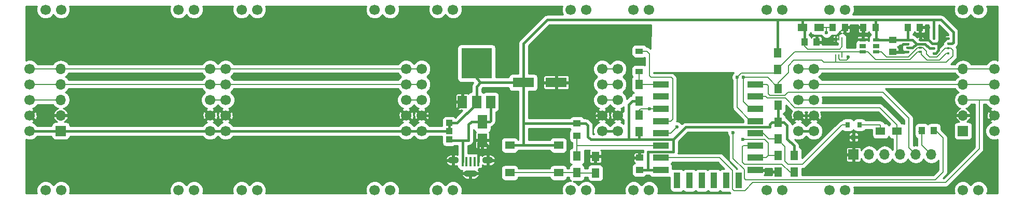
<source format=gtl>
G04 #@! TF.FileFunction,Copper,L1,Top,Signal*
%FSLAX46Y46*%
G04 Gerber Fmt 4.6, Leading zero omitted, Abs format (unit mm)*
G04 Created by KiCad (PCBNEW 4.0.6) date Sat Nov 11 22:45:10 2017*
%MOMM*%
%LPD*%
G01*
G04 APERTURE LIST*
%ADD10C,0.100000*%
%ADD11C,0.600000*%
%ADD12R,1.700000X1.700000*%
%ADD13O,1.700000X1.700000*%
%ADD14R,1.000000X1.000000*%
%ADD15R,0.400000X0.400000*%
%ADD16R,1.550000X1.300000*%
%ADD17R,1.500000X1.300000*%
%ADD18R,0.800000X0.900000*%
%ADD19R,1.000000X1.250000*%
%ADD20R,0.450000X1.500000*%
%ADD21O,1.800000X1.100000*%
%ADD22O,2.200000X1.100000*%
%ADD23R,3.500000X1.600000*%
%ADD24R,0.500000X0.350000*%
%ADD25R,1.100000X0.600000*%
%ADD26R,1.100000X0.700000*%
%ADD27R,2.500000X1.100000*%
%ADD28R,1.100000X2.500000*%
%ADD29R,1.300000X1.500000*%
%ADD30R,1.200000X0.900000*%
%ADD31R,1.250000X1.000000*%
%ADD32R,1.600000X2.200000*%
%ADD33R,5.000000X5.000000*%
%ADD34R,1.500000X2.000000*%
%ADD35C,1.700000*%
%ADD36R,0.250000X0.550000*%
%ADD37C,0.200000*%
%ADD38C,0.400000*%
%ADD39C,0.254000*%
G04 APERTURE END LIST*
D10*
D11*
X85598000Y-45574000D03*
D12*
X162738000Y-44932600D03*
D13*
X165278000Y-44932600D03*
X167818000Y-44932600D03*
X170358000Y-44932600D03*
X172898000Y-44932600D03*
X175438000Y-44932600D03*
D11*
X119300000Y-32321500D03*
X114363500Y-37084000D03*
X119380000Y-37147500D03*
X124300000Y-26670000D03*
X114300000Y-26670000D03*
X106837500Y-24193500D03*
X96837500Y-24193500D03*
X137985500Y-46482000D03*
X137985500Y-44513500D03*
X142113000Y-35750500D03*
X135890000Y-35750500D03*
X164465000Y-35877500D03*
X182816500Y-24130000D03*
X182816500Y-27559000D03*
X164465000Y-32258000D03*
X184023000Y-47625000D03*
X79659500Y-37034500D03*
X69659500Y-37034500D03*
X69850000Y-26289000D03*
X79850000Y-26289000D03*
X49814500Y-45574000D03*
X49814500Y-36971000D03*
X39814500Y-45574000D03*
X39814500Y-36971000D03*
X44754800Y-32156400D03*
X50005000Y-26225500D03*
X40005000Y-26225500D03*
X74676000Y-32156400D03*
D14*
X96748600Y-42476400D03*
X96748600Y-39776400D03*
X96748600Y-41126400D03*
D15*
X178238000Y-25978000D03*
X178238000Y-26778000D03*
X178238000Y-27578000D03*
X178238000Y-28378000D03*
X175838000Y-28378000D03*
X175838000Y-27578000D03*
X175838000Y-26778000D03*
X175838000Y-25978000D03*
D12*
X33350000Y-41080000D03*
D13*
X33350000Y-38540000D03*
X33350000Y-36000000D03*
X33350000Y-33460000D03*
X33350000Y-30920000D03*
D16*
X106637000Y-47906500D03*
X106637000Y-43406500D03*
X114597000Y-43406500D03*
X114597000Y-47906500D03*
D17*
X169862000Y-41084500D03*
X167162000Y-41084500D03*
D18*
X163700000Y-40084500D03*
X161800000Y-40084500D03*
X162750000Y-42084500D03*
D19*
X173879000Y-41021000D03*
X175879000Y-41021000D03*
D20*
X100233000Y-46101000D03*
X100883000Y-46101000D03*
X99583000Y-46101000D03*
X101533000Y-46101000D03*
X98933000Y-46101000D03*
D21*
X97433000Y-45851000D03*
X103033000Y-45851000D03*
D22*
X100233000Y-48001000D03*
D23*
X108831000Y-33147000D03*
X114231000Y-33147000D03*
D24*
X173645000Y-26203000D03*
X173645000Y-26853000D03*
X173645000Y-27503000D03*
X173645000Y-28153000D03*
X171595000Y-28153000D03*
X171595000Y-27503000D03*
X171595000Y-26853000D03*
X171595000Y-26203000D03*
D25*
X166454000Y-28178000D03*
D26*
X166454000Y-27178000D03*
D25*
X166454000Y-26178000D03*
X164254000Y-26178000D03*
D26*
X164254000Y-27178000D03*
D25*
X164254000Y-28178000D03*
D27*
X131278000Y-33458400D03*
X131278000Y-35458400D03*
X131278000Y-37458400D03*
X131278000Y-39458400D03*
X131278000Y-41458400D03*
X131278000Y-43458400D03*
X131278000Y-45458400D03*
X131278000Y-47458400D03*
X146678000Y-47458400D03*
X146678000Y-45458400D03*
X146678000Y-43458400D03*
X146678000Y-41458400D03*
X146678000Y-39458400D03*
X146678000Y-37458400D03*
X146678000Y-35458400D03*
X146678000Y-33458400D03*
D28*
X133968000Y-49158400D03*
X135968000Y-49158400D03*
X137968000Y-49158400D03*
X139968000Y-49158400D03*
X141968000Y-49158400D03*
X143968000Y-49158400D03*
D29*
X150444000Y-39674800D03*
X150444000Y-42374800D03*
X150393000Y-28342600D03*
X150393000Y-31042600D03*
D30*
X127762000Y-28042600D03*
X127762000Y-31342600D03*
D19*
X173593000Y-24130000D03*
X171593000Y-24130000D03*
D31*
X169164000Y-28178000D03*
X169164000Y-26178000D03*
X127813000Y-47456600D03*
X127813000Y-45456600D03*
D19*
X164354000Y-24130000D03*
X166354000Y-24130000D03*
D31*
X117602000Y-39830500D03*
X117602000Y-41830500D03*
D29*
X120625000Y-45233600D03*
X120625000Y-47933600D03*
X150444000Y-36833800D03*
X150444000Y-34133800D03*
X150419000Y-45081200D03*
X150419000Y-47781200D03*
X127762000Y-36148000D03*
X127762000Y-33448000D03*
X117602000Y-45204400D03*
X117602000Y-47904400D03*
X127762000Y-41177200D03*
X127762000Y-38477200D03*
X153060000Y-45081200D03*
X153060000Y-47781200D03*
D12*
X180620000Y-41080000D03*
D13*
X180620000Y-38540000D03*
X180620000Y-36000000D03*
X180620000Y-33460000D03*
X180620000Y-30920000D03*
D32*
X102171500Y-42584500D03*
X102171500Y-39584500D03*
D33*
X101219000Y-30022400D03*
D34*
X101219000Y-36322400D03*
X103519000Y-36322400D03*
X98919000Y-36322400D03*
D35*
X55140000Y-21270000D03*
X52600000Y-21270000D03*
X33400000Y-21270000D03*
X30860000Y-21270000D03*
X55140000Y-50730000D03*
X52600000Y-50730000D03*
X33400000Y-50730000D03*
X30860000Y-50730000D03*
X57730000Y-30920000D03*
X57730000Y-33460000D03*
X57730000Y-36000000D03*
X57730000Y-38540000D03*
X57730000Y-41080000D03*
X28270000Y-30920000D03*
X28270000Y-33460000D03*
X28270000Y-36000000D03*
X28270000Y-38540000D03*
X28270000Y-41080000D03*
X151140000Y-21270000D03*
X148600000Y-21270000D03*
X129400000Y-21270000D03*
X126860000Y-21270000D03*
X151140000Y-50730000D03*
X148600000Y-50730000D03*
X129400000Y-50730000D03*
X126860000Y-50730000D03*
X153730000Y-30920000D03*
X153730000Y-33460000D03*
X153730000Y-36000000D03*
X153730000Y-38540000D03*
X153730000Y-41080000D03*
X124270000Y-30920000D03*
X124270000Y-33460000D03*
X124270000Y-36000000D03*
X124270000Y-38540000D03*
X124270000Y-41080000D03*
X87140000Y-21270000D03*
X84600000Y-21270000D03*
X65400000Y-21270000D03*
X62860000Y-21270000D03*
X87140000Y-50730000D03*
X84600000Y-50730000D03*
X65400000Y-50730000D03*
X62860000Y-50730000D03*
X89730000Y-30920000D03*
X89730000Y-33460000D03*
X89730000Y-36000000D03*
X89730000Y-38540000D03*
X89730000Y-41080000D03*
X60270000Y-30920000D03*
X60270000Y-33460000D03*
X60270000Y-36000000D03*
X60270000Y-38540000D03*
X60270000Y-41080000D03*
X119136000Y-21270000D03*
X116596000Y-21270000D03*
X97396000Y-21270000D03*
X94856000Y-21270000D03*
X119136000Y-50730000D03*
X116596000Y-50730000D03*
X97396000Y-50730000D03*
X94856000Y-50730000D03*
X121726000Y-30920000D03*
X121726000Y-33460000D03*
X121726000Y-36000000D03*
X121726000Y-38540000D03*
X121726000Y-41080000D03*
X92266000Y-30920000D03*
X92266000Y-33460000D03*
X92266000Y-36000000D03*
X92266000Y-38540000D03*
X92266000Y-41080000D03*
X183140000Y-21270000D03*
X180600000Y-21270000D03*
X161400000Y-21270000D03*
X158860000Y-21270000D03*
X183140000Y-50730000D03*
X180600000Y-50730000D03*
X161400000Y-50730000D03*
X158860000Y-50730000D03*
X185730000Y-30920000D03*
X185730000Y-33460000D03*
X185730000Y-36000000D03*
X185730000Y-38540000D03*
X185730000Y-41080000D03*
X156270000Y-30920000D03*
X156270000Y-33460000D03*
X156270000Y-36000000D03*
X156270000Y-38540000D03*
X156270000Y-41080000D03*
D19*
X161340800Y-24130000D03*
X159340800Y-24130000D03*
D17*
X154402800Y-24130000D03*
X157102800Y-24130000D03*
D36*
X160875600Y-26057000D03*
X160375600Y-26057000D03*
X159875600Y-26057000D03*
X159875600Y-28807000D03*
X160375600Y-28807000D03*
X160875600Y-28807000D03*
D19*
X156718000Y-26568400D03*
X154718000Y-26568400D03*
D11*
X162966000Y-24130000D03*
X170561000Y-28178000D03*
X175006000Y-24130000D03*
X148851000Y-47462300D03*
X124240000Y-45456000D03*
X101142800Y-27889200D03*
X144647000Y-42454600D03*
X133940000Y-40438900D03*
X144780000Y-32299210D03*
X143764000Y-32308800D03*
X129413000Y-37465000D03*
X143107000Y-41369200D03*
X161848790Y-29006800D03*
X158343604Y-24993600D03*
D37*
X159875600Y-26057000D02*
X159875600Y-26532000D01*
X159875600Y-26532000D02*
X159839200Y-26568400D01*
X159839200Y-26568400D02*
X157418000Y-26568400D01*
X157418000Y-26568400D02*
X156718000Y-26568400D01*
X160375600Y-26057000D02*
X160375600Y-25095200D01*
X160375600Y-25095200D02*
X160934400Y-24536400D01*
X160934400Y-24536400D02*
X161340800Y-24130000D01*
X159875600Y-26057000D02*
X160375600Y-26057000D01*
D38*
X161340800Y-24130000D02*
X162966000Y-24130000D01*
X103033000Y-45851000D02*
X103033000Y-43446000D01*
X103033000Y-43446000D02*
X102171500Y-42584500D01*
X101533000Y-46101000D02*
X101533000Y-43223000D01*
X101533000Y-43223000D02*
X102171500Y-42584500D01*
X175006000Y-24130000D02*
X173593000Y-24130000D01*
X173645000Y-26203000D02*
X173645000Y-24182000D01*
X173645000Y-24182000D02*
X173593000Y-24130000D01*
X98919000Y-36572400D02*
X98919000Y-36322400D01*
X96951400Y-38540000D02*
X98919000Y-36572400D01*
X92266000Y-38540000D02*
X96951400Y-38540000D01*
X164354000Y-24130000D02*
X162966000Y-24130000D01*
X164254000Y-24230000D02*
X164354000Y-24130000D01*
X164254000Y-26178000D02*
X164254000Y-24230000D01*
X169164000Y-28178000D02*
X170561000Y-28178000D01*
X170561000Y-27137000D02*
X170561000Y-28178000D01*
X170845000Y-26853000D02*
X170561000Y-27137000D01*
X171595000Y-26853000D02*
X170845000Y-26853000D01*
X170561000Y-28178000D02*
X171570000Y-28178000D01*
X176632000Y-27904400D02*
X176632000Y-26778000D01*
X176158000Y-28378000D02*
X176632000Y-27904400D01*
X175838000Y-28378000D02*
X176158000Y-28378000D01*
X149170000Y-47781200D02*
X148851000Y-47462300D01*
X150419000Y-47781200D02*
X149170000Y-47781200D01*
X145982000Y-47462300D02*
X148851000Y-47462300D01*
X145978000Y-47458400D02*
X145982000Y-47462300D01*
X124018000Y-45233600D02*
X124240000Y-45456000D01*
X120625000Y-45233600D02*
X124018000Y-45233600D01*
X118999000Y-33147000D02*
X114231000Y-33147000D01*
X119380000Y-33528000D02*
X118999000Y-33147000D01*
X119380000Y-38100000D02*
X119380000Y-33528000D01*
X119820000Y-38540000D02*
X119380000Y-38100000D01*
X121726000Y-38540000D02*
X119820000Y-38540000D01*
X162750000Y-44920600D02*
X162738000Y-44932600D01*
X162750000Y-42084500D02*
X162750000Y-44920600D01*
X124240000Y-45456600D02*
X124240000Y-45456000D01*
X127813000Y-45456600D02*
X124240000Y-45456600D01*
X156270000Y-38540000D02*
X153730000Y-38540000D01*
X175838000Y-26778000D02*
X176632000Y-26778000D01*
X177918000Y-25978000D02*
X178238000Y-25978000D01*
X177118000Y-26778000D02*
X177918000Y-25978000D01*
X176632000Y-26778000D02*
X177118000Y-26778000D01*
X174430000Y-26203000D02*
X173645000Y-26203000D01*
X175015000Y-26203000D02*
X174430000Y-26203000D01*
X175590000Y-26778000D02*
X175015000Y-26203000D01*
X175838000Y-26778000D02*
X175590000Y-26778000D01*
X174430000Y-26203000D02*
X173845000Y-26203000D01*
X101533000Y-43037600D02*
X101924000Y-42646600D01*
D37*
X153145000Y-37270000D02*
X167064000Y-37270000D01*
X145978000Y-35458400D02*
X148438000Y-35458400D01*
X148438000Y-35458400D02*
X148692000Y-35712400D01*
X167064000Y-37270000D02*
X169862000Y-40068000D01*
X148692000Y-35712400D02*
X151587000Y-35712400D01*
X151587000Y-35712400D02*
X153145000Y-37270000D01*
X169862000Y-40068000D02*
X169862000Y-41084500D01*
X169862000Y-41084500D02*
X169862000Y-44436600D01*
X169862000Y-44436600D02*
X170358000Y-44932600D01*
X169862500Y-44437100D02*
X170358000Y-44932600D01*
X152057000Y-34734500D02*
X167513000Y-34734500D01*
X145978000Y-33458400D02*
X148571000Y-33458400D01*
X148571000Y-33458400D02*
X148793000Y-33680400D01*
X148793000Y-33680400D02*
X148793000Y-35001200D01*
X148793000Y-35001200D02*
X149047000Y-35255200D01*
X149047000Y-35255200D02*
X151536000Y-35255200D01*
X151536000Y-35255200D02*
X152057000Y-34734500D01*
X171767500Y-43802100D02*
X172898000Y-44932600D01*
X171767500Y-38989000D02*
X171767500Y-43802100D01*
X167513000Y-34734500D02*
X171767500Y-38989000D01*
X175438000Y-44932600D02*
X173879000Y-43373600D01*
X173879000Y-43373600D02*
X173879000Y-41021000D01*
X173418000Y-41209500D02*
X173418000Y-41084500D01*
X160875600Y-26057000D02*
X160875600Y-27338400D01*
X160875600Y-27338400D02*
X160477200Y-27736800D01*
X160477200Y-27736800D02*
X155244800Y-27736800D01*
X155244800Y-27736800D02*
X154718000Y-27210000D01*
X154718000Y-27210000D02*
X154718000Y-26568400D01*
D38*
X154381200Y-22910800D02*
X154402800Y-22932400D01*
X154402800Y-22932400D02*
X154402800Y-24130000D01*
X154718000Y-26568400D02*
X154718000Y-24445200D01*
X154718000Y-24445200D02*
X154402800Y-24130000D01*
X154381200Y-22910800D02*
X150393000Y-22910800D01*
X166370000Y-22910800D02*
X154381200Y-22910800D01*
X128839800Y-47458400D02*
X129222500Y-47458400D01*
X129222500Y-47458400D02*
X131978000Y-47458400D01*
X129222500Y-44450000D02*
X129222500Y-47458400D01*
X127813000Y-47456600D02*
X128838000Y-47456600D01*
X128838000Y-47456600D02*
X128839800Y-47458400D01*
X129222500Y-44450000D02*
X133350000Y-44450000D01*
X133350000Y-44450000D02*
X133350000Y-42481500D01*
X150444000Y-39674800D02*
X149394000Y-39674800D01*
X149394000Y-39674800D02*
X149063000Y-40005800D01*
X149063000Y-40005800D02*
X149063000Y-40462200D01*
X135369300Y-40462200D02*
X133350000Y-42481500D01*
X133350000Y-42481500D02*
X127762000Y-42481500D01*
X149063000Y-40462200D02*
X135369300Y-40462200D01*
X101219000Y-30022400D02*
X101219000Y-32487000D01*
X101219000Y-32487000D02*
X101879000Y-33147000D01*
X171595000Y-26203000D02*
X171595000Y-24132000D01*
X171595000Y-24132000D02*
X171593000Y-24130000D01*
X174440000Y-26853000D02*
X173645000Y-26853000D01*
X175165000Y-27578000D02*
X174440000Y-26853000D01*
X175838000Y-27578000D02*
X175165000Y-27578000D01*
X108918000Y-39830500D02*
X108839000Y-39751000D01*
X117602000Y-39830500D02*
X108918000Y-39830500D01*
X112725000Y-22910800D02*
X150393000Y-22910800D01*
X108839000Y-26797000D02*
X112725000Y-22910800D01*
X108839000Y-31939000D02*
X108839000Y-26797000D01*
X108831000Y-31947000D02*
X108839000Y-31939000D01*
X108831000Y-33147000D02*
X108831000Y-31947000D01*
X96748600Y-39776400D02*
X96748600Y-41126400D01*
X101219000Y-36572400D02*
X101219000Y-36322400D01*
X98015000Y-39776400D02*
X101219000Y-36572400D01*
X96748600Y-39776400D02*
X98015000Y-39776400D01*
X175838000Y-22917000D02*
X175844000Y-22910800D01*
X175838000Y-25978000D02*
X175838000Y-22917000D01*
X166354000Y-22926800D02*
X166370000Y-22910800D01*
X166354000Y-24130000D02*
X166354000Y-22926800D01*
X150393000Y-28342600D02*
X150393000Y-22910800D01*
X166454000Y-24230000D02*
X166354000Y-24130000D01*
X166454000Y-26178000D02*
X166454000Y-24230000D01*
X171570000Y-26178000D02*
X171595000Y-26203000D01*
X169164000Y-26178000D02*
X171570000Y-26178000D01*
X171595000Y-26203000D02*
X171720000Y-26203000D01*
X150444000Y-39674800D02*
X150444000Y-36833800D01*
X101219000Y-33807400D02*
X101219000Y-36322400D01*
X101879000Y-33147000D02*
X101219000Y-33807400D01*
X108831000Y-33147000D02*
X101879000Y-33147000D01*
X119053000Y-39830500D02*
X117602000Y-39830500D01*
X119405000Y-40182800D02*
X119053000Y-39830500D01*
X119405000Y-42037000D02*
X119405000Y-40182800D01*
X119850000Y-42481500D02*
X119405000Y-42037000D01*
X126035000Y-42481500D02*
X119850000Y-42481500D01*
X127762000Y-42481500D02*
X126035000Y-42481500D01*
X131978000Y-47458400D02*
X131976000Y-47456600D01*
X127762000Y-41177200D02*
X127762000Y-42481500D01*
X126666000Y-36148000D02*
X127762000Y-36148000D01*
X126060000Y-36754000D02*
X126666000Y-36148000D01*
X126060000Y-42456300D02*
X126060000Y-36754000D01*
X126035000Y-42481500D02*
X126060000Y-42456300D01*
X117582000Y-39810200D02*
X117602000Y-39830500D01*
X153060000Y-45081200D02*
X153035000Y-45081200D01*
X153035000Y-45132000D02*
X153035000Y-45081200D01*
X151409000Y-39674800D02*
X150444000Y-39674800D01*
X151892000Y-40157400D02*
X151409000Y-39674800D01*
X151892000Y-42367200D02*
X151892000Y-40157400D01*
X153035000Y-43510200D02*
X151892000Y-42367200D01*
X153035000Y-45081200D02*
X153035000Y-43510200D01*
X169164000Y-26178000D02*
X166454000Y-26178000D01*
X172370000Y-27503000D02*
X173020000Y-26853000D01*
X171595000Y-27503000D02*
X172370000Y-27503000D01*
X177038000Y-22910800D02*
X175844000Y-22910800D01*
X179019000Y-24892000D02*
X177038000Y-22910800D01*
X179019000Y-26596800D02*
X179019000Y-24892000D01*
X178838000Y-26778000D02*
X179019000Y-26596800D01*
X178238000Y-26778000D02*
X178838000Y-26778000D01*
X175844000Y-22910800D02*
X166370000Y-22910800D01*
X172370000Y-26203000D02*
X171720000Y-26203000D01*
X173020000Y-26853000D02*
X172370000Y-26203000D01*
X171720000Y-26203000D02*
X171595000Y-26203000D01*
X108839000Y-34355000D02*
X108839000Y-39751000D01*
X108831000Y-34347000D02*
X108839000Y-34355000D01*
X108831000Y-33147000D02*
X108831000Y-34347000D01*
X108839000Y-39751000D02*
X108839000Y-43406500D01*
X106637000Y-43406500D02*
X108839000Y-43406500D01*
X108839000Y-43406500D02*
X114597000Y-43406500D01*
X173020000Y-26853000D02*
X173645000Y-26853000D01*
D37*
X148220000Y-42454600D02*
X144647000Y-42454600D01*
X148848000Y-43082000D02*
X148220000Y-42454600D01*
X148848000Y-45081200D02*
X148848000Y-43082000D01*
X89730000Y-33460000D02*
X60270000Y-33460000D01*
X124270000Y-33460000D02*
X121726000Y-33460000D01*
X153730000Y-33460000D02*
X156270000Y-33460000D01*
X150419000Y-45081200D02*
X148848000Y-45081200D01*
X148471000Y-45458400D02*
X145978000Y-45458400D01*
X148848000Y-45081200D02*
X148471000Y-45458400D01*
X180620000Y-33460000D02*
X156270000Y-33460000D01*
X181774000Y-33455900D02*
X185726000Y-33455900D01*
X181770000Y-33460000D02*
X181774000Y-33455900D01*
X180620000Y-33460000D02*
X181770000Y-33460000D01*
X185722000Y-33451800D02*
X185726000Y-33455900D01*
X185726000Y-33455900D02*
X185730000Y-33460000D01*
X60270000Y-33460000D02*
X57730000Y-33460000D01*
X92270000Y-33460000D02*
X92266000Y-33460000D01*
X92266000Y-33460000D02*
X89730000Y-33460000D01*
X57730000Y-33460000D02*
X33350000Y-33460000D01*
X33350000Y-33460000D02*
X28270000Y-33460000D01*
X156270000Y-30920000D02*
X157472000Y-30920000D01*
X133936000Y-40443100D02*
X133940000Y-40438900D01*
X133936000Y-40446900D02*
X133936000Y-40443100D01*
X132924000Y-41458400D02*
X133936000Y-40446900D01*
X131978000Y-41458400D02*
X132924000Y-41458400D01*
X89730000Y-30920000D02*
X60270000Y-30920000D01*
X124270000Y-30920000D02*
X121726000Y-30920000D01*
X153730000Y-30920000D02*
X156270000Y-30920000D01*
X60270000Y-30920000D02*
X57730000Y-30920000D01*
X181774000Y-30915900D02*
X185726000Y-30915900D01*
X181770000Y-30920000D02*
X181774000Y-30915900D01*
X180620000Y-30920000D02*
X181770000Y-30920000D01*
X180620000Y-30920000D02*
X157472000Y-30920000D01*
X157472000Y-30920000D02*
X156270000Y-30920000D01*
X57730000Y-30920000D02*
X33350000Y-30920000D01*
X33350000Y-30920000D02*
X28270000Y-30920000D01*
X185722000Y-30911800D02*
X185726000Y-30915900D01*
X185726000Y-30915900D02*
X185730000Y-30920000D01*
X92270000Y-30920000D02*
X92266000Y-30920000D01*
X92266000Y-30920000D02*
X89730000Y-30920000D01*
X146310000Y-49498200D02*
X177769000Y-49498200D01*
X177769000Y-49498200D02*
X183261000Y-44006200D01*
X183261000Y-44006200D02*
X183261000Y-36000000D01*
X145009000Y-50800000D02*
X146310000Y-49498200D01*
X143205000Y-50800000D02*
X145009000Y-50800000D01*
X143002000Y-50596800D02*
X143205000Y-50800000D01*
X143002000Y-47552400D02*
X143002000Y-50596800D01*
X140908000Y-45458400D02*
X143002000Y-47552400D01*
X131978000Y-45458400D02*
X140908000Y-45458400D01*
X185722000Y-35991800D02*
X185730000Y-36000000D01*
X180620000Y-36000000D02*
X183261000Y-36000000D01*
X183261000Y-36000000D02*
X185730000Y-36000000D01*
D38*
X102171500Y-39584500D02*
X103371500Y-39584500D01*
X103371500Y-39584500D02*
X103519000Y-39437000D01*
X103519000Y-39437000D02*
X103519000Y-36322400D01*
X99024000Y-42646600D02*
X99924000Y-42646600D01*
X99924000Y-42646600D02*
X99924000Y-40030000D01*
X99924000Y-40030000D02*
X100369500Y-39584500D01*
X100369500Y-39584500D02*
X102171500Y-39584500D01*
X98933000Y-42737600D02*
X99024000Y-42646600D01*
X98933000Y-46101000D02*
X98933000Y-42737600D01*
X97002600Y-42646600D02*
X99024000Y-42646600D01*
X96832400Y-42476400D02*
X97002600Y-42646600D01*
X96748600Y-42476400D02*
X96832400Y-42476400D01*
D37*
X117626000Y-43458400D02*
X117602000Y-43434000D01*
X131978000Y-43458400D02*
X117626000Y-43458400D01*
X117602000Y-43434000D02*
X117602000Y-41830500D01*
X117602000Y-45259000D02*
X117602000Y-45204400D01*
X117602000Y-45204400D02*
X117602000Y-43434000D01*
X114597000Y-47906500D02*
X106637000Y-47906500D01*
X117600000Y-47906500D02*
X117602000Y-47904400D01*
X117631000Y-47933600D02*
X117602000Y-47904400D01*
X120625000Y-47933600D02*
X117631000Y-47933600D01*
X114597000Y-47906500D02*
X117600000Y-47906500D01*
X117600000Y-47906500D02*
X117602000Y-47904400D01*
X177901600Y-29870400D02*
X159867600Y-29870400D01*
X159867600Y-29870400D02*
X157911600Y-29870400D01*
X159875600Y-28807000D02*
X159875600Y-29282000D01*
X159875600Y-29282000D02*
X159867600Y-29290000D01*
X159867600Y-29290000D02*
X159867600Y-29870400D01*
X178238000Y-27578000D02*
X178638000Y-27578000D01*
X178638000Y-27578000D02*
X178943000Y-27883000D01*
X178943000Y-27883000D02*
X178943000Y-28829000D01*
X178943000Y-28829000D02*
X177901600Y-29870400D01*
X157911600Y-29870400D02*
X157556000Y-29514800D01*
X157556000Y-29514800D02*
X153010000Y-29514800D01*
X150444000Y-33183600D02*
X150444000Y-34133800D01*
X153010000Y-29514800D02*
X152121000Y-30403800D01*
X152121000Y-30403800D02*
X152121000Y-31507200D01*
X152121000Y-31507200D02*
X151333000Y-32294600D01*
X151333000Y-32294600D02*
X150444000Y-33183600D01*
X148709410Y-32299210D02*
X144780000Y-32299210D01*
X144780000Y-36260400D02*
X144780000Y-32299210D01*
X145978000Y-37458400D02*
X144780000Y-36260400D01*
X150444000Y-34033800D02*
X148709410Y-32299210D01*
X150444000Y-34133800D02*
X150444000Y-34033800D01*
X178238000Y-27578000D02*
X177738000Y-27578000D01*
X175196500Y-28956000D02*
X174688500Y-28448000D01*
X174688500Y-28448000D02*
X174688500Y-28096500D01*
X177738000Y-27578000D02*
X176360000Y-28956000D01*
X176360000Y-28956000D02*
X175196500Y-28956000D01*
X174688500Y-28096500D02*
X174095000Y-27503000D01*
X174095000Y-27503000D02*
X173645000Y-27503000D01*
X173645000Y-27503000D02*
X173743500Y-27503000D01*
X173195000Y-27503000D02*
X173645000Y-27503000D01*
X171674000Y-29023500D02*
X173195000Y-27503000D01*
X168150000Y-29023500D02*
X171674000Y-29023500D01*
X167304000Y-28178000D02*
X168150000Y-29023500D01*
X166454000Y-28178000D02*
X167304000Y-28178000D01*
X150393000Y-30967600D02*
X153182600Y-28178000D01*
X153182600Y-28178000D02*
X159117522Y-28178000D01*
X159117522Y-28178000D02*
X160883600Y-28178000D01*
X160883600Y-28178000D02*
X164254000Y-28178000D01*
X160875600Y-28807000D02*
X160875600Y-28332000D01*
X160875600Y-28332000D02*
X160883600Y-28324000D01*
X160883600Y-28324000D02*
X160883600Y-28178000D01*
X150393000Y-31042600D02*
X149787200Y-31648400D01*
X144424400Y-31648400D02*
X143764000Y-32308800D01*
X149787200Y-31648400D02*
X144424400Y-31648400D01*
X143764000Y-37244400D02*
X143764000Y-32308800D01*
X145978000Y-39458400D02*
X143764000Y-37244400D01*
X173645000Y-28153000D02*
X173845000Y-28153000D01*
X173845000Y-28153000D02*
X173845000Y-28528000D01*
X173845000Y-28528000D02*
X174781000Y-29464000D01*
X174781000Y-29464000D02*
X176752000Y-29464000D01*
X176752000Y-29464000D02*
X177838000Y-28378000D01*
X177838000Y-28378000D02*
X178238000Y-28378000D01*
X150393000Y-30942600D02*
X150393000Y-30967600D01*
X150393000Y-30967600D02*
X150393000Y-31042600D01*
X173195000Y-28153000D02*
X173645000Y-28153000D01*
X171916000Y-29431300D02*
X173195000Y-28153000D01*
X166358000Y-29431300D02*
X171916000Y-29431300D01*
X165104000Y-28178000D02*
X166358000Y-29431300D01*
X164254000Y-28178000D02*
X165104000Y-28178000D01*
X144781000Y-43458400D02*
X145978000Y-43458400D01*
X144602000Y-43637200D02*
X144781000Y-43458400D01*
X144602000Y-46151800D02*
X144602000Y-43637200D01*
X144932000Y-46482000D02*
X144602000Y-46151800D01*
X151060000Y-46482000D02*
X144932000Y-46482000D01*
X152359000Y-47781200D02*
X151060000Y-46482000D01*
X153060000Y-47781200D02*
X152359000Y-47781200D01*
X129008000Y-28042600D02*
X127762000Y-28042600D01*
X129413000Y-28448000D02*
X129008000Y-28042600D01*
X129413000Y-32004000D02*
X129413000Y-28448000D01*
X129730000Y-32321500D02*
X129413000Y-32004000D01*
X132969000Y-32321500D02*
X129730000Y-32321500D01*
X133223000Y-32575500D02*
X132969000Y-32321500D01*
X133223000Y-39179500D02*
X133223000Y-32575500D01*
X132944000Y-39458400D02*
X133223000Y-39179500D01*
X131978000Y-39458400D02*
X132944000Y-39458400D01*
X145136000Y-49022000D02*
X176085500Y-49022000D01*
X176085500Y-49022000D02*
X177355500Y-47752000D01*
X177355500Y-42227500D02*
X176149000Y-41021000D01*
X177355500Y-47752000D02*
X177355500Y-42227500D01*
X176149000Y-41021000D02*
X175879000Y-41021000D01*
X143107000Y-45544900D02*
X144958000Y-47396400D01*
X144958000Y-47396400D02*
X144958000Y-48844400D01*
X144958000Y-48844400D02*
X145136000Y-49022000D01*
X143107000Y-41369200D02*
X143107000Y-45544900D01*
X131978000Y-37465000D02*
X131978000Y-37458400D01*
X129413000Y-37465000D02*
X131978000Y-37465000D01*
X127991000Y-37465000D02*
X129413000Y-37465000D01*
X127762000Y-37693600D02*
X127991000Y-37465000D01*
X127762000Y-38477200D02*
X127762000Y-37693600D01*
X131978000Y-33458400D02*
X131985000Y-33451400D01*
X128622000Y-33458400D02*
X131978000Y-33458400D01*
X128612000Y-33448000D02*
X128622000Y-33458400D01*
X127762000Y-33448000D02*
X128612000Y-33448000D01*
X127762000Y-33448000D02*
X127762000Y-31342600D01*
X167162000Y-40134200D02*
X167162000Y-41084500D01*
X167112000Y-40084500D02*
X167162000Y-40134200D01*
X163700000Y-40084500D02*
X167112000Y-40084500D01*
X150444000Y-42374800D02*
X150444000Y-42474800D01*
X150444000Y-42474800D02*
X151574000Y-43604600D01*
X151574000Y-43604600D02*
X151574000Y-45974000D01*
X151574000Y-45974000D02*
X152082000Y-46482000D01*
X152082000Y-46482000D02*
X154432000Y-46482000D01*
X154432000Y-46482000D02*
X160829500Y-40084500D01*
X160829500Y-40084500D02*
X161800000Y-40084500D01*
X148927000Y-42374800D02*
X150444000Y-42374800D01*
X148011000Y-41458400D02*
X148927000Y-42374800D01*
X145978000Y-41458400D02*
X148011000Y-41458400D01*
X32191100Y-36008600D02*
X28278600Y-36008600D01*
X32199700Y-36000000D02*
X32191100Y-36008600D01*
X33350000Y-36000000D02*
X32199700Y-36000000D01*
X28287200Y-36017200D02*
X28278600Y-36008600D01*
X28278600Y-36008600D02*
X28270000Y-36000000D01*
D38*
X96702200Y-41080000D02*
X96748600Y-41126400D01*
X92266000Y-41080000D02*
X96702200Y-41080000D01*
X89730000Y-41080000D02*
X60270000Y-41080000D01*
X153730000Y-41080000D02*
X156270000Y-41080000D01*
X124270000Y-41080000D02*
X121726000Y-41080000D01*
X92266000Y-41080000D02*
X89730000Y-41080000D01*
X60270000Y-41080000D02*
X57730000Y-41080000D01*
X57730000Y-41080000D02*
X33350000Y-41080000D01*
X33350000Y-41080000D02*
X28270000Y-41080000D01*
D37*
X156270000Y-36000000D02*
X153730000Y-36000000D01*
X124270000Y-36000000D02*
X121726000Y-36000000D01*
X92270000Y-36000000D02*
X92266000Y-36000000D01*
X92266000Y-36000000D02*
X89730000Y-36000000D01*
X60270000Y-36000000D02*
X57730000Y-36000000D01*
X160375600Y-28807000D02*
X160375600Y-29282000D01*
X160375600Y-29282000D02*
X160557600Y-29464000D01*
X160557600Y-29464000D02*
X161645600Y-29464000D01*
X161645600Y-29464000D02*
X161848800Y-29260800D01*
X161848800Y-29260800D02*
X161848800Y-29006810D01*
X161848800Y-29006810D02*
X161848790Y-29006800D01*
X158343604Y-24569336D02*
X158343604Y-24993600D01*
X158343604Y-24130004D02*
X158343604Y-24569336D01*
X158343600Y-24130000D02*
X158343604Y-24130004D01*
X158343600Y-24130000D02*
X159340800Y-24130000D01*
X158052800Y-24130000D02*
X158343600Y-24130000D01*
X157102800Y-24130000D02*
X158052800Y-24130000D01*
X159290000Y-24180800D02*
X159340800Y-24130000D01*
X159217600Y-24253200D02*
X159340800Y-24130000D01*
D39*
G36*
X106477838Y-34182317D02*
X106616910Y-34398441D01*
X106829110Y-34543431D01*
X107081000Y-34594440D01*
X108004000Y-34594440D01*
X108004000Y-42503837D01*
X107876090Y-42305059D01*
X107663890Y-42160069D01*
X107412000Y-42109060D01*
X105862000Y-42109060D01*
X105626683Y-42153338D01*
X105410559Y-42292410D01*
X105265569Y-42504610D01*
X105214560Y-42756500D01*
X105214560Y-44056500D01*
X105258838Y-44291817D01*
X105397910Y-44507941D01*
X105610110Y-44652931D01*
X105862000Y-44703940D01*
X107412000Y-44703940D01*
X107647317Y-44659662D01*
X107863441Y-44520590D01*
X108008431Y-44308390D01*
X108021977Y-44241500D01*
X113209370Y-44241500D01*
X113218838Y-44291817D01*
X113357910Y-44507941D01*
X113570110Y-44652931D01*
X113822000Y-44703940D01*
X115372000Y-44703940D01*
X115607317Y-44659662D01*
X115823441Y-44520590D01*
X115968431Y-44308390D01*
X116019440Y-44056500D01*
X116019440Y-42756500D01*
X115975162Y-42521183D01*
X115836090Y-42305059D01*
X115623890Y-42160069D01*
X115372000Y-42109060D01*
X113822000Y-42109060D01*
X113586683Y-42153338D01*
X113370559Y-42292410D01*
X113225569Y-42504610D01*
X113212023Y-42571500D01*
X109674000Y-42571500D01*
X109674000Y-40665500D01*
X116437982Y-40665500D01*
X116512910Y-40781941D01*
X116582711Y-40829634D01*
X116525559Y-40866410D01*
X116380569Y-41078610D01*
X116329560Y-41330500D01*
X116329560Y-42330500D01*
X116373838Y-42565817D01*
X116512910Y-42781941D01*
X116725110Y-42926931D01*
X116867000Y-42955664D01*
X116867000Y-43822954D01*
X116716683Y-43851238D01*
X116500559Y-43990310D01*
X116355569Y-44202510D01*
X116304560Y-44454400D01*
X116304560Y-45954400D01*
X116348838Y-46189717D01*
X116487910Y-46405841D01*
X116700110Y-46550831D01*
X116713197Y-46553481D01*
X116500559Y-46690310D01*
X116355569Y-46902510D01*
X116304560Y-47154400D01*
X116304560Y-47171500D01*
X116003446Y-47171500D01*
X115975162Y-47021183D01*
X115836090Y-46805059D01*
X115623890Y-46660069D01*
X115372000Y-46609060D01*
X113822000Y-46609060D01*
X113586683Y-46653338D01*
X113370559Y-46792410D01*
X113225569Y-47004610D01*
X113191773Y-47171500D01*
X108043446Y-47171500D01*
X108015162Y-47021183D01*
X107876090Y-46805059D01*
X107663890Y-46660069D01*
X107412000Y-46609060D01*
X105862000Y-46609060D01*
X105626683Y-46653338D01*
X105410559Y-46792410D01*
X105265569Y-47004610D01*
X105214560Y-47256500D01*
X105214560Y-48556500D01*
X105258838Y-48791817D01*
X105397910Y-49007941D01*
X105610110Y-49152931D01*
X105862000Y-49203940D01*
X107412000Y-49203940D01*
X107647317Y-49159662D01*
X107863441Y-49020590D01*
X108008431Y-48808390D01*
X108042227Y-48641500D01*
X113190554Y-48641500D01*
X113218838Y-48791817D01*
X113357910Y-49007941D01*
X113570110Y-49152931D01*
X113822000Y-49203940D01*
X115372000Y-49203940D01*
X115607317Y-49159662D01*
X115823441Y-49020590D01*
X115968431Y-48808390D01*
X116002227Y-48641500D01*
X116304560Y-48641500D01*
X116304560Y-48654400D01*
X116348838Y-48889717D01*
X116487910Y-49105841D01*
X116691697Y-49245083D01*
X116301911Y-49244743D01*
X115755914Y-49470344D01*
X115337812Y-49887717D01*
X115111258Y-50433319D01*
X115110743Y-51024089D01*
X115220615Y-51290000D01*
X98771402Y-51290000D01*
X98880742Y-51026681D01*
X98881257Y-50435911D01*
X98655656Y-49889914D01*
X98238283Y-49471812D01*
X97692681Y-49245258D01*
X97101911Y-49244743D01*
X96555914Y-49470344D01*
X96137812Y-49887717D01*
X96126252Y-49915557D01*
X96115656Y-49889914D01*
X95698283Y-49471812D01*
X95152681Y-49245258D01*
X94561911Y-49244743D01*
X94015914Y-49470344D01*
X93597812Y-49887717D01*
X93371258Y-50433319D01*
X93370743Y-51024089D01*
X93480615Y-51290000D01*
X88515402Y-51290000D01*
X88624742Y-51026681D01*
X88625257Y-50435911D01*
X88399656Y-49889914D01*
X87982283Y-49471812D01*
X87436681Y-49245258D01*
X86845911Y-49244743D01*
X86299914Y-49470344D01*
X85881812Y-49887717D01*
X85870252Y-49915557D01*
X85859656Y-49889914D01*
X85442283Y-49471812D01*
X84896681Y-49245258D01*
X84305911Y-49244743D01*
X83759914Y-49470344D01*
X83341812Y-49887717D01*
X83115258Y-50433319D01*
X83114743Y-51024089D01*
X83224615Y-51290000D01*
X66775402Y-51290000D01*
X66884742Y-51026681D01*
X66885257Y-50435911D01*
X66659656Y-49889914D01*
X66242283Y-49471812D01*
X65696681Y-49245258D01*
X65105911Y-49244743D01*
X64559914Y-49470344D01*
X64141812Y-49887717D01*
X64130252Y-49915557D01*
X64119656Y-49889914D01*
X63702283Y-49471812D01*
X63156681Y-49245258D01*
X62565911Y-49244743D01*
X62019914Y-49470344D01*
X61601812Y-49887717D01*
X61375258Y-50433319D01*
X61374743Y-51024089D01*
X61484615Y-51290000D01*
X56515402Y-51290000D01*
X56624742Y-51026681D01*
X56625257Y-50435911D01*
X56399656Y-49889914D01*
X55982283Y-49471812D01*
X55436681Y-49245258D01*
X54845911Y-49244743D01*
X54299914Y-49470344D01*
X53881812Y-49887717D01*
X53870252Y-49915557D01*
X53859656Y-49889914D01*
X53442283Y-49471812D01*
X52896681Y-49245258D01*
X52305911Y-49244743D01*
X51759914Y-49470344D01*
X51341812Y-49887717D01*
X51115258Y-50433319D01*
X51114743Y-51024089D01*
X51224615Y-51290000D01*
X34775402Y-51290000D01*
X34884742Y-51026681D01*
X34885257Y-50435911D01*
X34659656Y-49889914D01*
X34242283Y-49471812D01*
X33696681Y-49245258D01*
X33105911Y-49244743D01*
X32559914Y-49470344D01*
X32141812Y-49887717D01*
X32130252Y-49915557D01*
X32119656Y-49889914D01*
X31702283Y-49471812D01*
X31156681Y-49245258D01*
X30565911Y-49244743D01*
X30019914Y-49470344D01*
X29601812Y-49887717D01*
X29375258Y-50433319D01*
X29374743Y-51024089D01*
X29484615Y-51290000D01*
X27710000Y-51290000D01*
X27710000Y-48270715D01*
X98791925Y-48270715D01*
X98934881Y-48569514D01*
X99209389Y-48812531D01*
X99556000Y-48932000D01*
X100106000Y-48932000D01*
X100106000Y-48128000D01*
X100360000Y-48128000D01*
X100360000Y-48932000D01*
X100910000Y-48932000D01*
X101256611Y-48812531D01*
X101531119Y-48569514D01*
X101674075Y-48270715D01*
X101609044Y-48128000D01*
X100360000Y-48128000D01*
X100106000Y-48128000D01*
X98856956Y-48128000D01*
X98791925Y-48270715D01*
X27710000Y-48270715D01*
X27710000Y-46120715D01*
X96191925Y-46120715D01*
X96334881Y-46419514D01*
X96609389Y-46662531D01*
X96956000Y-46782000D01*
X97306000Y-46782000D01*
X97306000Y-45978000D01*
X96256956Y-45978000D01*
X96191925Y-46120715D01*
X27710000Y-46120715D01*
X27710000Y-45581285D01*
X96191925Y-45581285D01*
X96256956Y-45724000D01*
X97306000Y-45724000D01*
X97306000Y-44920000D01*
X96956000Y-44920000D01*
X96609389Y-45039469D01*
X96334881Y-45282486D01*
X96191925Y-45581285D01*
X27710000Y-45581285D01*
X27710000Y-42455402D01*
X27973319Y-42564742D01*
X28564089Y-42565257D01*
X29110086Y-42339656D01*
X29528188Y-41922283D01*
X29531212Y-41915000D01*
X31852560Y-41915000D01*
X31852560Y-41930000D01*
X31896838Y-42165317D01*
X32035910Y-42381441D01*
X32248110Y-42526431D01*
X32500000Y-42577440D01*
X34200000Y-42577440D01*
X34435317Y-42533162D01*
X34651441Y-42394090D01*
X34796431Y-42181890D01*
X34847440Y-41930000D01*
X34847440Y-41915000D01*
X56468243Y-41915000D01*
X56470344Y-41920086D01*
X56887717Y-42338188D01*
X57433319Y-42564742D01*
X58024089Y-42565257D01*
X58570086Y-42339656D01*
X58988188Y-41922283D01*
X58991212Y-41915000D01*
X59008243Y-41915000D01*
X59010344Y-41920086D01*
X59427717Y-42338188D01*
X59973319Y-42564742D01*
X60564089Y-42565257D01*
X61110086Y-42339656D01*
X61528188Y-41922283D01*
X61531212Y-41915000D01*
X88468243Y-41915000D01*
X88470344Y-41920086D01*
X88887717Y-42338188D01*
X89433319Y-42564742D01*
X90024089Y-42565257D01*
X90570086Y-42339656D01*
X90988188Y-41922283D01*
X90991212Y-41915000D01*
X91004243Y-41915000D01*
X91006344Y-41920086D01*
X91423717Y-42338188D01*
X91969319Y-42564742D01*
X92560089Y-42565257D01*
X93106086Y-42339656D01*
X93524188Y-41922283D01*
X93527212Y-41915000D01*
X95613594Y-41915000D01*
X95601160Y-41976400D01*
X95601160Y-42976400D01*
X95645438Y-43211717D01*
X95784510Y-43427841D01*
X95996710Y-43572831D01*
X96248600Y-43623840D01*
X97248600Y-43623840D01*
X97483917Y-43579562D01*
X97636154Y-43481600D01*
X98098000Y-43481600D01*
X98098000Y-44984799D01*
X97910000Y-44920000D01*
X97560000Y-44920000D01*
X97560000Y-45724000D01*
X97580000Y-45724000D01*
X97580000Y-45978000D01*
X97560000Y-45978000D01*
X97560000Y-46782000D01*
X97910000Y-46782000D01*
X98060560Y-46730105D01*
X98060560Y-46851000D01*
X98104838Y-47086317D01*
X98243910Y-47302441D01*
X98456110Y-47447431D01*
X98708000Y-47498440D01*
X98903326Y-47498440D01*
X98791925Y-47731285D01*
X98856956Y-47874000D01*
X100106000Y-47874000D01*
X100106000Y-47854000D01*
X100360000Y-47854000D01*
X100360000Y-47874000D01*
X101609044Y-47874000D01*
X101674075Y-47731285D01*
X101531119Y-47432486D01*
X101466249Y-47375058D01*
X101559441Y-47315090D01*
X101616214Y-47232000D01*
X101660002Y-47232000D01*
X101660002Y-47167913D01*
X101666765Y-47158015D01*
X101740750Y-47232000D01*
X101833786Y-47232000D01*
X101973820Y-47173996D01*
X102080996Y-47066819D01*
X102139000Y-46926785D01*
X102139000Y-46600217D01*
X102209389Y-46662531D01*
X102556000Y-46782000D01*
X102906000Y-46782000D01*
X102906000Y-45978000D01*
X103160000Y-45978000D01*
X103160000Y-46782000D01*
X103510000Y-46782000D01*
X103856611Y-46662531D01*
X104131119Y-46419514D01*
X104274075Y-46120715D01*
X104209044Y-45978000D01*
X103160000Y-45978000D01*
X102906000Y-45978000D01*
X102886000Y-45978000D01*
X102886000Y-45724000D01*
X102906000Y-45724000D01*
X102906000Y-44920000D01*
X103160000Y-44920000D01*
X103160000Y-45724000D01*
X104209044Y-45724000D01*
X104274075Y-45581285D01*
X104131119Y-45282486D01*
X103856611Y-45039469D01*
X103510000Y-44920000D01*
X103160000Y-44920000D01*
X102906000Y-44920000D01*
X102556000Y-44920000D01*
X102209389Y-45039469D01*
X102086437Y-45148316D01*
X102080996Y-45135181D01*
X101973820Y-45028004D01*
X101833786Y-44970000D01*
X101740750Y-44970000D01*
X101665707Y-45045043D01*
X101660002Y-45036177D01*
X101660002Y-44970000D01*
X101617418Y-44970000D01*
X101572090Y-44899559D01*
X101359890Y-44754569D01*
X101108000Y-44703560D01*
X100658000Y-44703560D01*
X100554329Y-44723067D01*
X100458000Y-44703560D01*
X100008000Y-44703560D01*
X99904329Y-44723067D01*
X99808000Y-44703560D01*
X99768000Y-44703560D01*
X99768000Y-43481600D01*
X99924000Y-43481600D01*
X100243541Y-43418039D01*
X100514434Y-43237034D01*
X100695439Y-42966141D01*
X100727144Y-42806750D01*
X100990500Y-42806750D01*
X100990500Y-43760286D01*
X101048504Y-43900320D01*
X101155681Y-44007496D01*
X101295715Y-44065500D01*
X101949250Y-44065500D01*
X102044500Y-43970250D01*
X102044500Y-42711500D01*
X102298500Y-42711500D01*
X102298500Y-43970250D01*
X102393750Y-44065500D01*
X103047285Y-44065500D01*
X103187319Y-44007496D01*
X103294496Y-43900320D01*
X103352500Y-43760286D01*
X103352500Y-42806750D01*
X103257250Y-42711500D01*
X102298500Y-42711500D01*
X102044500Y-42711500D01*
X101085750Y-42711500D01*
X100990500Y-42806750D01*
X100727144Y-42806750D01*
X100759000Y-42646600D01*
X100759000Y-40870190D01*
X100768338Y-40919817D01*
X100907410Y-41135941D01*
X101070089Y-41247095D01*
X101048504Y-41268680D01*
X100990500Y-41408714D01*
X100990500Y-42362250D01*
X101085750Y-42457500D01*
X102044500Y-42457500D01*
X102044500Y-42437500D01*
X102298500Y-42437500D01*
X102298500Y-42457500D01*
X103257250Y-42457500D01*
X103352500Y-42362250D01*
X103352500Y-41408714D01*
X103294496Y-41268680D01*
X103271716Y-41245900D01*
X103422941Y-41148590D01*
X103567931Y-40936390D01*
X103618940Y-40684500D01*
X103618940Y-40370281D01*
X103691041Y-40355939D01*
X103961934Y-40174934D01*
X104109435Y-40027434D01*
X104290440Y-39756540D01*
X104354000Y-39437000D01*
X104354000Y-37953846D01*
X104504317Y-37925562D01*
X104720441Y-37786490D01*
X104865431Y-37574290D01*
X104916440Y-37322400D01*
X104916440Y-35322400D01*
X104872162Y-35087083D01*
X104733090Y-34870959D01*
X104520890Y-34725969D01*
X104269000Y-34674960D01*
X102769000Y-34674960D01*
X102533683Y-34719238D01*
X102367523Y-34826159D01*
X102220890Y-34725969D01*
X102054000Y-34692173D01*
X102054000Y-34153120D01*
X102225016Y-33982000D01*
X106440146Y-33982000D01*
X106477838Y-34182317D01*
X106477838Y-34182317D01*
G37*
X106477838Y-34182317D02*
X106616910Y-34398441D01*
X106829110Y-34543431D01*
X107081000Y-34594440D01*
X108004000Y-34594440D01*
X108004000Y-42503837D01*
X107876090Y-42305059D01*
X107663890Y-42160069D01*
X107412000Y-42109060D01*
X105862000Y-42109060D01*
X105626683Y-42153338D01*
X105410559Y-42292410D01*
X105265569Y-42504610D01*
X105214560Y-42756500D01*
X105214560Y-44056500D01*
X105258838Y-44291817D01*
X105397910Y-44507941D01*
X105610110Y-44652931D01*
X105862000Y-44703940D01*
X107412000Y-44703940D01*
X107647317Y-44659662D01*
X107863441Y-44520590D01*
X108008431Y-44308390D01*
X108021977Y-44241500D01*
X113209370Y-44241500D01*
X113218838Y-44291817D01*
X113357910Y-44507941D01*
X113570110Y-44652931D01*
X113822000Y-44703940D01*
X115372000Y-44703940D01*
X115607317Y-44659662D01*
X115823441Y-44520590D01*
X115968431Y-44308390D01*
X116019440Y-44056500D01*
X116019440Y-42756500D01*
X115975162Y-42521183D01*
X115836090Y-42305059D01*
X115623890Y-42160069D01*
X115372000Y-42109060D01*
X113822000Y-42109060D01*
X113586683Y-42153338D01*
X113370559Y-42292410D01*
X113225569Y-42504610D01*
X113212023Y-42571500D01*
X109674000Y-42571500D01*
X109674000Y-40665500D01*
X116437982Y-40665500D01*
X116512910Y-40781941D01*
X116582711Y-40829634D01*
X116525559Y-40866410D01*
X116380569Y-41078610D01*
X116329560Y-41330500D01*
X116329560Y-42330500D01*
X116373838Y-42565817D01*
X116512910Y-42781941D01*
X116725110Y-42926931D01*
X116867000Y-42955664D01*
X116867000Y-43822954D01*
X116716683Y-43851238D01*
X116500559Y-43990310D01*
X116355569Y-44202510D01*
X116304560Y-44454400D01*
X116304560Y-45954400D01*
X116348838Y-46189717D01*
X116487910Y-46405841D01*
X116700110Y-46550831D01*
X116713197Y-46553481D01*
X116500559Y-46690310D01*
X116355569Y-46902510D01*
X116304560Y-47154400D01*
X116304560Y-47171500D01*
X116003446Y-47171500D01*
X115975162Y-47021183D01*
X115836090Y-46805059D01*
X115623890Y-46660069D01*
X115372000Y-46609060D01*
X113822000Y-46609060D01*
X113586683Y-46653338D01*
X113370559Y-46792410D01*
X113225569Y-47004610D01*
X113191773Y-47171500D01*
X108043446Y-47171500D01*
X108015162Y-47021183D01*
X107876090Y-46805059D01*
X107663890Y-46660069D01*
X107412000Y-46609060D01*
X105862000Y-46609060D01*
X105626683Y-46653338D01*
X105410559Y-46792410D01*
X105265569Y-47004610D01*
X105214560Y-47256500D01*
X105214560Y-48556500D01*
X105258838Y-48791817D01*
X105397910Y-49007941D01*
X105610110Y-49152931D01*
X105862000Y-49203940D01*
X107412000Y-49203940D01*
X107647317Y-49159662D01*
X107863441Y-49020590D01*
X108008431Y-48808390D01*
X108042227Y-48641500D01*
X113190554Y-48641500D01*
X113218838Y-48791817D01*
X113357910Y-49007941D01*
X113570110Y-49152931D01*
X113822000Y-49203940D01*
X115372000Y-49203940D01*
X115607317Y-49159662D01*
X115823441Y-49020590D01*
X115968431Y-48808390D01*
X116002227Y-48641500D01*
X116304560Y-48641500D01*
X116304560Y-48654400D01*
X116348838Y-48889717D01*
X116487910Y-49105841D01*
X116691697Y-49245083D01*
X116301911Y-49244743D01*
X115755914Y-49470344D01*
X115337812Y-49887717D01*
X115111258Y-50433319D01*
X115110743Y-51024089D01*
X115220615Y-51290000D01*
X98771402Y-51290000D01*
X98880742Y-51026681D01*
X98881257Y-50435911D01*
X98655656Y-49889914D01*
X98238283Y-49471812D01*
X97692681Y-49245258D01*
X97101911Y-49244743D01*
X96555914Y-49470344D01*
X96137812Y-49887717D01*
X96126252Y-49915557D01*
X96115656Y-49889914D01*
X95698283Y-49471812D01*
X95152681Y-49245258D01*
X94561911Y-49244743D01*
X94015914Y-49470344D01*
X93597812Y-49887717D01*
X93371258Y-50433319D01*
X93370743Y-51024089D01*
X93480615Y-51290000D01*
X88515402Y-51290000D01*
X88624742Y-51026681D01*
X88625257Y-50435911D01*
X88399656Y-49889914D01*
X87982283Y-49471812D01*
X87436681Y-49245258D01*
X86845911Y-49244743D01*
X86299914Y-49470344D01*
X85881812Y-49887717D01*
X85870252Y-49915557D01*
X85859656Y-49889914D01*
X85442283Y-49471812D01*
X84896681Y-49245258D01*
X84305911Y-49244743D01*
X83759914Y-49470344D01*
X83341812Y-49887717D01*
X83115258Y-50433319D01*
X83114743Y-51024089D01*
X83224615Y-51290000D01*
X66775402Y-51290000D01*
X66884742Y-51026681D01*
X66885257Y-50435911D01*
X66659656Y-49889914D01*
X66242283Y-49471812D01*
X65696681Y-49245258D01*
X65105911Y-49244743D01*
X64559914Y-49470344D01*
X64141812Y-49887717D01*
X64130252Y-49915557D01*
X64119656Y-49889914D01*
X63702283Y-49471812D01*
X63156681Y-49245258D01*
X62565911Y-49244743D01*
X62019914Y-49470344D01*
X61601812Y-49887717D01*
X61375258Y-50433319D01*
X61374743Y-51024089D01*
X61484615Y-51290000D01*
X56515402Y-51290000D01*
X56624742Y-51026681D01*
X56625257Y-50435911D01*
X56399656Y-49889914D01*
X55982283Y-49471812D01*
X55436681Y-49245258D01*
X54845911Y-49244743D01*
X54299914Y-49470344D01*
X53881812Y-49887717D01*
X53870252Y-49915557D01*
X53859656Y-49889914D01*
X53442283Y-49471812D01*
X52896681Y-49245258D01*
X52305911Y-49244743D01*
X51759914Y-49470344D01*
X51341812Y-49887717D01*
X51115258Y-50433319D01*
X51114743Y-51024089D01*
X51224615Y-51290000D01*
X34775402Y-51290000D01*
X34884742Y-51026681D01*
X34885257Y-50435911D01*
X34659656Y-49889914D01*
X34242283Y-49471812D01*
X33696681Y-49245258D01*
X33105911Y-49244743D01*
X32559914Y-49470344D01*
X32141812Y-49887717D01*
X32130252Y-49915557D01*
X32119656Y-49889914D01*
X31702283Y-49471812D01*
X31156681Y-49245258D01*
X30565911Y-49244743D01*
X30019914Y-49470344D01*
X29601812Y-49887717D01*
X29375258Y-50433319D01*
X29374743Y-51024089D01*
X29484615Y-51290000D01*
X27710000Y-51290000D01*
X27710000Y-48270715D01*
X98791925Y-48270715D01*
X98934881Y-48569514D01*
X99209389Y-48812531D01*
X99556000Y-48932000D01*
X100106000Y-48932000D01*
X100106000Y-48128000D01*
X100360000Y-48128000D01*
X100360000Y-48932000D01*
X100910000Y-48932000D01*
X101256611Y-48812531D01*
X101531119Y-48569514D01*
X101674075Y-48270715D01*
X101609044Y-48128000D01*
X100360000Y-48128000D01*
X100106000Y-48128000D01*
X98856956Y-48128000D01*
X98791925Y-48270715D01*
X27710000Y-48270715D01*
X27710000Y-46120715D01*
X96191925Y-46120715D01*
X96334881Y-46419514D01*
X96609389Y-46662531D01*
X96956000Y-46782000D01*
X97306000Y-46782000D01*
X97306000Y-45978000D01*
X96256956Y-45978000D01*
X96191925Y-46120715D01*
X27710000Y-46120715D01*
X27710000Y-45581285D01*
X96191925Y-45581285D01*
X96256956Y-45724000D01*
X97306000Y-45724000D01*
X97306000Y-44920000D01*
X96956000Y-44920000D01*
X96609389Y-45039469D01*
X96334881Y-45282486D01*
X96191925Y-45581285D01*
X27710000Y-45581285D01*
X27710000Y-42455402D01*
X27973319Y-42564742D01*
X28564089Y-42565257D01*
X29110086Y-42339656D01*
X29528188Y-41922283D01*
X29531212Y-41915000D01*
X31852560Y-41915000D01*
X31852560Y-41930000D01*
X31896838Y-42165317D01*
X32035910Y-42381441D01*
X32248110Y-42526431D01*
X32500000Y-42577440D01*
X34200000Y-42577440D01*
X34435317Y-42533162D01*
X34651441Y-42394090D01*
X34796431Y-42181890D01*
X34847440Y-41930000D01*
X34847440Y-41915000D01*
X56468243Y-41915000D01*
X56470344Y-41920086D01*
X56887717Y-42338188D01*
X57433319Y-42564742D01*
X58024089Y-42565257D01*
X58570086Y-42339656D01*
X58988188Y-41922283D01*
X58991212Y-41915000D01*
X59008243Y-41915000D01*
X59010344Y-41920086D01*
X59427717Y-42338188D01*
X59973319Y-42564742D01*
X60564089Y-42565257D01*
X61110086Y-42339656D01*
X61528188Y-41922283D01*
X61531212Y-41915000D01*
X88468243Y-41915000D01*
X88470344Y-41920086D01*
X88887717Y-42338188D01*
X89433319Y-42564742D01*
X90024089Y-42565257D01*
X90570086Y-42339656D01*
X90988188Y-41922283D01*
X90991212Y-41915000D01*
X91004243Y-41915000D01*
X91006344Y-41920086D01*
X91423717Y-42338188D01*
X91969319Y-42564742D01*
X92560089Y-42565257D01*
X93106086Y-42339656D01*
X93524188Y-41922283D01*
X93527212Y-41915000D01*
X95613594Y-41915000D01*
X95601160Y-41976400D01*
X95601160Y-42976400D01*
X95645438Y-43211717D01*
X95784510Y-43427841D01*
X95996710Y-43572831D01*
X96248600Y-43623840D01*
X97248600Y-43623840D01*
X97483917Y-43579562D01*
X97636154Y-43481600D01*
X98098000Y-43481600D01*
X98098000Y-44984799D01*
X97910000Y-44920000D01*
X97560000Y-44920000D01*
X97560000Y-45724000D01*
X97580000Y-45724000D01*
X97580000Y-45978000D01*
X97560000Y-45978000D01*
X97560000Y-46782000D01*
X97910000Y-46782000D01*
X98060560Y-46730105D01*
X98060560Y-46851000D01*
X98104838Y-47086317D01*
X98243910Y-47302441D01*
X98456110Y-47447431D01*
X98708000Y-47498440D01*
X98903326Y-47498440D01*
X98791925Y-47731285D01*
X98856956Y-47874000D01*
X100106000Y-47874000D01*
X100106000Y-47854000D01*
X100360000Y-47854000D01*
X100360000Y-47874000D01*
X101609044Y-47874000D01*
X101674075Y-47731285D01*
X101531119Y-47432486D01*
X101466249Y-47375058D01*
X101559441Y-47315090D01*
X101616214Y-47232000D01*
X101660002Y-47232000D01*
X101660002Y-47167913D01*
X101666765Y-47158015D01*
X101740750Y-47232000D01*
X101833786Y-47232000D01*
X101973820Y-47173996D01*
X102080996Y-47066819D01*
X102139000Y-46926785D01*
X102139000Y-46600217D01*
X102209389Y-46662531D01*
X102556000Y-46782000D01*
X102906000Y-46782000D01*
X102906000Y-45978000D01*
X103160000Y-45978000D01*
X103160000Y-46782000D01*
X103510000Y-46782000D01*
X103856611Y-46662531D01*
X104131119Y-46419514D01*
X104274075Y-46120715D01*
X104209044Y-45978000D01*
X103160000Y-45978000D01*
X102906000Y-45978000D01*
X102886000Y-45978000D01*
X102886000Y-45724000D01*
X102906000Y-45724000D01*
X102906000Y-44920000D01*
X103160000Y-44920000D01*
X103160000Y-45724000D01*
X104209044Y-45724000D01*
X104274075Y-45581285D01*
X104131119Y-45282486D01*
X103856611Y-45039469D01*
X103510000Y-44920000D01*
X103160000Y-44920000D01*
X102906000Y-44920000D01*
X102556000Y-44920000D01*
X102209389Y-45039469D01*
X102086437Y-45148316D01*
X102080996Y-45135181D01*
X101973820Y-45028004D01*
X101833786Y-44970000D01*
X101740750Y-44970000D01*
X101665707Y-45045043D01*
X101660002Y-45036177D01*
X101660002Y-44970000D01*
X101617418Y-44970000D01*
X101572090Y-44899559D01*
X101359890Y-44754569D01*
X101108000Y-44703560D01*
X100658000Y-44703560D01*
X100554329Y-44723067D01*
X100458000Y-44703560D01*
X100008000Y-44703560D01*
X99904329Y-44723067D01*
X99808000Y-44703560D01*
X99768000Y-44703560D01*
X99768000Y-43481600D01*
X99924000Y-43481600D01*
X100243541Y-43418039D01*
X100514434Y-43237034D01*
X100695439Y-42966141D01*
X100727144Y-42806750D01*
X100990500Y-42806750D01*
X100990500Y-43760286D01*
X101048504Y-43900320D01*
X101155681Y-44007496D01*
X101295715Y-44065500D01*
X101949250Y-44065500D01*
X102044500Y-43970250D01*
X102044500Y-42711500D01*
X102298500Y-42711500D01*
X102298500Y-43970250D01*
X102393750Y-44065500D01*
X103047285Y-44065500D01*
X103187319Y-44007496D01*
X103294496Y-43900320D01*
X103352500Y-43760286D01*
X103352500Y-42806750D01*
X103257250Y-42711500D01*
X102298500Y-42711500D01*
X102044500Y-42711500D01*
X101085750Y-42711500D01*
X100990500Y-42806750D01*
X100727144Y-42806750D01*
X100759000Y-42646600D01*
X100759000Y-40870190D01*
X100768338Y-40919817D01*
X100907410Y-41135941D01*
X101070089Y-41247095D01*
X101048504Y-41268680D01*
X100990500Y-41408714D01*
X100990500Y-42362250D01*
X101085750Y-42457500D01*
X102044500Y-42457500D01*
X102044500Y-42437500D01*
X102298500Y-42437500D01*
X102298500Y-42457500D01*
X103257250Y-42457500D01*
X103352500Y-42362250D01*
X103352500Y-41408714D01*
X103294496Y-41268680D01*
X103271716Y-41245900D01*
X103422941Y-41148590D01*
X103567931Y-40936390D01*
X103618940Y-40684500D01*
X103618940Y-40370281D01*
X103691041Y-40355939D01*
X103961934Y-40174934D01*
X104109435Y-40027434D01*
X104290440Y-39756540D01*
X104354000Y-39437000D01*
X104354000Y-37953846D01*
X104504317Y-37925562D01*
X104720441Y-37786490D01*
X104865431Y-37574290D01*
X104916440Y-37322400D01*
X104916440Y-35322400D01*
X104872162Y-35087083D01*
X104733090Y-34870959D01*
X104520890Y-34725969D01*
X104269000Y-34674960D01*
X102769000Y-34674960D01*
X102533683Y-34719238D01*
X102367523Y-34826159D01*
X102220890Y-34725969D01*
X102054000Y-34692173D01*
X102054000Y-34153120D01*
X102225016Y-33982000D01*
X106440146Y-33982000D01*
X106477838Y-34182317D01*
G36*
X119652004Y-44267780D02*
X119594000Y-44407814D01*
X119594000Y-45011350D01*
X119689250Y-45106600D01*
X120498000Y-45106600D01*
X120498000Y-45086600D01*
X120752000Y-45086600D01*
X120752000Y-45106600D01*
X121560750Y-45106600D01*
X121656000Y-45011350D01*
X121656000Y-44880814D01*
X126807000Y-44880814D01*
X126807000Y-45234350D01*
X126902250Y-45329600D01*
X127686000Y-45329600D01*
X127686000Y-44670850D01*
X127590750Y-44575600D01*
X127112215Y-44575600D01*
X126972181Y-44633604D01*
X126865004Y-44740780D01*
X126807000Y-44880814D01*
X121656000Y-44880814D01*
X121656000Y-44407814D01*
X121597996Y-44267780D01*
X121523615Y-44193400D01*
X128438541Y-44193400D01*
X128387500Y-44450000D01*
X128387500Y-44575600D01*
X128035250Y-44575600D01*
X127940000Y-44670850D01*
X127940000Y-45329600D01*
X127960000Y-45329600D01*
X127960000Y-45583600D01*
X127940000Y-45583600D01*
X127940000Y-45603600D01*
X127686000Y-45603600D01*
X127686000Y-45583600D01*
X126902250Y-45583600D01*
X126807000Y-45678850D01*
X126807000Y-46032386D01*
X126865004Y-46172420D01*
X126972181Y-46279596D01*
X127088675Y-46327849D01*
X126952683Y-46353438D01*
X126736559Y-46492510D01*
X126591569Y-46704710D01*
X126540560Y-46956600D01*
X126540560Y-47956600D01*
X126584838Y-48191917D01*
X126723910Y-48408041D01*
X126936110Y-48553031D01*
X127188000Y-48604040D01*
X128438000Y-48604040D01*
X128673317Y-48559762D01*
X128889441Y-48420690D01*
X128976415Y-48293400D01*
X129456808Y-48293400D01*
X129563910Y-48459841D01*
X129776110Y-48604831D01*
X130028000Y-48655840D01*
X132528000Y-48655840D01*
X132763317Y-48611562D01*
X132770560Y-48606901D01*
X132770560Y-50408400D01*
X132814838Y-50643717D01*
X132953910Y-50859841D01*
X133166110Y-51004831D01*
X133418000Y-51055840D01*
X134518000Y-51055840D01*
X134753317Y-51011562D01*
X134969441Y-50872490D01*
X134970390Y-50871101D01*
X135166110Y-51004831D01*
X135418000Y-51055840D01*
X136518000Y-51055840D01*
X136753317Y-51011562D01*
X136969441Y-50872490D01*
X136970390Y-50871101D01*
X137166110Y-51004831D01*
X137418000Y-51055840D01*
X138518000Y-51055840D01*
X138753317Y-51011562D01*
X138969441Y-50872490D01*
X138970390Y-50871101D01*
X139166110Y-51004831D01*
X139418000Y-51055840D01*
X140518000Y-51055840D01*
X140753317Y-51011562D01*
X140969441Y-50872490D01*
X140970390Y-50871101D01*
X141166110Y-51004831D01*
X141418000Y-51055840D01*
X142441688Y-51055840D01*
X142482021Y-51116268D01*
X142655582Y-51290000D01*
X130775402Y-51290000D01*
X130884742Y-51026681D01*
X130885257Y-50435911D01*
X130659656Y-49889914D01*
X130242283Y-49471812D01*
X129696681Y-49245258D01*
X129105911Y-49244743D01*
X128559914Y-49470344D01*
X128141812Y-49887717D01*
X128130252Y-49915557D01*
X128119656Y-49889914D01*
X127702283Y-49471812D01*
X127156681Y-49245258D01*
X126565911Y-49244743D01*
X126019914Y-49470344D01*
X125601812Y-49887717D01*
X125375258Y-50433319D01*
X125374743Y-51024089D01*
X125484615Y-51290000D01*
X120511402Y-51290000D01*
X120620742Y-51026681D01*
X120621257Y-50435911D01*
X120395656Y-49889914D01*
X119978283Y-49471812D01*
X119432681Y-49245258D01*
X118841911Y-49244743D01*
X118295914Y-49470344D01*
X117877812Y-49887717D01*
X117866252Y-49915557D01*
X117855656Y-49889914D01*
X117438283Y-49471812D01*
X117028945Y-49301840D01*
X118252000Y-49301840D01*
X118487317Y-49257562D01*
X118703441Y-49118490D01*
X118848431Y-48906290D01*
X118896564Y-48668600D01*
X119327560Y-48668600D01*
X119327560Y-48683600D01*
X119371838Y-48918917D01*
X119510910Y-49135041D01*
X119723110Y-49280031D01*
X119975000Y-49331040D01*
X121275000Y-49331040D01*
X121510317Y-49286762D01*
X121726441Y-49147690D01*
X121871431Y-48935490D01*
X121922440Y-48683600D01*
X121922440Y-47183600D01*
X121878162Y-46948283D01*
X121739090Y-46732159D01*
X121526890Y-46587169D01*
X121275000Y-46536160D01*
X119975000Y-46536160D01*
X119739683Y-46580438D01*
X119523559Y-46719510D01*
X119378569Y-46931710D01*
X119327560Y-47183600D01*
X119327560Y-47198600D01*
X118899440Y-47198600D01*
X118899440Y-47154400D01*
X118855162Y-46919083D01*
X118716090Y-46702959D01*
X118503890Y-46557969D01*
X118490803Y-46555319D01*
X118703441Y-46418490D01*
X118848431Y-46206290D01*
X118899440Y-45954400D01*
X118899440Y-45455850D01*
X119594000Y-45455850D01*
X119594000Y-46059386D01*
X119652004Y-46199420D01*
X119759181Y-46306596D01*
X119899215Y-46364600D01*
X120402750Y-46364600D01*
X120498000Y-46269350D01*
X120498000Y-45360600D01*
X120752000Y-45360600D01*
X120752000Y-46269350D01*
X120847250Y-46364600D01*
X121350785Y-46364600D01*
X121490819Y-46306596D01*
X121597996Y-46199420D01*
X121656000Y-46059386D01*
X121656000Y-45455850D01*
X121560750Y-45360600D01*
X120752000Y-45360600D01*
X120498000Y-45360600D01*
X119689250Y-45360600D01*
X119594000Y-45455850D01*
X118899440Y-45455850D01*
X118899440Y-44454400D01*
X118855162Y-44219083D01*
X118838635Y-44193400D01*
X119726385Y-44193400D01*
X119652004Y-44267780D01*
X119652004Y-44267780D01*
G37*
X119652004Y-44267780D02*
X119594000Y-44407814D01*
X119594000Y-45011350D01*
X119689250Y-45106600D01*
X120498000Y-45106600D01*
X120498000Y-45086600D01*
X120752000Y-45086600D01*
X120752000Y-45106600D01*
X121560750Y-45106600D01*
X121656000Y-45011350D01*
X121656000Y-44880814D01*
X126807000Y-44880814D01*
X126807000Y-45234350D01*
X126902250Y-45329600D01*
X127686000Y-45329600D01*
X127686000Y-44670850D01*
X127590750Y-44575600D01*
X127112215Y-44575600D01*
X126972181Y-44633604D01*
X126865004Y-44740780D01*
X126807000Y-44880814D01*
X121656000Y-44880814D01*
X121656000Y-44407814D01*
X121597996Y-44267780D01*
X121523615Y-44193400D01*
X128438541Y-44193400D01*
X128387500Y-44450000D01*
X128387500Y-44575600D01*
X128035250Y-44575600D01*
X127940000Y-44670850D01*
X127940000Y-45329600D01*
X127960000Y-45329600D01*
X127960000Y-45583600D01*
X127940000Y-45583600D01*
X127940000Y-45603600D01*
X127686000Y-45603600D01*
X127686000Y-45583600D01*
X126902250Y-45583600D01*
X126807000Y-45678850D01*
X126807000Y-46032386D01*
X126865004Y-46172420D01*
X126972181Y-46279596D01*
X127088675Y-46327849D01*
X126952683Y-46353438D01*
X126736559Y-46492510D01*
X126591569Y-46704710D01*
X126540560Y-46956600D01*
X126540560Y-47956600D01*
X126584838Y-48191917D01*
X126723910Y-48408041D01*
X126936110Y-48553031D01*
X127188000Y-48604040D01*
X128438000Y-48604040D01*
X128673317Y-48559762D01*
X128889441Y-48420690D01*
X128976415Y-48293400D01*
X129456808Y-48293400D01*
X129563910Y-48459841D01*
X129776110Y-48604831D01*
X130028000Y-48655840D01*
X132528000Y-48655840D01*
X132763317Y-48611562D01*
X132770560Y-48606901D01*
X132770560Y-50408400D01*
X132814838Y-50643717D01*
X132953910Y-50859841D01*
X133166110Y-51004831D01*
X133418000Y-51055840D01*
X134518000Y-51055840D01*
X134753317Y-51011562D01*
X134969441Y-50872490D01*
X134970390Y-50871101D01*
X135166110Y-51004831D01*
X135418000Y-51055840D01*
X136518000Y-51055840D01*
X136753317Y-51011562D01*
X136969441Y-50872490D01*
X136970390Y-50871101D01*
X137166110Y-51004831D01*
X137418000Y-51055840D01*
X138518000Y-51055840D01*
X138753317Y-51011562D01*
X138969441Y-50872490D01*
X138970390Y-50871101D01*
X139166110Y-51004831D01*
X139418000Y-51055840D01*
X140518000Y-51055840D01*
X140753317Y-51011562D01*
X140969441Y-50872490D01*
X140970390Y-50871101D01*
X141166110Y-51004831D01*
X141418000Y-51055840D01*
X142441688Y-51055840D01*
X142482021Y-51116268D01*
X142655582Y-51290000D01*
X130775402Y-51290000D01*
X130884742Y-51026681D01*
X130885257Y-50435911D01*
X130659656Y-49889914D01*
X130242283Y-49471812D01*
X129696681Y-49245258D01*
X129105911Y-49244743D01*
X128559914Y-49470344D01*
X128141812Y-49887717D01*
X128130252Y-49915557D01*
X128119656Y-49889914D01*
X127702283Y-49471812D01*
X127156681Y-49245258D01*
X126565911Y-49244743D01*
X126019914Y-49470344D01*
X125601812Y-49887717D01*
X125375258Y-50433319D01*
X125374743Y-51024089D01*
X125484615Y-51290000D01*
X120511402Y-51290000D01*
X120620742Y-51026681D01*
X120621257Y-50435911D01*
X120395656Y-49889914D01*
X119978283Y-49471812D01*
X119432681Y-49245258D01*
X118841911Y-49244743D01*
X118295914Y-49470344D01*
X117877812Y-49887717D01*
X117866252Y-49915557D01*
X117855656Y-49889914D01*
X117438283Y-49471812D01*
X117028945Y-49301840D01*
X118252000Y-49301840D01*
X118487317Y-49257562D01*
X118703441Y-49118490D01*
X118848431Y-48906290D01*
X118896564Y-48668600D01*
X119327560Y-48668600D01*
X119327560Y-48683600D01*
X119371838Y-48918917D01*
X119510910Y-49135041D01*
X119723110Y-49280031D01*
X119975000Y-49331040D01*
X121275000Y-49331040D01*
X121510317Y-49286762D01*
X121726441Y-49147690D01*
X121871431Y-48935490D01*
X121922440Y-48683600D01*
X121922440Y-47183600D01*
X121878162Y-46948283D01*
X121739090Y-46732159D01*
X121526890Y-46587169D01*
X121275000Y-46536160D01*
X119975000Y-46536160D01*
X119739683Y-46580438D01*
X119523559Y-46719510D01*
X119378569Y-46931710D01*
X119327560Y-47183600D01*
X119327560Y-47198600D01*
X118899440Y-47198600D01*
X118899440Y-47154400D01*
X118855162Y-46919083D01*
X118716090Y-46702959D01*
X118503890Y-46557969D01*
X118490803Y-46555319D01*
X118703441Y-46418490D01*
X118848431Y-46206290D01*
X118899440Y-45954400D01*
X118899440Y-45455850D01*
X119594000Y-45455850D01*
X119594000Y-46059386D01*
X119652004Y-46199420D01*
X119759181Y-46306596D01*
X119899215Y-46364600D01*
X120402750Y-46364600D01*
X120498000Y-46269350D01*
X120498000Y-45360600D01*
X120752000Y-45360600D01*
X120752000Y-46269350D01*
X120847250Y-46364600D01*
X121350785Y-46364600D01*
X121490819Y-46306596D01*
X121597996Y-46199420D01*
X121656000Y-46059386D01*
X121656000Y-45455850D01*
X121560750Y-45360600D01*
X120752000Y-45360600D01*
X120498000Y-45360600D01*
X119689250Y-45360600D01*
X119594000Y-45455850D01*
X118899440Y-45455850D01*
X118899440Y-44454400D01*
X118855162Y-44219083D01*
X118838635Y-44193400D01*
X119726385Y-44193400D01*
X119652004Y-44267780D01*
G36*
X184470344Y-36840086D02*
X184887717Y-37258188D01*
X185230588Y-37400560D01*
X185098792Y-37455152D01*
X185004584Y-37634979D01*
X185730000Y-38360395D01*
X185744143Y-38346253D01*
X185923748Y-38525858D01*
X185909605Y-38540000D01*
X185923748Y-38554143D01*
X185744143Y-38733748D01*
X185730000Y-38719605D01*
X185004584Y-39445021D01*
X185098792Y-39624848D01*
X185243147Y-39674392D01*
X184889914Y-39820344D01*
X184471812Y-40237717D01*
X184245258Y-40783319D01*
X184244743Y-41374089D01*
X184470344Y-41920086D01*
X184887717Y-42338188D01*
X185433319Y-42564742D01*
X186024089Y-42565257D01*
X186290000Y-42455385D01*
X186290000Y-51290000D01*
X184515402Y-51290000D01*
X184624742Y-51026681D01*
X184625257Y-50435911D01*
X184399656Y-49889914D01*
X183982283Y-49471812D01*
X183436681Y-49245258D01*
X182845911Y-49244743D01*
X182299914Y-49470344D01*
X181881812Y-49887717D01*
X181870252Y-49915557D01*
X181859656Y-49889914D01*
X181442283Y-49471812D01*
X180896681Y-49245258D01*
X180305911Y-49244743D01*
X179759914Y-49470344D01*
X179341812Y-49887717D01*
X179115258Y-50433319D01*
X179114743Y-51024089D01*
X179224615Y-51290000D01*
X162775402Y-51290000D01*
X162884742Y-51026681D01*
X162885257Y-50435911D01*
X162801499Y-50233200D01*
X177769000Y-50233200D01*
X178050272Y-50177251D01*
X178288723Y-50017923D01*
X183780724Y-44525923D01*
X183940051Y-44287472D01*
X183945458Y-44260290D01*
X183996000Y-44006200D01*
X183996000Y-38371993D01*
X184486178Y-38371993D01*
X184516565Y-38860772D01*
X184645152Y-39171208D01*
X184824979Y-39265416D01*
X185550395Y-38540000D01*
X184824979Y-37814584D01*
X184645152Y-37908792D01*
X184486178Y-38371993D01*
X183996000Y-38371993D01*
X183996000Y-36735000D01*
X184426923Y-36735000D01*
X184470344Y-36840086D01*
X184470344Y-36840086D01*
G37*
X184470344Y-36840086D02*
X184887717Y-37258188D01*
X185230588Y-37400560D01*
X185098792Y-37455152D01*
X185004584Y-37634979D01*
X185730000Y-38360395D01*
X185744143Y-38346253D01*
X185923748Y-38525858D01*
X185909605Y-38540000D01*
X185923748Y-38554143D01*
X185744143Y-38733748D01*
X185730000Y-38719605D01*
X185004584Y-39445021D01*
X185098792Y-39624848D01*
X185243147Y-39674392D01*
X184889914Y-39820344D01*
X184471812Y-40237717D01*
X184245258Y-40783319D01*
X184244743Y-41374089D01*
X184470344Y-41920086D01*
X184887717Y-42338188D01*
X185433319Y-42564742D01*
X186024089Y-42565257D01*
X186290000Y-42455385D01*
X186290000Y-51290000D01*
X184515402Y-51290000D01*
X184624742Y-51026681D01*
X184625257Y-50435911D01*
X184399656Y-49889914D01*
X183982283Y-49471812D01*
X183436681Y-49245258D01*
X182845911Y-49244743D01*
X182299914Y-49470344D01*
X181881812Y-49887717D01*
X181870252Y-49915557D01*
X181859656Y-49889914D01*
X181442283Y-49471812D01*
X180896681Y-49245258D01*
X180305911Y-49244743D01*
X179759914Y-49470344D01*
X179341812Y-49887717D01*
X179115258Y-50433319D01*
X179114743Y-51024089D01*
X179224615Y-51290000D01*
X162775402Y-51290000D01*
X162884742Y-51026681D01*
X162885257Y-50435911D01*
X162801499Y-50233200D01*
X177769000Y-50233200D01*
X178050272Y-50177251D01*
X178288723Y-50017923D01*
X183780724Y-44525923D01*
X183940051Y-44287472D01*
X183945458Y-44260290D01*
X183996000Y-44006200D01*
X183996000Y-38371993D01*
X184486178Y-38371993D01*
X184516565Y-38860772D01*
X184645152Y-39171208D01*
X184824979Y-39265416D01*
X185550395Y-38540000D01*
X184824979Y-37814584D01*
X184645152Y-37908792D01*
X184486178Y-38371993D01*
X183996000Y-38371993D01*
X183996000Y-36735000D01*
X184426923Y-36735000D01*
X184470344Y-36840086D01*
G36*
X179540853Y-34510054D02*
X179870026Y-34730000D01*
X179540853Y-34949946D01*
X179218946Y-35431715D01*
X179105907Y-36000000D01*
X179218946Y-36568285D01*
X179540853Y-37050054D01*
X180022622Y-37371961D01*
X180191139Y-37405481D01*
X179871944Y-37562348D01*
X179554755Y-37923036D01*
X179430511Y-38223020D01*
X179491373Y-38413000D01*
X180493000Y-38413000D01*
X180493000Y-38393000D01*
X180747000Y-38393000D01*
X180747000Y-38413000D01*
X181748627Y-38413000D01*
X181809489Y-38223020D01*
X181685245Y-37923036D01*
X181368056Y-37562348D01*
X181048861Y-37405481D01*
X181217378Y-37371961D01*
X181699147Y-37050054D01*
X181909659Y-36735000D01*
X182526000Y-36735000D01*
X182526000Y-43701753D01*
X177464554Y-48763200D01*
X177383747Y-48763200D01*
X177875223Y-48271724D01*
X178034551Y-48033272D01*
X178090500Y-47752000D01*
X178090500Y-42227500D01*
X178034551Y-41946228D01*
X178027132Y-41935125D01*
X177875224Y-41707777D01*
X177026440Y-40858994D01*
X177026440Y-40396000D01*
X176995205Y-40230000D01*
X179122560Y-40230000D01*
X179122560Y-41930000D01*
X179166838Y-42165317D01*
X179305910Y-42381441D01*
X179518110Y-42526431D01*
X179770000Y-42577440D01*
X181470000Y-42577440D01*
X181705317Y-42533162D01*
X181921441Y-42394090D01*
X182066431Y-42181890D01*
X182117440Y-41930000D01*
X182117440Y-40230000D01*
X182073162Y-39994683D01*
X181934090Y-39778559D01*
X181721890Y-39633569D01*
X181470000Y-39582560D01*
X181235980Y-39582560D01*
X181368056Y-39517652D01*
X181685245Y-39156964D01*
X181809489Y-38856980D01*
X181748627Y-38667000D01*
X180747000Y-38667000D01*
X180747000Y-38687000D01*
X180493000Y-38687000D01*
X180493000Y-38667000D01*
X179491373Y-38667000D01*
X179430511Y-38856980D01*
X179554755Y-39156964D01*
X179871944Y-39517652D01*
X180004020Y-39582560D01*
X179770000Y-39582560D01*
X179534683Y-39626838D01*
X179318559Y-39765910D01*
X179173569Y-39978110D01*
X179122560Y-40230000D01*
X176995205Y-40230000D01*
X176982162Y-40160683D01*
X176843090Y-39944559D01*
X176630890Y-39799569D01*
X176379000Y-39748560D01*
X175379000Y-39748560D01*
X175143683Y-39792838D01*
X174927559Y-39931910D01*
X174879866Y-40001711D01*
X174843090Y-39944559D01*
X174630890Y-39799569D01*
X174379000Y-39748560D01*
X173379000Y-39748560D01*
X173143683Y-39792838D01*
X172927559Y-39931910D01*
X172782569Y-40144110D01*
X172731560Y-40396000D01*
X172731560Y-40840375D01*
X172683000Y-41084500D01*
X172683000Y-41209500D01*
X172731560Y-41453625D01*
X172731560Y-41646000D01*
X172775838Y-41881317D01*
X172914910Y-42097441D01*
X173127110Y-42242431D01*
X173144000Y-42245851D01*
X173144000Y-43373600D01*
X173163435Y-43471305D01*
X172898000Y-43418507D01*
X172502500Y-43497177D01*
X172502500Y-38989000D01*
X172446551Y-38707728D01*
X172428003Y-38679969D01*
X172287224Y-38469277D01*
X168032723Y-34214777D01*
X168003125Y-34195000D01*
X179330341Y-34195000D01*
X179540853Y-34510054D01*
X179540853Y-34510054D01*
G37*
X179540853Y-34510054D02*
X179870026Y-34730000D01*
X179540853Y-34949946D01*
X179218946Y-35431715D01*
X179105907Y-36000000D01*
X179218946Y-36568285D01*
X179540853Y-37050054D01*
X180022622Y-37371961D01*
X180191139Y-37405481D01*
X179871944Y-37562348D01*
X179554755Y-37923036D01*
X179430511Y-38223020D01*
X179491373Y-38413000D01*
X180493000Y-38413000D01*
X180493000Y-38393000D01*
X180747000Y-38393000D01*
X180747000Y-38413000D01*
X181748627Y-38413000D01*
X181809489Y-38223020D01*
X181685245Y-37923036D01*
X181368056Y-37562348D01*
X181048861Y-37405481D01*
X181217378Y-37371961D01*
X181699147Y-37050054D01*
X181909659Y-36735000D01*
X182526000Y-36735000D01*
X182526000Y-43701753D01*
X177464554Y-48763200D01*
X177383747Y-48763200D01*
X177875223Y-48271724D01*
X178034551Y-48033272D01*
X178090500Y-47752000D01*
X178090500Y-42227500D01*
X178034551Y-41946228D01*
X178027132Y-41935125D01*
X177875224Y-41707777D01*
X177026440Y-40858994D01*
X177026440Y-40396000D01*
X176995205Y-40230000D01*
X179122560Y-40230000D01*
X179122560Y-41930000D01*
X179166838Y-42165317D01*
X179305910Y-42381441D01*
X179518110Y-42526431D01*
X179770000Y-42577440D01*
X181470000Y-42577440D01*
X181705317Y-42533162D01*
X181921441Y-42394090D01*
X182066431Y-42181890D01*
X182117440Y-41930000D01*
X182117440Y-40230000D01*
X182073162Y-39994683D01*
X181934090Y-39778559D01*
X181721890Y-39633569D01*
X181470000Y-39582560D01*
X181235980Y-39582560D01*
X181368056Y-39517652D01*
X181685245Y-39156964D01*
X181809489Y-38856980D01*
X181748627Y-38667000D01*
X180747000Y-38667000D01*
X180747000Y-38687000D01*
X180493000Y-38687000D01*
X180493000Y-38667000D01*
X179491373Y-38667000D01*
X179430511Y-38856980D01*
X179554755Y-39156964D01*
X179871944Y-39517652D01*
X180004020Y-39582560D01*
X179770000Y-39582560D01*
X179534683Y-39626838D01*
X179318559Y-39765910D01*
X179173569Y-39978110D01*
X179122560Y-40230000D01*
X176995205Y-40230000D01*
X176982162Y-40160683D01*
X176843090Y-39944559D01*
X176630890Y-39799569D01*
X176379000Y-39748560D01*
X175379000Y-39748560D01*
X175143683Y-39792838D01*
X174927559Y-39931910D01*
X174879866Y-40001711D01*
X174843090Y-39944559D01*
X174630890Y-39799569D01*
X174379000Y-39748560D01*
X173379000Y-39748560D01*
X173143683Y-39792838D01*
X172927559Y-39931910D01*
X172782569Y-40144110D01*
X172731560Y-40396000D01*
X172731560Y-40840375D01*
X172683000Y-41084500D01*
X172683000Y-41209500D01*
X172731560Y-41453625D01*
X172731560Y-41646000D01*
X172775838Y-41881317D01*
X172914910Y-42097441D01*
X173127110Y-42242431D01*
X173144000Y-42245851D01*
X173144000Y-43373600D01*
X173163435Y-43471305D01*
X172898000Y-43418507D01*
X172502500Y-43497177D01*
X172502500Y-38989000D01*
X172446551Y-38707728D01*
X172428003Y-38679969D01*
X172287224Y-38469277D01*
X168032723Y-34214777D01*
X168003125Y-34195000D01*
X179330341Y-34195000D01*
X179540853Y-34510054D01*
G36*
X165764560Y-41734500D02*
X165808838Y-41969817D01*
X165947910Y-42185941D01*
X166160110Y-42330931D01*
X166412000Y-42381940D01*
X167912000Y-42381940D01*
X168147317Y-42337662D01*
X168363441Y-42198590D01*
X168508431Y-41986390D01*
X168511081Y-41973303D01*
X168647910Y-42185941D01*
X168860110Y-42330931D01*
X169112000Y-42381940D01*
X169127000Y-42381940D01*
X169127000Y-44124258D01*
X169088000Y-44182626D01*
X168868054Y-43853453D01*
X168386285Y-43531546D01*
X167818000Y-43418507D01*
X167249715Y-43531546D01*
X166767946Y-43853453D01*
X166548000Y-44182626D01*
X166328054Y-43853453D01*
X165846285Y-43531546D01*
X165278000Y-43418507D01*
X164709715Y-43531546D01*
X164227946Y-43853453D01*
X163969000Y-44240994D01*
X163969000Y-44006814D01*
X163910996Y-43866780D01*
X163803819Y-43759604D01*
X163663785Y-43701600D01*
X162960250Y-43701600D01*
X162865000Y-43796850D01*
X162865000Y-44805600D01*
X162885000Y-44805600D01*
X162885000Y-45059600D01*
X162865000Y-45059600D01*
X162865000Y-46068350D01*
X162960250Y-46163600D01*
X163663785Y-46163600D01*
X163803819Y-46105596D01*
X163910996Y-45998420D01*
X163969000Y-45858386D01*
X163969000Y-45624206D01*
X164227946Y-46011747D01*
X164709715Y-46333654D01*
X165278000Y-46446693D01*
X165846285Y-46333654D01*
X166328054Y-46011747D01*
X166548000Y-45682574D01*
X166767946Y-46011747D01*
X167249715Y-46333654D01*
X167818000Y-46446693D01*
X168386285Y-46333654D01*
X168868054Y-46011747D01*
X169088000Y-45682574D01*
X169307946Y-46011747D01*
X169789715Y-46333654D01*
X170358000Y-46446693D01*
X170926285Y-46333654D01*
X171408054Y-46011747D01*
X171628000Y-45682574D01*
X171847946Y-46011747D01*
X172329715Y-46333654D01*
X172898000Y-46446693D01*
X173466285Y-46333654D01*
X173948054Y-46011747D01*
X174168000Y-45682574D01*
X174387946Y-46011747D01*
X174869715Y-46333654D01*
X175438000Y-46446693D01*
X176006285Y-46333654D01*
X176488054Y-46011747D01*
X176620500Y-45813527D01*
X176620500Y-47447553D01*
X175781054Y-48287000D01*
X154357440Y-48287000D01*
X154357440Y-47217000D01*
X154432000Y-47217000D01*
X154713272Y-47161051D01*
X154951723Y-47001723D01*
X156798596Y-45154850D01*
X161507000Y-45154850D01*
X161507000Y-45858386D01*
X161565004Y-45998420D01*
X161672181Y-46105596D01*
X161812215Y-46163600D01*
X162515750Y-46163600D01*
X162611000Y-46068350D01*
X162611000Y-45059600D01*
X161602250Y-45059600D01*
X161507000Y-45154850D01*
X156798596Y-45154850D01*
X157946632Y-44006814D01*
X161507000Y-44006814D01*
X161507000Y-44710350D01*
X161602250Y-44805600D01*
X162611000Y-44805600D01*
X162611000Y-43796850D01*
X162515750Y-43701600D01*
X161812215Y-43701600D01*
X161672181Y-43759604D01*
X161565004Y-43866780D01*
X161507000Y-44006814D01*
X157946632Y-44006814D01*
X159646696Y-42306750D01*
X161969000Y-42306750D01*
X161969000Y-42610286D01*
X162027004Y-42750320D01*
X162134181Y-42857496D01*
X162274215Y-42915500D01*
X162527750Y-42915500D01*
X162623000Y-42820250D01*
X162623000Y-42211500D01*
X162877000Y-42211500D01*
X162877000Y-42820250D01*
X162972250Y-42915500D01*
X163225785Y-42915500D01*
X163365819Y-42857496D01*
X163472996Y-42750320D01*
X163531000Y-42610286D01*
X163531000Y-42306750D01*
X163435750Y-42211500D01*
X162877000Y-42211500D01*
X162623000Y-42211500D01*
X162064250Y-42211500D01*
X161969000Y-42306750D01*
X159646696Y-42306750D01*
X160394732Y-41558714D01*
X161969000Y-41558714D01*
X161969000Y-41862250D01*
X162064250Y-41957500D01*
X162623000Y-41957500D01*
X162623000Y-41348750D01*
X162877000Y-41348750D01*
X162877000Y-41957500D01*
X163435750Y-41957500D01*
X163531000Y-41862250D01*
X163531000Y-41558714D01*
X163472996Y-41418680D01*
X163365819Y-41311504D01*
X163225785Y-41253500D01*
X162972250Y-41253500D01*
X162877000Y-41348750D01*
X162623000Y-41348750D01*
X162527750Y-41253500D01*
X162274215Y-41253500D01*
X162134181Y-41311504D01*
X162027004Y-41418680D01*
X161969000Y-41558714D01*
X160394732Y-41558714D01*
X160954681Y-40998766D01*
X161148110Y-41130931D01*
X161400000Y-41181940D01*
X162200000Y-41181940D01*
X162435317Y-41137662D01*
X162651441Y-40998590D01*
X162750633Y-40853417D01*
X162835910Y-40985941D01*
X163048110Y-41130931D01*
X163300000Y-41181940D01*
X164100000Y-41181940D01*
X164335317Y-41137662D01*
X164551441Y-40998590D01*
X164673808Y-40819500D01*
X165764560Y-40819500D01*
X165764560Y-41734500D01*
X165764560Y-41734500D01*
G37*
X165764560Y-41734500D02*
X165808838Y-41969817D01*
X165947910Y-42185941D01*
X166160110Y-42330931D01*
X166412000Y-42381940D01*
X167912000Y-42381940D01*
X168147317Y-42337662D01*
X168363441Y-42198590D01*
X168508431Y-41986390D01*
X168511081Y-41973303D01*
X168647910Y-42185941D01*
X168860110Y-42330931D01*
X169112000Y-42381940D01*
X169127000Y-42381940D01*
X169127000Y-44124258D01*
X169088000Y-44182626D01*
X168868054Y-43853453D01*
X168386285Y-43531546D01*
X167818000Y-43418507D01*
X167249715Y-43531546D01*
X166767946Y-43853453D01*
X166548000Y-44182626D01*
X166328054Y-43853453D01*
X165846285Y-43531546D01*
X165278000Y-43418507D01*
X164709715Y-43531546D01*
X164227946Y-43853453D01*
X163969000Y-44240994D01*
X163969000Y-44006814D01*
X163910996Y-43866780D01*
X163803819Y-43759604D01*
X163663785Y-43701600D01*
X162960250Y-43701600D01*
X162865000Y-43796850D01*
X162865000Y-44805600D01*
X162885000Y-44805600D01*
X162885000Y-45059600D01*
X162865000Y-45059600D01*
X162865000Y-46068350D01*
X162960250Y-46163600D01*
X163663785Y-46163600D01*
X163803819Y-46105596D01*
X163910996Y-45998420D01*
X163969000Y-45858386D01*
X163969000Y-45624206D01*
X164227946Y-46011747D01*
X164709715Y-46333654D01*
X165278000Y-46446693D01*
X165846285Y-46333654D01*
X166328054Y-46011747D01*
X166548000Y-45682574D01*
X166767946Y-46011747D01*
X167249715Y-46333654D01*
X167818000Y-46446693D01*
X168386285Y-46333654D01*
X168868054Y-46011747D01*
X169088000Y-45682574D01*
X169307946Y-46011747D01*
X169789715Y-46333654D01*
X170358000Y-46446693D01*
X170926285Y-46333654D01*
X171408054Y-46011747D01*
X171628000Y-45682574D01*
X171847946Y-46011747D01*
X172329715Y-46333654D01*
X172898000Y-46446693D01*
X173466285Y-46333654D01*
X173948054Y-46011747D01*
X174168000Y-45682574D01*
X174387946Y-46011747D01*
X174869715Y-46333654D01*
X175438000Y-46446693D01*
X176006285Y-46333654D01*
X176488054Y-46011747D01*
X176620500Y-45813527D01*
X176620500Y-47447553D01*
X175781054Y-48287000D01*
X154357440Y-48287000D01*
X154357440Y-47217000D01*
X154432000Y-47217000D01*
X154713272Y-47161051D01*
X154951723Y-47001723D01*
X156798596Y-45154850D01*
X161507000Y-45154850D01*
X161507000Y-45858386D01*
X161565004Y-45998420D01*
X161672181Y-46105596D01*
X161812215Y-46163600D01*
X162515750Y-46163600D01*
X162611000Y-46068350D01*
X162611000Y-45059600D01*
X161602250Y-45059600D01*
X161507000Y-45154850D01*
X156798596Y-45154850D01*
X157946632Y-44006814D01*
X161507000Y-44006814D01*
X161507000Y-44710350D01*
X161602250Y-44805600D01*
X162611000Y-44805600D01*
X162611000Y-43796850D01*
X162515750Y-43701600D01*
X161812215Y-43701600D01*
X161672181Y-43759604D01*
X161565004Y-43866780D01*
X161507000Y-44006814D01*
X157946632Y-44006814D01*
X159646696Y-42306750D01*
X161969000Y-42306750D01*
X161969000Y-42610286D01*
X162027004Y-42750320D01*
X162134181Y-42857496D01*
X162274215Y-42915500D01*
X162527750Y-42915500D01*
X162623000Y-42820250D01*
X162623000Y-42211500D01*
X162877000Y-42211500D01*
X162877000Y-42820250D01*
X162972250Y-42915500D01*
X163225785Y-42915500D01*
X163365819Y-42857496D01*
X163472996Y-42750320D01*
X163531000Y-42610286D01*
X163531000Y-42306750D01*
X163435750Y-42211500D01*
X162877000Y-42211500D01*
X162623000Y-42211500D01*
X162064250Y-42211500D01*
X161969000Y-42306750D01*
X159646696Y-42306750D01*
X160394732Y-41558714D01*
X161969000Y-41558714D01*
X161969000Y-41862250D01*
X162064250Y-41957500D01*
X162623000Y-41957500D01*
X162623000Y-41348750D01*
X162877000Y-41348750D01*
X162877000Y-41957500D01*
X163435750Y-41957500D01*
X163531000Y-41862250D01*
X163531000Y-41558714D01*
X163472996Y-41418680D01*
X163365819Y-41311504D01*
X163225785Y-41253500D01*
X162972250Y-41253500D01*
X162877000Y-41348750D01*
X162623000Y-41348750D01*
X162527750Y-41253500D01*
X162274215Y-41253500D01*
X162134181Y-41311504D01*
X162027004Y-41418680D01*
X161969000Y-41558714D01*
X160394732Y-41558714D01*
X160954681Y-40998766D01*
X161148110Y-41130931D01*
X161400000Y-41181940D01*
X162200000Y-41181940D01*
X162435317Y-41137662D01*
X162651441Y-40998590D01*
X162750633Y-40853417D01*
X162835910Y-40985941D01*
X163048110Y-41130931D01*
X163300000Y-41181940D01*
X164100000Y-41181940D01*
X164335317Y-41137662D01*
X164551441Y-40998590D01*
X164673808Y-40819500D01*
X165764560Y-40819500D01*
X165764560Y-41734500D01*
G36*
X149388000Y-47558950D02*
X149483250Y-47654200D01*
X150292000Y-47654200D01*
X150292000Y-47634200D01*
X150546000Y-47634200D01*
X150546000Y-47654200D01*
X150566000Y-47654200D01*
X150566000Y-47908200D01*
X150546000Y-47908200D01*
X150546000Y-47928200D01*
X150292000Y-47928200D01*
X150292000Y-47908200D01*
X149483250Y-47908200D01*
X149388000Y-48003450D01*
X149388000Y-48287000D01*
X148188216Y-48287000D01*
X148250996Y-48224219D01*
X148309000Y-48084185D01*
X148309000Y-47680650D01*
X148213750Y-47585400D01*
X146805000Y-47585400D01*
X146805000Y-47605400D01*
X146551000Y-47605400D01*
X146551000Y-47585400D01*
X146531000Y-47585400D01*
X146531000Y-47331400D01*
X146551000Y-47331400D01*
X146551000Y-47311400D01*
X146805000Y-47311400D01*
X146805000Y-47331400D01*
X148213750Y-47331400D01*
X148309000Y-47236150D01*
X148309000Y-47217000D01*
X149388000Y-47217000D01*
X149388000Y-47558950D01*
X149388000Y-47558950D01*
G37*
X149388000Y-47558950D02*
X149483250Y-47654200D01*
X150292000Y-47654200D01*
X150292000Y-47634200D01*
X150546000Y-47634200D01*
X150546000Y-47654200D01*
X150566000Y-47654200D01*
X150566000Y-47908200D01*
X150546000Y-47908200D01*
X150546000Y-47928200D01*
X150292000Y-47928200D01*
X150292000Y-47908200D01*
X149483250Y-47908200D01*
X149388000Y-48003450D01*
X149388000Y-48287000D01*
X148188216Y-48287000D01*
X148250996Y-48224219D01*
X148309000Y-48084185D01*
X148309000Y-47680650D01*
X148213750Y-47585400D01*
X146805000Y-47585400D01*
X146805000Y-47605400D01*
X146551000Y-47605400D01*
X146551000Y-47585400D01*
X146531000Y-47585400D01*
X146531000Y-47331400D01*
X146551000Y-47331400D01*
X146551000Y-47311400D01*
X146805000Y-47311400D01*
X146805000Y-47331400D01*
X148213750Y-47331400D01*
X148309000Y-47236150D01*
X148309000Y-47217000D01*
X149388000Y-47217000D01*
X149388000Y-47558950D01*
G36*
X141671113Y-47260960D02*
X141418000Y-47260960D01*
X141182683Y-47305238D01*
X140966559Y-47444310D01*
X140965610Y-47445699D01*
X140769890Y-47311969D01*
X140518000Y-47260960D01*
X139418000Y-47260960D01*
X139182683Y-47305238D01*
X138966559Y-47444310D01*
X138965610Y-47445699D01*
X138769890Y-47311969D01*
X138518000Y-47260960D01*
X137418000Y-47260960D01*
X137182683Y-47305238D01*
X136966559Y-47444310D01*
X136965610Y-47445699D01*
X136769890Y-47311969D01*
X136518000Y-47260960D01*
X135418000Y-47260960D01*
X135182683Y-47305238D01*
X134966559Y-47444310D01*
X134965610Y-47445699D01*
X134769890Y-47311969D01*
X134518000Y-47260960D01*
X133418000Y-47260960D01*
X133182683Y-47305238D01*
X133175440Y-47309899D01*
X133175440Y-46908400D01*
X133131162Y-46673083D01*
X132992090Y-46456959D01*
X132990701Y-46456010D01*
X133124431Y-46260290D01*
X133137977Y-46193400D01*
X140603554Y-46193400D01*
X141671113Y-47260960D01*
X141671113Y-47260960D01*
G37*
X141671113Y-47260960D02*
X141418000Y-47260960D01*
X141182683Y-47305238D01*
X140966559Y-47444310D01*
X140965610Y-47445699D01*
X140769890Y-47311969D01*
X140518000Y-47260960D01*
X139418000Y-47260960D01*
X139182683Y-47305238D01*
X138966559Y-47444310D01*
X138965610Y-47445699D01*
X138769890Y-47311969D01*
X138518000Y-47260960D01*
X137418000Y-47260960D01*
X137182683Y-47305238D01*
X136966559Y-47444310D01*
X136965610Y-47445699D01*
X136769890Y-47311969D01*
X136518000Y-47260960D01*
X135418000Y-47260960D01*
X135182683Y-47305238D01*
X134966559Y-47444310D01*
X134965610Y-47445699D01*
X134769890Y-47311969D01*
X134518000Y-47260960D01*
X133418000Y-47260960D01*
X133182683Y-47305238D01*
X133175440Y-47309899D01*
X133175440Y-46908400D01*
X133131162Y-46673083D01*
X132992090Y-46456959D01*
X132990701Y-46456010D01*
X133124431Y-46260290D01*
X133137977Y-46193400D01*
X140603554Y-46193400D01*
X141671113Y-47260960D01*
G36*
X142171838Y-41554367D02*
X142313883Y-41898143D01*
X142372000Y-41956362D01*
X142372000Y-45544900D01*
X142400503Y-45688191D01*
X142427911Y-45826081D01*
X142427939Y-45826123D01*
X142427949Y-45826172D01*
X142503606Y-45939400D01*
X142587206Y-46064553D01*
X143783290Y-47260960D01*
X143674257Y-47260960D01*
X143669973Y-47254549D01*
X143521723Y-47032676D01*
X141427723Y-44938677D01*
X141189272Y-44779349D01*
X140908000Y-44723400D01*
X134130617Y-44723400D01*
X134185000Y-44450000D01*
X134185000Y-42827368D01*
X135715168Y-41297200D01*
X142172062Y-41297200D01*
X142171838Y-41554367D01*
X142171838Y-41554367D01*
G37*
X142171838Y-41554367D02*
X142313883Y-41898143D01*
X142372000Y-41956362D01*
X142372000Y-45544900D01*
X142400503Y-45688191D01*
X142427911Y-45826081D01*
X142427939Y-45826123D01*
X142427949Y-45826172D01*
X142503606Y-45939400D01*
X142587206Y-46064553D01*
X143783290Y-47260960D01*
X143674257Y-47260960D01*
X143669973Y-47254549D01*
X143521723Y-47032676D01*
X141427723Y-44938677D01*
X141189272Y-44779349D01*
X140908000Y-44723400D01*
X134130617Y-44723400D01*
X134185000Y-44450000D01*
X134185000Y-42827368D01*
X135715168Y-41297200D01*
X142172062Y-41297200D01*
X142171838Y-41554367D01*
G36*
X152625343Y-37789790D02*
X152733895Y-37862301D01*
X152645152Y-37908792D01*
X152486178Y-38371993D01*
X152516565Y-38860772D01*
X152645152Y-39171208D01*
X152824979Y-39265416D01*
X153550395Y-38540000D01*
X153536253Y-38525858D01*
X153715858Y-38346253D01*
X153730000Y-38360395D01*
X153744143Y-38346253D01*
X153923748Y-38525858D01*
X153909605Y-38540000D01*
X154635021Y-39265416D01*
X154814848Y-39171208D01*
X154973822Y-38708007D01*
X154943435Y-38219228D01*
X154854699Y-38005000D01*
X155152133Y-38005000D01*
X155026178Y-38371993D01*
X155056565Y-38860772D01*
X155185152Y-39171208D01*
X155364979Y-39265416D01*
X156090395Y-38540000D01*
X156076253Y-38525858D01*
X156255858Y-38346253D01*
X156270000Y-38360395D01*
X156284143Y-38346253D01*
X156463748Y-38525858D01*
X156449605Y-38540000D01*
X157175021Y-39265416D01*
X157354848Y-39171208D01*
X157513822Y-38708007D01*
X157483435Y-38219228D01*
X157394699Y-38005000D01*
X166759554Y-38005000D01*
X168699747Y-39945193D01*
X168660559Y-39970410D01*
X168515569Y-40182610D01*
X168512919Y-40195697D01*
X168376090Y-39983059D01*
X168163890Y-39838069D01*
X167912000Y-39787060D01*
X167797276Y-39787060D01*
X167760710Y-39732690D01*
X167681723Y-39614477D01*
X167680787Y-39613851D01*
X167680157Y-39612915D01*
X167630157Y-39563215D01*
X167511512Y-39484455D01*
X167393272Y-39405449D01*
X167392167Y-39405229D01*
X167391228Y-39404606D01*
X167251719Y-39377292D01*
X167112000Y-39349500D01*
X164671192Y-39349500D01*
X164564090Y-39183059D01*
X164351890Y-39038069D01*
X164100000Y-38987060D01*
X163300000Y-38987060D01*
X163064683Y-39031338D01*
X162848559Y-39170410D01*
X162749367Y-39315583D01*
X162664090Y-39183059D01*
X162451890Y-39038069D01*
X162200000Y-38987060D01*
X161400000Y-38987060D01*
X161164683Y-39031338D01*
X160948559Y-39170410D01*
X160825672Y-39350261D01*
X160579644Y-39399200D01*
X160548228Y-39405449D01*
X160309776Y-39564777D01*
X154357440Y-45517114D01*
X154357440Y-44331200D01*
X154313162Y-44095883D01*
X154174090Y-43879759D01*
X153961890Y-43734769D01*
X153870000Y-43716161D01*
X153870000Y-43510200D01*
X153806439Y-43190659D01*
X153625434Y-42919766D01*
X153154729Y-42449061D01*
X153433319Y-42564742D01*
X154024089Y-42565257D01*
X154570086Y-42339656D01*
X154988188Y-41922283D01*
X154991212Y-41915000D01*
X155008243Y-41915000D01*
X155010344Y-41920086D01*
X155427717Y-42338188D01*
X155973319Y-42564742D01*
X156564089Y-42565257D01*
X157110086Y-42339656D01*
X157528188Y-41922283D01*
X157754742Y-41376681D01*
X157755257Y-40785911D01*
X157529656Y-40239914D01*
X157112283Y-39821812D01*
X156769412Y-39679440D01*
X156901208Y-39624848D01*
X156995416Y-39445021D01*
X156270000Y-38719605D01*
X155544584Y-39445021D01*
X155638792Y-39624848D01*
X155783147Y-39674392D01*
X155429914Y-39820344D01*
X155011812Y-40237717D01*
X155008788Y-40245000D01*
X154991757Y-40245000D01*
X154989656Y-40239914D01*
X154572283Y-39821812D01*
X154229412Y-39679440D01*
X154361208Y-39624848D01*
X154455416Y-39445021D01*
X153730000Y-38719605D01*
X153004584Y-39445021D01*
X153098792Y-39624848D01*
X153243147Y-39674392D01*
X152889914Y-39820344D01*
X152698057Y-40011866D01*
X152695322Y-39998143D01*
X152663439Y-39837859D01*
X152663342Y-39837713D01*
X152663307Y-39837540D01*
X152572830Y-39702253D01*
X152482434Y-39566966D01*
X152482287Y-39566868D01*
X152482189Y-39566721D01*
X151999190Y-39084121D01*
X151862751Y-38993037D01*
X151738681Y-38910136D01*
X151697162Y-38689483D01*
X151558090Y-38473359D01*
X151345890Y-38328369D01*
X151279000Y-38314823D01*
X151279000Y-38196430D01*
X151329317Y-38186962D01*
X151545441Y-38047890D01*
X151690431Y-37835690D01*
X151741440Y-37583800D01*
X151741440Y-36906114D01*
X152625343Y-37789790D01*
X152625343Y-37789790D01*
G37*
X152625343Y-37789790D02*
X152733895Y-37862301D01*
X152645152Y-37908792D01*
X152486178Y-38371993D01*
X152516565Y-38860772D01*
X152645152Y-39171208D01*
X152824979Y-39265416D01*
X153550395Y-38540000D01*
X153536253Y-38525858D01*
X153715858Y-38346253D01*
X153730000Y-38360395D01*
X153744143Y-38346253D01*
X153923748Y-38525858D01*
X153909605Y-38540000D01*
X154635021Y-39265416D01*
X154814848Y-39171208D01*
X154973822Y-38708007D01*
X154943435Y-38219228D01*
X154854699Y-38005000D01*
X155152133Y-38005000D01*
X155026178Y-38371993D01*
X155056565Y-38860772D01*
X155185152Y-39171208D01*
X155364979Y-39265416D01*
X156090395Y-38540000D01*
X156076253Y-38525858D01*
X156255858Y-38346253D01*
X156270000Y-38360395D01*
X156284143Y-38346253D01*
X156463748Y-38525858D01*
X156449605Y-38540000D01*
X157175021Y-39265416D01*
X157354848Y-39171208D01*
X157513822Y-38708007D01*
X157483435Y-38219228D01*
X157394699Y-38005000D01*
X166759554Y-38005000D01*
X168699747Y-39945193D01*
X168660559Y-39970410D01*
X168515569Y-40182610D01*
X168512919Y-40195697D01*
X168376090Y-39983059D01*
X168163890Y-39838069D01*
X167912000Y-39787060D01*
X167797276Y-39787060D01*
X167760710Y-39732690D01*
X167681723Y-39614477D01*
X167680787Y-39613851D01*
X167680157Y-39612915D01*
X167630157Y-39563215D01*
X167511512Y-39484455D01*
X167393272Y-39405449D01*
X167392167Y-39405229D01*
X167391228Y-39404606D01*
X167251719Y-39377292D01*
X167112000Y-39349500D01*
X164671192Y-39349500D01*
X164564090Y-39183059D01*
X164351890Y-39038069D01*
X164100000Y-38987060D01*
X163300000Y-38987060D01*
X163064683Y-39031338D01*
X162848559Y-39170410D01*
X162749367Y-39315583D01*
X162664090Y-39183059D01*
X162451890Y-39038069D01*
X162200000Y-38987060D01*
X161400000Y-38987060D01*
X161164683Y-39031338D01*
X160948559Y-39170410D01*
X160825672Y-39350261D01*
X160579644Y-39399200D01*
X160548228Y-39405449D01*
X160309776Y-39564777D01*
X154357440Y-45517114D01*
X154357440Y-44331200D01*
X154313162Y-44095883D01*
X154174090Y-43879759D01*
X153961890Y-43734769D01*
X153870000Y-43716161D01*
X153870000Y-43510200D01*
X153806439Y-43190659D01*
X153625434Y-42919766D01*
X153154729Y-42449061D01*
X153433319Y-42564742D01*
X154024089Y-42565257D01*
X154570086Y-42339656D01*
X154988188Y-41922283D01*
X154991212Y-41915000D01*
X155008243Y-41915000D01*
X155010344Y-41920086D01*
X155427717Y-42338188D01*
X155973319Y-42564742D01*
X156564089Y-42565257D01*
X157110086Y-42339656D01*
X157528188Y-41922283D01*
X157754742Y-41376681D01*
X157755257Y-40785911D01*
X157529656Y-40239914D01*
X157112283Y-39821812D01*
X156769412Y-39679440D01*
X156901208Y-39624848D01*
X156995416Y-39445021D01*
X156270000Y-38719605D01*
X155544584Y-39445021D01*
X155638792Y-39624848D01*
X155783147Y-39674392D01*
X155429914Y-39820344D01*
X155011812Y-40237717D01*
X155008788Y-40245000D01*
X154991757Y-40245000D01*
X154989656Y-40239914D01*
X154572283Y-39821812D01*
X154229412Y-39679440D01*
X154361208Y-39624848D01*
X154455416Y-39445021D01*
X153730000Y-38719605D01*
X153004584Y-39445021D01*
X153098792Y-39624848D01*
X153243147Y-39674392D01*
X152889914Y-39820344D01*
X152698057Y-40011866D01*
X152695322Y-39998143D01*
X152663439Y-39837859D01*
X152663342Y-39837713D01*
X152663307Y-39837540D01*
X152572830Y-39702253D01*
X152482434Y-39566966D01*
X152482287Y-39566868D01*
X152482189Y-39566721D01*
X151999190Y-39084121D01*
X151862751Y-38993037D01*
X151738681Y-38910136D01*
X151697162Y-38689483D01*
X151558090Y-38473359D01*
X151345890Y-38328369D01*
X151279000Y-38314823D01*
X151279000Y-38196430D01*
X151329317Y-38186962D01*
X151545441Y-38047890D01*
X151690431Y-37835690D01*
X151741440Y-37583800D01*
X151741440Y-36906114D01*
X152625343Y-37789790D01*
G36*
X129633632Y-27628889D02*
X129527980Y-27523133D01*
X129527825Y-27523029D01*
X129527723Y-27522877D01*
X129409190Y-27443675D01*
X129289607Y-27363688D01*
X129289426Y-27363652D01*
X129289272Y-27363549D01*
X129147851Y-27335418D01*
X129008363Y-27307601D01*
X129008184Y-27307637D01*
X129008000Y-27307600D01*
X128933192Y-27307600D01*
X128826090Y-27141159D01*
X128613890Y-26996169D01*
X128362000Y-26945160D01*
X127162000Y-26945160D01*
X126926683Y-26989438D01*
X126710559Y-27128510D01*
X126565569Y-27340710D01*
X126514560Y-27592600D01*
X126514560Y-28492600D01*
X126558838Y-28727917D01*
X126697910Y-28944041D01*
X126910110Y-29089031D01*
X127162000Y-29140040D01*
X128362000Y-29140040D01*
X128597317Y-29095762D01*
X128678000Y-29043844D01*
X128678000Y-30339973D01*
X128613890Y-30296169D01*
X128362000Y-30245160D01*
X127162000Y-30245160D01*
X126926683Y-30289438D01*
X126710559Y-30428510D01*
X126565569Y-30640710D01*
X126514560Y-30892600D01*
X126514560Y-31792600D01*
X126558838Y-32027917D01*
X126682363Y-32219880D01*
X126660559Y-32233910D01*
X126515569Y-32446110D01*
X126464560Y-32698000D01*
X126464560Y-34198000D01*
X126508838Y-34433317D01*
X126647910Y-34649441D01*
X126860110Y-34794431D01*
X126873197Y-34797081D01*
X126660559Y-34933910D01*
X126515569Y-35146110D01*
X126474041Y-35351183D01*
X126346459Y-35376561D01*
X126085451Y-35550961D01*
X126075566Y-35557566D01*
X125755107Y-35878025D01*
X125755257Y-35705911D01*
X125529656Y-35159914D01*
X125112283Y-34741812D01*
X125084443Y-34730252D01*
X125110086Y-34719656D01*
X125528188Y-34302283D01*
X125754742Y-33756681D01*
X125755257Y-33165911D01*
X125529656Y-32619914D01*
X125112283Y-32201812D01*
X125084443Y-32190252D01*
X125110086Y-32179656D01*
X125528188Y-31762283D01*
X125754742Y-31216681D01*
X125755257Y-30625911D01*
X125529656Y-30079914D01*
X125112283Y-29661812D01*
X124566681Y-29435258D01*
X123975911Y-29434743D01*
X123429914Y-29660344D01*
X123011812Y-30077717D01*
X122998247Y-30110386D01*
X122985656Y-30079914D01*
X122568283Y-29661812D01*
X122022681Y-29435258D01*
X121431911Y-29434743D01*
X120885914Y-29660344D01*
X120467812Y-30077717D01*
X120241258Y-30623319D01*
X120240743Y-31214089D01*
X120466344Y-31760086D01*
X120883717Y-32178188D01*
X120911557Y-32189748D01*
X120885914Y-32200344D01*
X120467812Y-32617717D01*
X120241258Y-33163319D01*
X120240743Y-33754089D01*
X120466344Y-34300086D01*
X120883717Y-34718188D01*
X120911557Y-34729748D01*
X120885914Y-34740344D01*
X120467812Y-35157717D01*
X120241258Y-35703319D01*
X120240743Y-36294089D01*
X120466344Y-36840086D01*
X120883717Y-37258188D01*
X121226588Y-37400560D01*
X121094792Y-37455152D01*
X121000584Y-37634979D01*
X121726000Y-38360395D01*
X122451416Y-37634979D01*
X122357208Y-37455152D01*
X122212853Y-37405608D01*
X122566086Y-37259656D01*
X122984188Y-36842283D01*
X122997753Y-36809614D01*
X123010344Y-36840086D01*
X123427717Y-37258188D01*
X123770588Y-37400560D01*
X123638792Y-37455152D01*
X123544584Y-37634979D01*
X124270000Y-38360395D01*
X124995416Y-37634979D01*
X124901208Y-37455152D01*
X124756853Y-37405608D01*
X125110086Y-37259656D01*
X125225000Y-37144942D01*
X125225000Y-37840767D01*
X125175021Y-37814584D01*
X124449605Y-38540000D01*
X125175021Y-39265416D01*
X125225000Y-39239233D01*
X125225000Y-39934726D01*
X125112283Y-39821812D01*
X124769412Y-39679440D01*
X124901208Y-39624848D01*
X124995416Y-39445021D01*
X124270000Y-38719605D01*
X123544584Y-39445021D01*
X123638792Y-39624848D01*
X123783147Y-39674392D01*
X123429914Y-39820344D01*
X123011812Y-40237717D01*
X123008788Y-40245000D01*
X122987757Y-40245000D01*
X122985656Y-40239914D01*
X122568283Y-39821812D01*
X122225412Y-39679440D01*
X122357208Y-39624848D01*
X122451416Y-39445021D01*
X121726000Y-38719605D01*
X121000584Y-39445021D01*
X121094792Y-39624848D01*
X121239147Y-39674392D01*
X120885914Y-39820344D01*
X120467812Y-40237717D01*
X120241258Y-40783319D01*
X120240743Y-41374089D01*
X120353301Y-41646500D01*
X120240000Y-41646500D01*
X120240000Y-40182800D01*
X120208051Y-40022184D01*
X120176575Y-39863588D01*
X120176474Y-39863437D01*
X120176439Y-39863259D01*
X120085836Y-39727662D01*
X119995685Y-39592617D01*
X119643686Y-39240317D01*
X119643534Y-39240215D01*
X119643434Y-39240066D01*
X119508722Y-39150054D01*
X119372869Y-39059197D01*
X119372692Y-39059162D01*
X119372541Y-39059061D01*
X119213177Y-39027361D01*
X119053356Y-38995500D01*
X119053178Y-38995535D01*
X119053000Y-38995500D01*
X118766018Y-38995500D01*
X118691090Y-38879059D01*
X118478890Y-38734069D01*
X118227000Y-38683060D01*
X116977000Y-38683060D01*
X116741683Y-38727338D01*
X116525559Y-38866410D01*
X116437356Y-38995500D01*
X109674000Y-38995500D01*
X109674000Y-38371993D01*
X120482178Y-38371993D01*
X120512565Y-38860772D01*
X120641152Y-39171208D01*
X120820979Y-39265416D01*
X121546395Y-38540000D01*
X121905605Y-38540000D01*
X122631021Y-39265416D01*
X122810848Y-39171208D01*
X122969822Y-38708007D01*
X122948933Y-38371993D01*
X123026178Y-38371993D01*
X123056565Y-38860772D01*
X123185152Y-39171208D01*
X123364979Y-39265416D01*
X124090395Y-38540000D01*
X123364979Y-37814584D01*
X123185152Y-37908792D01*
X123026178Y-38371993D01*
X122948933Y-38371993D01*
X122939435Y-38219228D01*
X122810848Y-37908792D01*
X122631021Y-37814584D01*
X121905605Y-38540000D01*
X121546395Y-38540000D01*
X120820979Y-37814584D01*
X120641152Y-37908792D01*
X120482178Y-38371993D01*
X109674000Y-38371993D01*
X109674000Y-34594440D01*
X110581000Y-34594440D01*
X110816317Y-34550162D01*
X111032441Y-34411090D01*
X111177431Y-34198890D01*
X111228440Y-33947000D01*
X111228440Y-33369250D01*
X112100000Y-33369250D01*
X112100000Y-34022785D01*
X112158004Y-34162819D01*
X112265180Y-34269996D01*
X112405214Y-34328000D01*
X114008750Y-34328000D01*
X114104000Y-34232750D01*
X114104000Y-33274000D01*
X114358000Y-33274000D01*
X114358000Y-34232750D01*
X114453250Y-34328000D01*
X116056786Y-34328000D01*
X116196820Y-34269996D01*
X116303996Y-34162819D01*
X116362000Y-34022785D01*
X116362000Y-33369250D01*
X116266750Y-33274000D01*
X114358000Y-33274000D01*
X114104000Y-33274000D01*
X112195250Y-33274000D01*
X112100000Y-33369250D01*
X111228440Y-33369250D01*
X111228440Y-32347000D01*
X111214181Y-32271215D01*
X112100000Y-32271215D01*
X112100000Y-32924750D01*
X112195250Y-33020000D01*
X114104000Y-33020000D01*
X114104000Y-32061250D01*
X114358000Y-32061250D01*
X114358000Y-33020000D01*
X116266750Y-33020000D01*
X116362000Y-32924750D01*
X116362000Y-32271215D01*
X116303996Y-32131181D01*
X116196820Y-32024004D01*
X116056786Y-31966000D01*
X114453250Y-31966000D01*
X114358000Y-32061250D01*
X114104000Y-32061250D01*
X114008750Y-31966000D01*
X112405214Y-31966000D01*
X112265180Y-32024004D01*
X112158004Y-32131181D01*
X112100000Y-32271215D01*
X111214181Y-32271215D01*
X111184162Y-32111683D01*
X111045090Y-31895559D01*
X110832890Y-31750569D01*
X110581000Y-31699560D01*
X109674000Y-31699560D01*
X109674000Y-27142855D01*
X113070881Y-23745800D01*
X129664295Y-23745800D01*
X129633632Y-27628889D01*
X129633632Y-27628889D01*
G37*
X129633632Y-27628889D02*
X129527980Y-27523133D01*
X129527825Y-27523029D01*
X129527723Y-27522877D01*
X129409190Y-27443675D01*
X129289607Y-27363688D01*
X129289426Y-27363652D01*
X129289272Y-27363549D01*
X129147851Y-27335418D01*
X129008363Y-27307601D01*
X129008184Y-27307637D01*
X129008000Y-27307600D01*
X128933192Y-27307600D01*
X128826090Y-27141159D01*
X128613890Y-26996169D01*
X128362000Y-26945160D01*
X127162000Y-26945160D01*
X126926683Y-26989438D01*
X126710559Y-27128510D01*
X126565569Y-27340710D01*
X126514560Y-27592600D01*
X126514560Y-28492600D01*
X126558838Y-28727917D01*
X126697910Y-28944041D01*
X126910110Y-29089031D01*
X127162000Y-29140040D01*
X128362000Y-29140040D01*
X128597317Y-29095762D01*
X128678000Y-29043844D01*
X128678000Y-30339973D01*
X128613890Y-30296169D01*
X128362000Y-30245160D01*
X127162000Y-30245160D01*
X126926683Y-30289438D01*
X126710559Y-30428510D01*
X126565569Y-30640710D01*
X126514560Y-30892600D01*
X126514560Y-31792600D01*
X126558838Y-32027917D01*
X126682363Y-32219880D01*
X126660559Y-32233910D01*
X126515569Y-32446110D01*
X126464560Y-32698000D01*
X126464560Y-34198000D01*
X126508838Y-34433317D01*
X126647910Y-34649441D01*
X126860110Y-34794431D01*
X126873197Y-34797081D01*
X126660559Y-34933910D01*
X126515569Y-35146110D01*
X126474041Y-35351183D01*
X126346459Y-35376561D01*
X126085451Y-35550961D01*
X126075566Y-35557566D01*
X125755107Y-35878025D01*
X125755257Y-35705911D01*
X125529656Y-35159914D01*
X125112283Y-34741812D01*
X125084443Y-34730252D01*
X125110086Y-34719656D01*
X125528188Y-34302283D01*
X125754742Y-33756681D01*
X125755257Y-33165911D01*
X125529656Y-32619914D01*
X125112283Y-32201812D01*
X125084443Y-32190252D01*
X125110086Y-32179656D01*
X125528188Y-31762283D01*
X125754742Y-31216681D01*
X125755257Y-30625911D01*
X125529656Y-30079914D01*
X125112283Y-29661812D01*
X124566681Y-29435258D01*
X123975911Y-29434743D01*
X123429914Y-29660344D01*
X123011812Y-30077717D01*
X122998247Y-30110386D01*
X122985656Y-30079914D01*
X122568283Y-29661812D01*
X122022681Y-29435258D01*
X121431911Y-29434743D01*
X120885914Y-29660344D01*
X120467812Y-30077717D01*
X120241258Y-30623319D01*
X120240743Y-31214089D01*
X120466344Y-31760086D01*
X120883717Y-32178188D01*
X120911557Y-32189748D01*
X120885914Y-32200344D01*
X120467812Y-32617717D01*
X120241258Y-33163319D01*
X120240743Y-33754089D01*
X120466344Y-34300086D01*
X120883717Y-34718188D01*
X120911557Y-34729748D01*
X120885914Y-34740344D01*
X120467812Y-35157717D01*
X120241258Y-35703319D01*
X120240743Y-36294089D01*
X120466344Y-36840086D01*
X120883717Y-37258188D01*
X121226588Y-37400560D01*
X121094792Y-37455152D01*
X121000584Y-37634979D01*
X121726000Y-38360395D01*
X122451416Y-37634979D01*
X122357208Y-37455152D01*
X122212853Y-37405608D01*
X122566086Y-37259656D01*
X122984188Y-36842283D01*
X122997753Y-36809614D01*
X123010344Y-36840086D01*
X123427717Y-37258188D01*
X123770588Y-37400560D01*
X123638792Y-37455152D01*
X123544584Y-37634979D01*
X124270000Y-38360395D01*
X124995416Y-37634979D01*
X124901208Y-37455152D01*
X124756853Y-37405608D01*
X125110086Y-37259656D01*
X125225000Y-37144942D01*
X125225000Y-37840767D01*
X125175021Y-37814584D01*
X124449605Y-38540000D01*
X125175021Y-39265416D01*
X125225000Y-39239233D01*
X125225000Y-39934726D01*
X125112283Y-39821812D01*
X124769412Y-39679440D01*
X124901208Y-39624848D01*
X124995416Y-39445021D01*
X124270000Y-38719605D01*
X123544584Y-39445021D01*
X123638792Y-39624848D01*
X123783147Y-39674392D01*
X123429914Y-39820344D01*
X123011812Y-40237717D01*
X123008788Y-40245000D01*
X122987757Y-40245000D01*
X122985656Y-40239914D01*
X122568283Y-39821812D01*
X122225412Y-39679440D01*
X122357208Y-39624848D01*
X122451416Y-39445021D01*
X121726000Y-38719605D01*
X121000584Y-39445021D01*
X121094792Y-39624848D01*
X121239147Y-39674392D01*
X120885914Y-39820344D01*
X120467812Y-40237717D01*
X120241258Y-40783319D01*
X120240743Y-41374089D01*
X120353301Y-41646500D01*
X120240000Y-41646500D01*
X120240000Y-40182800D01*
X120208051Y-40022184D01*
X120176575Y-39863588D01*
X120176474Y-39863437D01*
X120176439Y-39863259D01*
X120085836Y-39727662D01*
X119995685Y-39592617D01*
X119643686Y-39240317D01*
X119643534Y-39240215D01*
X119643434Y-39240066D01*
X119508722Y-39150054D01*
X119372869Y-39059197D01*
X119372692Y-39059162D01*
X119372541Y-39059061D01*
X119213177Y-39027361D01*
X119053356Y-38995500D01*
X119053178Y-38995535D01*
X119053000Y-38995500D01*
X118766018Y-38995500D01*
X118691090Y-38879059D01*
X118478890Y-38734069D01*
X118227000Y-38683060D01*
X116977000Y-38683060D01*
X116741683Y-38727338D01*
X116525559Y-38866410D01*
X116437356Y-38995500D01*
X109674000Y-38995500D01*
X109674000Y-38371993D01*
X120482178Y-38371993D01*
X120512565Y-38860772D01*
X120641152Y-39171208D01*
X120820979Y-39265416D01*
X121546395Y-38540000D01*
X121905605Y-38540000D01*
X122631021Y-39265416D01*
X122810848Y-39171208D01*
X122969822Y-38708007D01*
X122948933Y-38371993D01*
X123026178Y-38371993D01*
X123056565Y-38860772D01*
X123185152Y-39171208D01*
X123364979Y-39265416D01*
X124090395Y-38540000D01*
X123364979Y-37814584D01*
X123185152Y-37908792D01*
X123026178Y-38371993D01*
X122948933Y-38371993D01*
X122939435Y-38219228D01*
X122810848Y-37908792D01*
X122631021Y-37814584D01*
X121905605Y-38540000D01*
X121546395Y-38540000D01*
X120820979Y-37814584D01*
X120641152Y-37908792D01*
X120482178Y-38371993D01*
X109674000Y-38371993D01*
X109674000Y-34594440D01*
X110581000Y-34594440D01*
X110816317Y-34550162D01*
X111032441Y-34411090D01*
X111177431Y-34198890D01*
X111228440Y-33947000D01*
X111228440Y-33369250D01*
X112100000Y-33369250D01*
X112100000Y-34022785D01*
X112158004Y-34162819D01*
X112265180Y-34269996D01*
X112405214Y-34328000D01*
X114008750Y-34328000D01*
X114104000Y-34232750D01*
X114104000Y-33274000D01*
X114358000Y-33274000D01*
X114358000Y-34232750D01*
X114453250Y-34328000D01*
X116056786Y-34328000D01*
X116196820Y-34269996D01*
X116303996Y-34162819D01*
X116362000Y-34022785D01*
X116362000Y-33369250D01*
X116266750Y-33274000D01*
X114358000Y-33274000D01*
X114104000Y-33274000D01*
X112195250Y-33274000D01*
X112100000Y-33369250D01*
X111228440Y-33369250D01*
X111228440Y-32347000D01*
X111214181Y-32271215D01*
X112100000Y-32271215D01*
X112100000Y-32924750D01*
X112195250Y-33020000D01*
X114104000Y-33020000D01*
X114104000Y-32061250D01*
X114358000Y-32061250D01*
X114358000Y-33020000D01*
X116266750Y-33020000D01*
X116362000Y-32924750D01*
X116362000Y-32271215D01*
X116303996Y-32131181D01*
X116196820Y-32024004D01*
X116056786Y-31966000D01*
X114453250Y-31966000D01*
X114358000Y-32061250D01*
X114104000Y-32061250D01*
X114008750Y-31966000D01*
X112405214Y-31966000D01*
X112265180Y-32024004D01*
X112158004Y-32131181D01*
X112100000Y-32271215D01*
X111214181Y-32271215D01*
X111184162Y-32111683D01*
X111045090Y-31895559D01*
X110832890Y-31750569D01*
X110581000Y-31699560D01*
X109674000Y-31699560D01*
X109674000Y-27142855D01*
X113070881Y-23745800D01*
X129664295Y-23745800D01*
X129633632Y-27628889D01*
G36*
X29375258Y-20973319D02*
X29374743Y-21564089D01*
X29600344Y-22110086D01*
X30017717Y-22528188D01*
X30563319Y-22754742D01*
X31154089Y-22755257D01*
X31700086Y-22529656D01*
X32118188Y-22112283D01*
X32129748Y-22084443D01*
X32140344Y-22110086D01*
X32557717Y-22528188D01*
X33103319Y-22754742D01*
X33694089Y-22755257D01*
X34240086Y-22529656D01*
X34658188Y-22112283D01*
X34884742Y-21566681D01*
X34885257Y-20975911D01*
X34775385Y-20710000D01*
X51224598Y-20710000D01*
X51115258Y-20973319D01*
X51114743Y-21564089D01*
X51340344Y-22110086D01*
X51757717Y-22528188D01*
X52303319Y-22754742D01*
X52894089Y-22755257D01*
X53440086Y-22529656D01*
X53858188Y-22112283D01*
X53869748Y-22084443D01*
X53880344Y-22110086D01*
X54297717Y-22528188D01*
X54843319Y-22754742D01*
X55434089Y-22755257D01*
X55980086Y-22529656D01*
X56398188Y-22112283D01*
X56624742Y-21566681D01*
X56625257Y-20975911D01*
X56515385Y-20710000D01*
X61484598Y-20710000D01*
X61375258Y-20973319D01*
X61374743Y-21564089D01*
X61600344Y-22110086D01*
X62017717Y-22528188D01*
X62563319Y-22754742D01*
X63154089Y-22755257D01*
X63700086Y-22529656D01*
X64118188Y-22112283D01*
X64129748Y-22084443D01*
X64140344Y-22110086D01*
X64557717Y-22528188D01*
X65103319Y-22754742D01*
X65694089Y-22755257D01*
X66240086Y-22529656D01*
X66658188Y-22112283D01*
X66884742Y-21566681D01*
X66885257Y-20975911D01*
X66775385Y-20710000D01*
X83224598Y-20710000D01*
X83115258Y-20973319D01*
X83114743Y-21564089D01*
X83340344Y-22110086D01*
X83757717Y-22528188D01*
X84303319Y-22754742D01*
X84894089Y-22755257D01*
X85440086Y-22529656D01*
X85858188Y-22112283D01*
X85869748Y-22084443D01*
X85880344Y-22110086D01*
X86297717Y-22528188D01*
X86843319Y-22754742D01*
X87434089Y-22755257D01*
X87980086Y-22529656D01*
X88398188Y-22112283D01*
X88624742Y-21566681D01*
X88625257Y-20975911D01*
X88515385Y-20710000D01*
X93480598Y-20710000D01*
X93371258Y-20973319D01*
X93370743Y-21564089D01*
X93596344Y-22110086D01*
X94013717Y-22528188D01*
X94559319Y-22754742D01*
X95150089Y-22755257D01*
X95696086Y-22529656D01*
X96114188Y-22112283D01*
X96125748Y-22084443D01*
X96136344Y-22110086D01*
X96553717Y-22528188D01*
X97099319Y-22754742D01*
X97690089Y-22755257D01*
X98236086Y-22529656D01*
X98654188Y-22112283D01*
X98880742Y-21566681D01*
X98881257Y-20975911D01*
X98771385Y-20710000D01*
X115220598Y-20710000D01*
X115111258Y-20973319D01*
X115110743Y-21564089D01*
X115322177Y-22075800D01*
X112725000Y-22075800D01*
X112724989Y-22075802D01*
X112724978Y-22075800D01*
X112562320Y-22108159D01*
X112405459Y-22139361D01*
X112405450Y-22139367D01*
X112405440Y-22139369D01*
X112264185Y-22233757D01*
X112134566Y-22320366D01*
X112134561Y-22320374D01*
X112134550Y-22320381D01*
X108248551Y-26206581D01*
X108158544Y-26341294D01*
X108067561Y-26477459D01*
X108067559Y-26477470D01*
X108067552Y-26477480D01*
X108033496Y-26648712D01*
X108004000Y-26797000D01*
X108004000Y-31699560D01*
X107081000Y-31699560D01*
X106845683Y-31743838D01*
X106629559Y-31882910D01*
X106484569Y-32095110D01*
X106440648Y-32312000D01*
X104366440Y-32312000D01*
X104366440Y-27522400D01*
X104322162Y-27287083D01*
X104183090Y-27070959D01*
X103970890Y-26925969D01*
X103719000Y-26874960D01*
X98719000Y-26874960D01*
X98483683Y-26919238D01*
X98267559Y-27058310D01*
X98122569Y-27270510D01*
X98071560Y-27522400D01*
X98071560Y-32522400D01*
X98115838Y-32757717D01*
X98254910Y-32973841D01*
X98467110Y-33118831D01*
X98719000Y-33169840D01*
X100675663Y-33169840D01*
X100628387Y-33217145D01*
X100538400Y-33351909D01*
X100447561Y-33487859D01*
X100447536Y-33487987D01*
X100447464Y-33488094D01*
X100415754Y-33647763D01*
X100384000Y-33807400D01*
X100384000Y-34690954D01*
X100233683Y-34719238D01*
X100017559Y-34858310D01*
X99906405Y-35020990D01*
X99884819Y-34999404D01*
X99744785Y-34941400D01*
X99141250Y-34941400D01*
X99046000Y-35036650D01*
X99046000Y-36195400D01*
X99066000Y-36195400D01*
X99066000Y-36449400D01*
X99046000Y-36449400D01*
X99046000Y-36469400D01*
X98792000Y-36469400D01*
X98792000Y-36449400D01*
X97883250Y-36449400D01*
X97788000Y-36544650D01*
X97788000Y-37398186D01*
X97846004Y-37538220D01*
X97953181Y-37645396D01*
X98093215Y-37703400D01*
X98696750Y-37703400D01*
X98791998Y-37608152D01*
X98791998Y-37703400D01*
X98907132Y-37703400D01*
X97741226Y-38869306D01*
X97712690Y-38824959D01*
X97500490Y-38679969D01*
X97248600Y-38628960D01*
X96248600Y-38628960D01*
X96013283Y-38673238D01*
X95797159Y-38812310D01*
X95652169Y-39024510D01*
X95601160Y-39276400D01*
X95601160Y-40245000D01*
X93527757Y-40245000D01*
X93525656Y-40239914D01*
X93108283Y-39821812D01*
X92765412Y-39679440D01*
X92897208Y-39624848D01*
X92991416Y-39445021D01*
X92266000Y-38719605D01*
X91540584Y-39445021D01*
X91634792Y-39624848D01*
X91779147Y-39674392D01*
X91425914Y-39820344D01*
X91007812Y-40237717D01*
X91004788Y-40245000D01*
X90991757Y-40245000D01*
X90989656Y-40239914D01*
X90572283Y-39821812D01*
X90229412Y-39679440D01*
X90361208Y-39624848D01*
X90455416Y-39445021D01*
X89730000Y-38719605D01*
X89004584Y-39445021D01*
X89098792Y-39624848D01*
X89243147Y-39674392D01*
X88889914Y-39820344D01*
X88471812Y-40237717D01*
X88468788Y-40245000D01*
X61531757Y-40245000D01*
X61529656Y-40239914D01*
X61112283Y-39821812D01*
X60769412Y-39679440D01*
X60901208Y-39624848D01*
X60995416Y-39445021D01*
X60270000Y-38719605D01*
X59544584Y-39445021D01*
X59638792Y-39624848D01*
X59783147Y-39674392D01*
X59429914Y-39820344D01*
X59011812Y-40237717D01*
X59008788Y-40245000D01*
X58991757Y-40245000D01*
X58989656Y-40239914D01*
X58572283Y-39821812D01*
X58229412Y-39679440D01*
X58361208Y-39624848D01*
X58455416Y-39445021D01*
X57730000Y-38719605D01*
X57004584Y-39445021D01*
X57098792Y-39624848D01*
X57243147Y-39674392D01*
X56889914Y-39820344D01*
X56471812Y-40237717D01*
X56468788Y-40245000D01*
X34847440Y-40245000D01*
X34847440Y-40230000D01*
X34803162Y-39994683D01*
X34664090Y-39778559D01*
X34451890Y-39633569D01*
X34200000Y-39582560D01*
X33965980Y-39582560D01*
X34098056Y-39517652D01*
X34415245Y-39156964D01*
X34539489Y-38856980D01*
X34478627Y-38667000D01*
X33477000Y-38667000D01*
X33477000Y-38687000D01*
X33223000Y-38687000D01*
X33223000Y-38667000D01*
X32221373Y-38667000D01*
X32160511Y-38856980D01*
X32284755Y-39156964D01*
X32601944Y-39517652D01*
X32734020Y-39582560D01*
X32500000Y-39582560D01*
X32264683Y-39626838D01*
X32048559Y-39765910D01*
X31903569Y-39978110D01*
X31852560Y-40230000D01*
X31852560Y-40245000D01*
X29531757Y-40245000D01*
X29529656Y-40239914D01*
X29112283Y-39821812D01*
X28769412Y-39679440D01*
X28901208Y-39624848D01*
X28995416Y-39445021D01*
X28270000Y-38719605D01*
X28255858Y-38733748D01*
X28076253Y-38554143D01*
X28090395Y-38540000D01*
X28449605Y-38540000D01*
X29175021Y-39265416D01*
X29354848Y-39171208D01*
X29513822Y-38708007D01*
X29483435Y-38219228D01*
X29354848Y-37908792D01*
X29175021Y-37814584D01*
X28449605Y-38540000D01*
X28090395Y-38540000D01*
X28076253Y-38525858D01*
X28255858Y-38346253D01*
X28270000Y-38360395D01*
X28995416Y-37634979D01*
X28901208Y-37455152D01*
X28756853Y-37405608D01*
X29110086Y-37259656D01*
X29528188Y-36842283D01*
X29569165Y-36743600D01*
X32066087Y-36743600D01*
X32270853Y-37050054D01*
X32752622Y-37371961D01*
X32921139Y-37405481D01*
X32601944Y-37562348D01*
X32284755Y-37923036D01*
X32160511Y-38223020D01*
X32221373Y-38413000D01*
X33223000Y-38413000D01*
X33223000Y-38393000D01*
X33477000Y-38393000D01*
X33477000Y-38413000D01*
X34478627Y-38413000D01*
X34491764Y-38371993D01*
X56486178Y-38371993D01*
X56516565Y-38860772D01*
X56645152Y-39171208D01*
X56824979Y-39265416D01*
X57550395Y-38540000D01*
X57909605Y-38540000D01*
X58635021Y-39265416D01*
X58814848Y-39171208D01*
X58973822Y-38708007D01*
X58952933Y-38371993D01*
X59026178Y-38371993D01*
X59056565Y-38860772D01*
X59185152Y-39171208D01*
X59364979Y-39265416D01*
X60090395Y-38540000D01*
X60449605Y-38540000D01*
X61175021Y-39265416D01*
X61354848Y-39171208D01*
X61513822Y-38708007D01*
X61492933Y-38371993D01*
X88486178Y-38371993D01*
X88516565Y-38860772D01*
X88645152Y-39171208D01*
X88824979Y-39265416D01*
X89550395Y-38540000D01*
X89909605Y-38540000D01*
X90635021Y-39265416D01*
X90814848Y-39171208D01*
X90973822Y-38708007D01*
X90952933Y-38371993D01*
X91022178Y-38371993D01*
X91052565Y-38860772D01*
X91181152Y-39171208D01*
X91360979Y-39265416D01*
X92086395Y-38540000D01*
X92445605Y-38540000D01*
X93171021Y-39265416D01*
X93350848Y-39171208D01*
X93509822Y-38708007D01*
X93479435Y-38219228D01*
X93350848Y-37908792D01*
X93171021Y-37814584D01*
X92445605Y-38540000D01*
X92086395Y-38540000D01*
X91360979Y-37814584D01*
X91181152Y-37908792D01*
X91022178Y-38371993D01*
X90952933Y-38371993D01*
X90943435Y-38219228D01*
X90814848Y-37908792D01*
X90635021Y-37814584D01*
X89909605Y-38540000D01*
X89550395Y-38540000D01*
X88824979Y-37814584D01*
X88645152Y-37908792D01*
X88486178Y-38371993D01*
X61492933Y-38371993D01*
X61483435Y-38219228D01*
X61354848Y-37908792D01*
X61175021Y-37814584D01*
X60449605Y-38540000D01*
X60090395Y-38540000D01*
X59364979Y-37814584D01*
X59185152Y-37908792D01*
X59026178Y-38371993D01*
X58952933Y-38371993D01*
X58943435Y-38219228D01*
X58814848Y-37908792D01*
X58635021Y-37814584D01*
X57909605Y-38540000D01*
X57550395Y-38540000D01*
X56824979Y-37814584D01*
X56645152Y-37908792D01*
X56486178Y-38371993D01*
X34491764Y-38371993D01*
X34539489Y-38223020D01*
X34415245Y-37923036D01*
X34098056Y-37562348D01*
X33778861Y-37405481D01*
X33947378Y-37371961D01*
X34429147Y-37050054D01*
X34751054Y-36568285D01*
X34864093Y-36000000D01*
X34751054Y-35431715D01*
X34429147Y-34949946D01*
X34099974Y-34730000D01*
X34429147Y-34510054D01*
X34639659Y-34195000D01*
X56426923Y-34195000D01*
X56470344Y-34300086D01*
X56887717Y-34718188D01*
X56915557Y-34729748D01*
X56889914Y-34740344D01*
X56471812Y-35157717D01*
X56245258Y-35703319D01*
X56244743Y-36294089D01*
X56470344Y-36840086D01*
X56887717Y-37258188D01*
X57230588Y-37400560D01*
X57098792Y-37455152D01*
X57004584Y-37634979D01*
X57730000Y-38360395D01*
X58455416Y-37634979D01*
X58361208Y-37455152D01*
X58216853Y-37405608D01*
X58570086Y-37259656D01*
X58988188Y-36842283D01*
X58999748Y-36814443D01*
X59010344Y-36840086D01*
X59427717Y-37258188D01*
X59770588Y-37400560D01*
X59638792Y-37455152D01*
X59544584Y-37634979D01*
X60270000Y-38360395D01*
X60995416Y-37634979D01*
X60901208Y-37455152D01*
X60756853Y-37405608D01*
X61110086Y-37259656D01*
X61528188Y-36842283D01*
X61754742Y-36296681D01*
X61755257Y-35705911D01*
X61529656Y-35159914D01*
X61112283Y-34741812D01*
X61084443Y-34730252D01*
X61110086Y-34719656D01*
X61528188Y-34302283D01*
X61572736Y-34195000D01*
X88426923Y-34195000D01*
X88470344Y-34300086D01*
X88887717Y-34718188D01*
X88915557Y-34729748D01*
X88889914Y-34740344D01*
X88471812Y-35157717D01*
X88245258Y-35703319D01*
X88244743Y-36294089D01*
X88470344Y-36840086D01*
X88887717Y-37258188D01*
X89230588Y-37400560D01*
X89098792Y-37455152D01*
X89004584Y-37634979D01*
X89730000Y-38360395D01*
X90455416Y-37634979D01*
X90361208Y-37455152D01*
X90216853Y-37405608D01*
X90570086Y-37259656D01*
X90988188Y-36842283D01*
X90997743Y-36819271D01*
X91006344Y-36840086D01*
X91423717Y-37258188D01*
X91766588Y-37400560D01*
X91634792Y-37455152D01*
X91540584Y-37634979D01*
X92266000Y-38360395D01*
X92991416Y-37634979D01*
X92897208Y-37455152D01*
X92752853Y-37405608D01*
X93106086Y-37259656D01*
X93524188Y-36842283D01*
X93750742Y-36296681D01*
X93751257Y-35705911D01*
X93561480Y-35246614D01*
X97788000Y-35246614D01*
X97788000Y-36100150D01*
X97883250Y-36195400D01*
X98792000Y-36195400D01*
X98792000Y-35036650D01*
X98696750Y-34941400D01*
X98093215Y-34941400D01*
X97953181Y-34999404D01*
X97846004Y-35106580D01*
X97788000Y-35246614D01*
X93561480Y-35246614D01*
X93525656Y-35159914D01*
X93108283Y-34741812D01*
X93080443Y-34730252D01*
X93106086Y-34719656D01*
X93524188Y-34302283D01*
X93750742Y-33756681D01*
X93751257Y-33165911D01*
X93525656Y-32619914D01*
X93108283Y-32201812D01*
X93080443Y-32190252D01*
X93106086Y-32179656D01*
X93524188Y-31762283D01*
X93750742Y-31216681D01*
X93751257Y-30625911D01*
X93525656Y-30079914D01*
X93108283Y-29661812D01*
X92562681Y-29435258D01*
X91971911Y-29434743D01*
X91425914Y-29660344D01*
X91007812Y-30077717D01*
X90998257Y-30100729D01*
X90989656Y-30079914D01*
X90572283Y-29661812D01*
X90026681Y-29435258D01*
X89435911Y-29434743D01*
X88889914Y-29660344D01*
X88471812Y-30077717D01*
X88427264Y-30185000D01*
X61573077Y-30185000D01*
X61529656Y-30079914D01*
X61112283Y-29661812D01*
X60566681Y-29435258D01*
X59975911Y-29434743D01*
X59429914Y-29660344D01*
X59011812Y-30077717D01*
X59000252Y-30105557D01*
X58989656Y-30079914D01*
X58572283Y-29661812D01*
X58026681Y-29435258D01*
X57435911Y-29434743D01*
X56889914Y-29660344D01*
X56471812Y-30077717D01*
X56427264Y-30185000D01*
X34639659Y-30185000D01*
X34429147Y-29869946D01*
X33947378Y-29548039D01*
X33379093Y-29435000D01*
X33320907Y-29435000D01*
X32752622Y-29548039D01*
X32270853Y-29869946D01*
X32060341Y-30185000D01*
X29573077Y-30185000D01*
X29529656Y-30079914D01*
X29112283Y-29661812D01*
X28566681Y-29435258D01*
X27975911Y-29434743D01*
X27710000Y-29544615D01*
X27710000Y-20710000D01*
X29484598Y-20710000D01*
X29375258Y-20973319D01*
X29375258Y-20973319D01*
G37*
X29375258Y-20973319D02*
X29374743Y-21564089D01*
X29600344Y-22110086D01*
X30017717Y-22528188D01*
X30563319Y-22754742D01*
X31154089Y-22755257D01*
X31700086Y-22529656D01*
X32118188Y-22112283D01*
X32129748Y-22084443D01*
X32140344Y-22110086D01*
X32557717Y-22528188D01*
X33103319Y-22754742D01*
X33694089Y-22755257D01*
X34240086Y-22529656D01*
X34658188Y-22112283D01*
X34884742Y-21566681D01*
X34885257Y-20975911D01*
X34775385Y-20710000D01*
X51224598Y-20710000D01*
X51115258Y-20973319D01*
X51114743Y-21564089D01*
X51340344Y-22110086D01*
X51757717Y-22528188D01*
X52303319Y-22754742D01*
X52894089Y-22755257D01*
X53440086Y-22529656D01*
X53858188Y-22112283D01*
X53869748Y-22084443D01*
X53880344Y-22110086D01*
X54297717Y-22528188D01*
X54843319Y-22754742D01*
X55434089Y-22755257D01*
X55980086Y-22529656D01*
X56398188Y-22112283D01*
X56624742Y-21566681D01*
X56625257Y-20975911D01*
X56515385Y-20710000D01*
X61484598Y-20710000D01*
X61375258Y-20973319D01*
X61374743Y-21564089D01*
X61600344Y-22110086D01*
X62017717Y-22528188D01*
X62563319Y-22754742D01*
X63154089Y-22755257D01*
X63700086Y-22529656D01*
X64118188Y-22112283D01*
X64129748Y-22084443D01*
X64140344Y-22110086D01*
X64557717Y-22528188D01*
X65103319Y-22754742D01*
X65694089Y-22755257D01*
X66240086Y-22529656D01*
X66658188Y-22112283D01*
X66884742Y-21566681D01*
X66885257Y-20975911D01*
X66775385Y-20710000D01*
X83224598Y-20710000D01*
X83115258Y-20973319D01*
X83114743Y-21564089D01*
X83340344Y-22110086D01*
X83757717Y-22528188D01*
X84303319Y-22754742D01*
X84894089Y-22755257D01*
X85440086Y-22529656D01*
X85858188Y-22112283D01*
X85869748Y-22084443D01*
X85880344Y-22110086D01*
X86297717Y-22528188D01*
X86843319Y-22754742D01*
X87434089Y-22755257D01*
X87980086Y-22529656D01*
X88398188Y-22112283D01*
X88624742Y-21566681D01*
X88625257Y-20975911D01*
X88515385Y-20710000D01*
X93480598Y-20710000D01*
X93371258Y-20973319D01*
X93370743Y-21564089D01*
X93596344Y-22110086D01*
X94013717Y-22528188D01*
X94559319Y-22754742D01*
X95150089Y-22755257D01*
X95696086Y-22529656D01*
X96114188Y-22112283D01*
X96125748Y-22084443D01*
X96136344Y-22110086D01*
X96553717Y-22528188D01*
X97099319Y-22754742D01*
X97690089Y-22755257D01*
X98236086Y-22529656D01*
X98654188Y-22112283D01*
X98880742Y-21566681D01*
X98881257Y-20975911D01*
X98771385Y-20710000D01*
X115220598Y-20710000D01*
X115111258Y-20973319D01*
X115110743Y-21564089D01*
X115322177Y-22075800D01*
X112725000Y-22075800D01*
X112724989Y-22075802D01*
X112724978Y-22075800D01*
X112562320Y-22108159D01*
X112405459Y-22139361D01*
X112405450Y-22139367D01*
X112405440Y-22139369D01*
X112264185Y-22233757D01*
X112134566Y-22320366D01*
X112134561Y-22320374D01*
X112134550Y-22320381D01*
X108248551Y-26206581D01*
X108158544Y-26341294D01*
X108067561Y-26477459D01*
X108067559Y-26477470D01*
X108067552Y-26477480D01*
X108033496Y-26648712D01*
X108004000Y-26797000D01*
X108004000Y-31699560D01*
X107081000Y-31699560D01*
X106845683Y-31743838D01*
X106629559Y-31882910D01*
X106484569Y-32095110D01*
X106440648Y-32312000D01*
X104366440Y-32312000D01*
X104366440Y-27522400D01*
X104322162Y-27287083D01*
X104183090Y-27070959D01*
X103970890Y-26925969D01*
X103719000Y-26874960D01*
X98719000Y-26874960D01*
X98483683Y-26919238D01*
X98267559Y-27058310D01*
X98122569Y-27270510D01*
X98071560Y-27522400D01*
X98071560Y-32522400D01*
X98115838Y-32757717D01*
X98254910Y-32973841D01*
X98467110Y-33118831D01*
X98719000Y-33169840D01*
X100675663Y-33169840D01*
X100628387Y-33217145D01*
X100538400Y-33351909D01*
X100447561Y-33487859D01*
X100447536Y-33487987D01*
X100447464Y-33488094D01*
X100415754Y-33647763D01*
X100384000Y-33807400D01*
X100384000Y-34690954D01*
X100233683Y-34719238D01*
X100017559Y-34858310D01*
X99906405Y-35020990D01*
X99884819Y-34999404D01*
X99744785Y-34941400D01*
X99141250Y-34941400D01*
X99046000Y-35036650D01*
X99046000Y-36195400D01*
X99066000Y-36195400D01*
X99066000Y-36449400D01*
X99046000Y-36449400D01*
X99046000Y-36469400D01*
X98792000Y-36469400D01*
X98792000Y-36449400D01*
X97883250Y-36449400D01*
X97788000Y-36544650D01*
X97788000Y-37398186D01*
X97846004Y-37538220D01*
X97953181Y-37645396D01*
X98093215Y-37703400D01*
X98696750Y-37703400D01*
X98791998Y-37608152D01*
X98791998Y-37703400D01*
X98907132Y-37703400D01*
X97741226Y-38869306D01*
X97712690Y-38824959D01*
X97500490Y-38679969D01*
X97248600Y-38628960D01*
X96248600Y-38628960D01*
X96013283Y-38673238D01*
X95797159Y-38812310D01*
X95652169Y-39024510D01*
X95601160Y-39276400D01*
X95601160Y-40245000D01*
X93527757Y-40245000D01*
X93525656Y-40239914D01*
X93108283Y-39821812D01*
X92765412Y-39679440D01*
X92897208Y-39624848D01*
X92991416Y-39445021D01*
X92266000Y-38719605D01*
X91540584Y-39445021D01*
X91634792Y-39624848D01*
X91779147Y-39674392D01*
X91425914Y-39820344D01*
X91007812Y-40237717D01*
X91004788Y-40245000D01*
X90991757Y-40245000D01*
X90989656Y-40239914D01*
X90572283Y-39821812D01*
X90229412Y-39679440D01*
X90361208Y-39624848D01*
X90455416Y-39445021D01*
X89730000Y-38719605D01*
X89004584Y-39445021D01*
X89098792Y-39624848D01*
X89243147Y-39674392D01*
X88889914Y-39820344D01*
X88471812Y-40237717D01*
X88468788Y-40245000D01*
X61531757Y-40245000D01*
X61529656Y-40239914D01*
X61112283Y-39821812D01*
X60769412Y-39679440D01*
X60901208Y-39624848D01*
X60995416Y-39445021D01*
X60270000Y-38719605D01*
X59544584Y-39445021D01*
X59638792Y-39624848D01*
X59783147Y-39674392D01*
X59429914Y-39820344D01*
X59011812Y-40237717D01*
X59008788Y-40245000D01*
X58991757Y-40245000D01*
X58989656Y-40239914D01*
X58572283Y-39821812D01*
X58229412Y-39679440D01*
X58361208Y-39624848D01*
X58455416Y-39445021D01*
X57730000Y-38719605D01*
X57004584Y-39445021D01*
X57098792Y-39624848D01*
X57243147Y-39674392D01*
X56889914Y-39820344D01*
X56471812Y-40237717D01*
X56468788Y-40245000D01*
X34847440Y-40245000D01*
X34847440Y-40230000D01*
X34803162Y-39994683D01*
X34664090Y-39778559D01*
X34451890Y-39633569D01*
X34200000Y-39582560D01*
X33965980Y-39582560D01*
X34098056Y-39517652D01*
X34415245Y-39156964D01*
X34539489Y-38856980D01*
X34478627Y-38667000D01*
X33477000Y-38667000D01*
X33477000Y-38687000D01*
X33223000Y-38687000D01*
X33223000Y-38667000D01*
X32221373Y-38667000D01*
X32160511Y-38856980D01*
X32284755Y-39156964D01*
X32601944Y-39517652D01*
X32734020Y-39582560D01*
X32500000Y-39582560D01*
X32264683Y-39626838D01*
X32048559Y-39765910D01*
X31903569Y-39978110D01*
X31852560Y-40230000D01*
X31852560Y-40245000D01*
X29531757Y-40245000D01*
X29529656Y-40239914D01*
X29112283Y-39821812D01*
X28769412Y-39679440D01*
X28901208Y-39624848D01*
X28995416Y-39445021D01*
X28270000Y-38719605D01*
X28255858Y-38733748D01*
X28076253Y-38554143D01*
X28090395Y-38540000D01*
X28449605Y-38540000D01*
X29175021Y-39265416D01*
X29354848Y-39171208D01*
X29513822Y-38708007D01*
X29483435Y-38219228D01*
X29354848Y-37908792D01*
X29175021Y-37814584D01*
X28449605Y-38540000D01*
X28090395Y-38540000D01*
X28076253Y-38525858D01*
X28255858Y-38346253D01*
X28270000Y-38360395D01*
X28995416Y-37634979D01*
X28901208Y-37455152D01*
X28756853Y-37405608D01*
X29110086Y-37259656D01*
X29528188Y-36842283D01*
X29569165Y-36743600D01*
X32066087Y-36743600D01*
X32270853Y-37050054D01*
X32752622Y-37371961D01*
X32921139Y-37405481D01*
X32601944Y-37562348D01*
X32284755Y-37923036D01*
X32160511Y-38223020D01*
X32221373Y-38413000D01*
X33223000Y-38413000D01*
X33223000Y-38393000D01*
X33477000Y-38393000D01*
X33477000Y-38413000D01*
X34478627Y-38413000D01*
X34491764Y-38371993D01*
X56486178Y-38371993D01*
X56516565Y-38860772D01*
X56645152Y-39171208D01*
X56824979Y-39265416D01*
X57550395Y-38540000D01*
X57909605Y-38540000D01*
X58635021Y-39265416D01*
X58814848Y-39171208D01*
X58973822Y-38708007D01*
X58952933Y-38371993D01*
X59026178Y-38371993D01*
X59056565Y-38860772D01*
X59185152Y-39171208D01*
X59364979Y-39265416D01*
X60090395Y-38540000D01*
X60449605Y-38540000D01*
X61175021Y-39265416D01*
X61354848Y-39171208D01*
X61513822Y-38708007D01*
X61492933Y-38371993D01*
X88486178Y-38371993D01*
X88516565Y-38860772D01*
X88645152Y-39171208D01*
X88824979Y-39265416D01*
X89550395Y-38540000D01*
X89909605Y-38540000D01*
X90635021Y-39265416D01*
X90814848Y-39171208D01*
X90973822Y-38708007D01*
X90952933Y-38371993D01*
X91022178Y-38371993D01*
X91052565Y-38860772D01*
X91181152Y-39171208D01*
X91360979Y-39265416D01*
X92086395Y-38540000D01*
X92445605Y-38540000D01*
X93171021Y-39265416D01*
X93350848Y-39171208D01*
X93509822Y-38708007D01*
X93479435Y-38219228D01*
X93350848Y-37908792D01*
X93171021Y-37814584D01*
X92445605Y-38540000D01*
X92086395Y-38540000D01*
X91360979Y-37814584D01*
X91181152Y-37908792D01*
X91022178Y-38371993D01*
X90952933Y-38371993D01*
X90943435Y-38219228D01*
X90814848Y-37908792D01*
X90635021Y-37814584D01*
X89909605Y-38540000D01*
X89550395Y-38540000D01*
X88824979Y-37814584D01*
X88645152Y-37908792D01*
X88486178Y-38371993D01*
X61492933Y-38371993D01*
X61483435Y-38219228D01*
X61354848Y-37908792D01*
X61175021Y-37814584D01*
X60449605Y-38540000D01*
X60090395Y-38540000D01*
X59364979Y-37814584D01*
X59185152Y-37908792D01*
X59026178Y-38371993D01*
X58952933Y-38371993D01*
X58943435Y-38219228D01*
X58814848Y-37908792D01*
X58635021Y-37814584D01*
X57909605Y-38540000D01*
X57550395Y-38540000D01*
X56824979Y-37814584D01*
X56645152Y-37908792D01*
X56486178Y-38371993D01*
X34491764Y-38371993D01*
X34539489Y-38223020D01*
X34415245Y-37923036D01*
X34098056Y-37562348D01*
X33778861Y-37405481D01*
X33947378Y-37371961D01*
X34429147Y-37050054D01*
X34751054Y-36568285D01*
X34864093Y-36000000D01*
X34751054Y-35431715D01*
X34429147Y-34949946D01*
X34099974Y-34730000D01*
X34429147Y-34510054D01*
X34639659Y-34195000D01*
X56426923Y-34195000D01*
X56470344Y-34300086D01*
X56887717Y-34718188D01*
X56915557Y-34729748D01*
X56889914Y-34740344D01*
X56471812Y-35157717D01*
X56245258Y-35703319D01*
X56244743Y-36294089D01*
X56470344Y-36840086D01*
X56887717Y-37258188D01*
X57230588Y-37400560D01*
X57098792Y-37455152D01*
X57004584Y-37634979D01*
X57730000Y-38360395D01*
X58455416Y-37634979D01*
X58361208Y-37455152D01*
X58216853Y-37405608D01*
X58570086Y-37259656D01*
X58988188Y-36842283D01*
X58999748Y-36814443D01*
X59010344Y-36840086D01*
X59427717Y-37258188D01*
X59770588Y-37400560D01*
X59638792Y-37455152D01*
X59544584Y-37634979D01*
X60270000Y-38360395D01*
X60995416Y-37634979D01*
X60901208Y-37455152D01*
X60756853Y-37405608D01*
X61110086Y-37259656D01*
X61528188Y-36842283D01*
X61754742Y-36296681D01*
X61755257Y-35705911D01*
X61529656Y-35159914D01*
X61112283Y-34741812D01*
X61084443Y-34730252D01*
X61110086Y-34719656D01*
X61528188Y-34302283D01*
X61572736Y-34195000D01*
X88426923Y-34195000D01*
X88470344Y-34300086D01*
X88887717Y-34718188D01*
X88915557Y-34729748D01*
X88889914Y-34740344D01*
X88471812Y-35157717D01*
X88245258Y-35703319D01*
X88244743Y-36294089D01*
X88470344Y-36840086D01*
X88887717Y-37258188D01*
X89230588Y-37400560D01*
X89098792Y-37455152D01*
X89004584Y-37634979D01*
X89730000Y-38360395D01*
X90455416Y-37634979D01*
X90361208Y-37455152D01*
X90216853Y-37405608D01*
X90570086Y-37259656D01*
X90988188Y-36842283D01*
X90997743Y-36819271D01*
X91006344Y-36840086D01*
X91423717Y-37258188D01*
X91766588Y-37400560D01*
X91634792Y-37455152D01*
X91540584Y-37634979D01*
X92266000Y-38360395D01*
X92991416Y-37634979D01*
X92897208Y-37455152D01*
X92752853Y-37405608D01*
X93106086Y-37259656D01*
X93524188Y-36842283D01*
X93750742Y-36296681D01*
X93751257Y-35705911D01*
X93561480Y-35246614D01*
X97788000Y-35246614D01*
X97788000Y-36100150D01*
X97883250Y-36195400D01*
X98792000Y-36195400D01*
X98792000Y-35036650D01*
X98696750Y-34941400D01*
X98093215Y-34941400D01*
X97953181Y-34999404D01*
X97846004Y-35106580D01*
X97788000Y-35246614D01*
X93561480Y-35246614D01*
X93525656Y-35159914D01*
X93108283Y-34741812D01*
X93080443Y-34730252D01*
X93106086Y-34719656D01*
X93524188Y-34302283D01*
X93750742Y-33756681D01*
X93751257Y-33165911D01*
X93525656Y-32619914D01*
X93108283Y-32201812D01*
X93080443Y-32190252D01*
X93106086Y-32179656D01*
X93524188Y-31762283D01*
X93750742Y-31216681D01*
X93751257Y-30625911D01*
X93525656Y-30079914D01*
X93108283Y-29661812D01*
X92562681Y-29435258D01*
X91971911Y-29434743D01*
X91425914Y-29660344D01*
X91007812Y-30077717D01*
X90998257Y-30100729D01*
X90989656Y-30079914D01*
X90572283Y-29661812D01*
X90026681Y-29435258D01*
X89435911Y-29434743D01*
X88889914Y-29660344D01*
X88471812Y-30077717D01*
X88427264Y-30185000D01*
X61573077Y-30185000D01*
X61529656Y-30079914D01*
X61112283Y-29661812D01*
X60566681Y-29435258D01*
X59975911Y-29434743D01*
X59429914Y-29660344D01*
X59011812Y-30077717D01*
X59000252Y-30105557D01*
X58989656Y-30079914D01*
X58572283Y-29661812D01*
X58026681Y-29435258D01*
X57435911Y-29434743D01*
X56889914Y-29660344D01*
X56471812Y-30077717D01*
X56427264Y-30185000D01*
X34639659Y-30185000D01*
X34429147Y-29869946D01*
X33947378Y-29548039D01*
X33379093Y-29435000D01*
X33320907Y-29435000D01*
X32752622Y-29548039D01*
X32270853Y-29869946D01*
X32060341Y-30185000D01*
X29573077Y-30185000D01*
X29529656Y-30079914D01*
X29112283Y-29661812D01*
X28566681Y-29435258D01*
X27975911Y-29434743D01*
X27710000Y-29544615D01*
X27710000Y-20710000D01*
X29484598Y-20710000D01*
X29375258Y-20973319D01*
G36*
X171032500Y-39293447D02*
X171032500Y-39953275D01*
X170863890Y-39838069D01*
X170612000Y-39787060D01*
X170541117Y-39787060D01*
X170541051Y-39786728D01*
X170509609Y-39739672D01*
X170381724Y-39548277D01*
X167583723Y-36750277D01*
X167345272Y-36590949D01*
X167064000Y-36535000D01*
X157655783Y-36535000D01*
X157754742Y-36296681D01*
X157755257Y-35705911D01*
X157657574Y-35469500D01*
X167208554Y-35469500D01*
X171032500Y-39293447D01*
X171032500Y-39293447D01*
G37*
X171032500Y-39293447D02*
X171032500Y-39953275D01*
X170863890Y-39838069D01*
X170612000Y-39787060D01*
X170541117Y-39787060D01*
X170541051Y-39786728D01*
X170509609Y-39739672D01*
X170381724Y-39548277D01*
X167583723Y-36750277D01*
X167345272Y-36590949D01*
X167064000Y-36535000D01*
X157655783Y-36535000D01*
X157754742Y-36296681D01*
X157755257Y-35705911D01*
X157657574Y-35469500D01*
X167208554Y-35469500D01*
X171032500Y-39293447D01*
G36*
X142971808Y-31778473D02*
X142829162Y-32122001D01*
X142828838Y-32493967D01*
X142970883Y-32837743D01*
X143029000Y-32895962D01*
X143029000Y-37244400D01*
X143076859Y-37485000D01*
X143084949Y-37525672D01*
X143244277Y-37764123D01*
X144780560Y-39300407D01*
X144780560Y-39627200D01*
X135369300Y-39627200D01*
X135049759Y-39690761D01*
X134829297Y-39838069D01*
X134778866Y-39871766D01*
X134735327Y-39915305D01*
X134733117Y-39909957D01*
X134470327Y-39646708D01*
X134126799Y-39504062D01*
X133873293Y-39503841D01*
X133902001Y-39460894D01*
X133902014Y-39460827D01*
X133902051Y-39460772D01*
X133930261Y-39318951D01*
X133957999Y-39179632D01*
X133957986Y-39179568D01*
X133958000Y-39179500D01*
X133958000Y-32575500D01*
X133902051Y-32294228D01*
X133886674Y-32271215D01*
X133742723Y-32055776D01*
X133488723Y-31801777D01*
X133250272Y-31642449D01*
X132969000Y-31586500D01*
X130148000Y-31586500D01*
X130148000Y-31572200D01*
X143178441Y-31572200D01*
X142971808Y-31778473D01*
X142971808Y-31778473D01*
G37*
X142971808Y-31778473D02*
X142829162Y-32122001D01*
X142828838Y-32493967D01*
X142970883Y-32837743D01*
X143029000Y-32895962D01*
X143029000Y-37244400D01*
X143076859Y-37485000D01*
X143084949Y-37525672D01*
X143244277Y-37764123D01*
X144780560Y-39300407D01*
X144780560Y-39627200D01*
X135369300Y-39627200D01*
X135049759Y-39690761D01*
X134829297Y-39838069D01*
X134778866Y-39871766D01*
X134735327Y-39915305D01*
X134733117Y-39909957D01*
X134470327Y-39646708D01*
X134126799Y-39504062D01*
X133873293Y-39503841D01*
X133902001Y-39460894D01*
X133902014Y-39460827D01*
X133902051Y-39460772D01*
X133930261Y-39318951D01*
X133957999Y-39179632D01*
X133957986Y-39179568D01*
X133958000Y-39179500D01*
X133958000Y-32575500D01*
X133902051Y-32294228D01*
X133886674Y-32271215D01*
X133742723Y-32055776D01*
X133488723Y-31801777D01*
X133250272Y-31642449D01*
X132969000Y-31586500D01*
X130148000Y-31586500D01*
X130148000Y-31572200D01*
X143178441Y-31572200D01*
X142971808Y-31778473D01*
G36*
X56470344Y-31760086D02*
X56887717Y-32178188D01*
X56915557Y-32189748D01*
X56889914Y-32200344D01*
X56471812Y-32617717D01*
X56427264Y-32725000D01*
X34639659Y-32725000D01*
X34429147Y-32409946D01*
X34099974Y-32190000D01*
X34429147Y-31970054D01*
X34639659Y-31655000D01*
X56426923Y-31655000D01*
X56470344Y-31760086D01*
X56470344Y-31760086D01*
G37*
X56470344Y-31760086D02*
X56887717Y-32178188D01*
X56915557Y-32189748D01*
X56889914Y-32200344D01*
X56471812Y-32617717D01*
X56427264Y-32725000D01*
X34639659Y-32725000D01*
X34429147Y-32409946D01*
X34099974Y-32190000D01*
X34429147Y-31970054D01*
X34639659Y-31655000D01*
X56426923Y-31655000D01*
X56470344Y-31760086D01*
G36*
X179540853Y-31970054D02*
X179870026Y-32190000D01*
X179540853Y-32409946D01*
X179330341Y-32725000D01*
X157573077Y-32725000D01*
X157529656Y-32619914D01*
X157112283Y-32201812D01*
X157084443Y-32190252D01*
X157110086Y-32179656D01*
X157528188Y-31762283D01*
X157572736Y-31655000D01*
X179330341Y-31655000D01*
X179540853Y-31970054D01*
X179540853Y-31970054D01*
G37*
X179540853Y-31970054D02*
X179870026Y-32190000D01*
X179540853Y-32409946D01*
X179330341Y-32725000D01*
X157573077Y-32725000D01*
X157529656Y-32619914D01*
X157112283Y-32201812D01*
X157084443Y-32190252D01*
X157110086Y-32179656D01*
X157528188Y-31762283D01*
X157572736Y-31655000D01*
X179330341Y-31655000D01*
X179540853Y-31970054D01*
G36*
X88470344Y-31760086D02*
X88887717Y-32178188D01*
X88915557Y-32189748D01*
X88889914Y-32200344D01*
X88471812Y-32617717D01*
X88427264Y-32725000D01*
X61573077Y-32725000D01*
X61529656Y-32619914D01*
X61112283Y-32201812D01*
X61084443Y-32190252D01*
X61110086Y-32179656D01*
X61528188Y-31762283D01*
X61572736Y-31655000D01*
X88426923Y-31655000D01*
X88470344Y-31760086D01*
X88470344Y-31760086D01*
G37*
X88470344Y-31760086D02*
X88887717Y-32178188D01*
X88915557Y-32189748D01*
X88889914Y-32200344D01*
X88471812Y-32617717D01*
X88427264Y-32725000D01*
X61573077Y-32725000D01*
X61529656Y-32619914D01*
X61112283Y-32201812D01*
X61084443Y-32190252D01*
X61110086Y-32179656D01*
X61528188Y-31762283D01*
X61572736Y-31655000D01*
X88426923Y-31655000D01*
X88470344Y-31760086D01*
G36*
X179115258Y-20973319D02*
X179114743Y-21564089D01*
X179340344Y-22110086D01*
X179757717Y-22528188D01*
X180303319Y-22754742D01*
X180894089Y-22755257D01*
X181440086Y-22529656D01*
X181858188Y-22112283D01*
X181869748Y-22084443D01*
X181880344Y-22110086D01*
X182297717Y-22528188D01*
X182843319Y-22754742D01*
X183434089Y-22755257D01*
X183980086Y-22529656D01*
X184398188Y-22112283D01*
X184624742Y-21566681D01*
X184625257Y-20975911D01*
X184515385Y-20710000D01*
X186290000Y-20710000D01*
X186290000Y-29544598D01*
X186026681Y-29435258D01*
X185435911Y-29434743D01*
X184889914Y-29660344D01*
X184471812Y-30077717D01*
X184428967Y-30180900D01*
X181906919Y-30180900D01*
X181699147Y-29869946D01*
X181217378Y-29548039D01*
X180649093Y-29435000D01*
X180590907Y-29435000D01*
X180022622Y-29548039D01*
X179540853Y-29869946D01*
X179330341Y-30185000D01*
X178626446Y-30185000D01*
X179462723Y-29348723D01*
X179622051Y-29110272D01*
X179629180Y-29074431D01*
X179678000Y-28829000D01*
X179678000Y-27883000D01*
X179622051Y-27601728D01*
X179608309Y-27581162D01*
X179462723Y-27363276D01*
X179448147Y-27348700D01*
X179609760Y-27186908D01*
X179700130Y-27051498D01*
X179790439Y-26916341D01*
X179790485Y-26916111D01*
X179790616Y-26915914D01*
X179822371Y-26755809D01*
X179854000Y-26596800D01*
X179854000Y-24892000D01*
X179819873Y-24720434D01*
X179790455Y-24572498D01*
X179790443Y-24572480D01*
X179790439Y-24572459D01*
X179702427Y-24440739D01*
X179609464Y-24301595D01*
X177628464Y-22320396D01*
X177628446Y-22320384D01*
X177628434Y-22320366D01*
X177489074Y-22227249D01*
X177357579Y-22139377D01*
X177357559Y-22139373D01*
X177357541Y-22139361D01*
X177196984Y-22107424D01*
X177038042Y-22075800D01*
X177038021Y-22075804D01*
X177038000Y-22075800D01*
X162673337Y-22075800D01*
X162884742Y-21566681D01*
X162885257Y-20975911D01*
X162775385Y-20710000D01*
X179224598Y-20710000D01*
X179115258Y-20973319D01*
X179115258Y-20973319D01*
G37*
X179115258Y-20973319D02*
X179114743Y-21564089D01*
X179340344Y-22110086D01*
X179757717Y-22528188D01*
X180303319Y-22754742D01*
X180894089Y-22755257D01*
X181440086Y-22529656D01*
X181858188Y-22112283D01*
X181869748Y-22084443D01*
X181880344Y-22110086D01*
X182297717Y-22528188D01*
X182843319Y-22754742D01*
X183434089Y-22755257D01*
X183980086Y-22529656D01*
X184398188Y-22112283D01*
X184624742Y-21566681D01*
X184625257Y-20975911D01*
X184515385Y-20710000D01*
X186290000Y-20710000D01*
X186290000Y-29544598D01*
X186026681Y-29435258D01*
X185435911Y-29434743D01*
X184889914Y-29660344D01*
X184471812Y-30077717D01*
X184428967Y-30180900D01*
X181906919Y-30180900D01*
X181699147Y-29869946D01*
X181217378Y-29548039D01*
X180649093Y-29435000D01*
X180590907Y-29435000D01*
X180022622Y-29548039D01*
X179540853Y-29869946D01*
X179330341Y-30185000D01*
X178626446Y-30185000D01*
X179462723Y-29348723D01*
X179622051Y-29110272D01*
X179629180Y-29074431D01*
X179678000Y-28829000D01*
X179678000Y-27883000D01*
X179622051Y-27601728D01*
X179608309Y-27581162D01*
X179462723Y-27363276D01*
X179448147Y-27348700D01*
X179609760Y-27186908D01*
X179700130Y-27051498D01*
X179790439Y-26916341D01*
X179790485Y-26916111D01*
X179790616Y-26915914D01*
X179822371Y-26755809D01*
X179854000Y-26596800D01*
X179854000Y-24892000D01*
X179819873Y-24720434D01*
X179790455Y-24572498D01*
X179790443Y-24572480D01*
X179790439Y-24572459D01*
X179702427Y-24440739D01*
X179609464Y-24301595D01*
X177628464Y-22320396D01*
X177628446Y-22320384D01*
X177628434Y-22320366D01*
X177489074Y-22227249D01*
X177357579Y-22139377D01*
X177357559Y-22139373D01*
X177357541Y-22139361D01*
X177196984Y-22107424D01*
X177038042Y-22075800D01*
X177038021Y-22075804D01*
X177038000Y-22075800D01*
X162673337Y-22075800D01*
X162884742Y-21566681D01*
X162885257Y-20975911D01*
X162775385Y-20710000D01*
X179224598Y-20710000D01*
X179115258Y-20973319D01*
G36*
X170748569Y-27076110D02*
X170697560Y-27328000D01*
X170697560Y-27678000D01*
X170741838Y-27913317D01*
X170880910Y-28129441D01*
X170964000Y-28186214D01*
X170964000Y-28280002D01*
X171019748Y-28280002D01*
X171011250Y-28288500D01*
X169017000Y-28288500D01*
X169017000Y-28051000D01*
X169037000Y-28051000D01*
X169037000Y-28031000D01*
X169291000Y-28031000D01*
X169291000Y-28051000D01*
X170074750Y-28051000D01*
X170170000Y-27955750D01*
X170170000Y-27602214D01*
X170111996Y-27462180D01*
X170004819Y-27355004D01*
X169888325Y-27306751D01*
X170024317Y-27281162D01*
X170240441Y-27142090D01*
X170328644Y-27013000D01*
X170791690Y-27013000D01*
X170748569Y-27076110D01*
X170748569Y-27076110D01*
G37*
X170748569Y-27076110D02*
X170697560Y-27328000D01*
X170697560Y-27678000D01*
X170741838Y-27913317D01*
X170880910Y-28129441D01*
X170964000Y-28186214D01*
X170964000Y-28280002D01*
X171019748Y-28280002D01*
X171011250Y-28288500D01*
X169017000Y-28288500D01*
X169017000Y-28051000D01*
X169037000Y-28051000D01*
X169037000Y-28031000D01*
X169291000Y-28031000D01*
X169291000Y-28051000D01*
X170074750Y-28051000D01*
X170170000Y-27955750D01*
X170170000Y-27602214D01*
X170111996Y-27462180D01*
X170004819Y-27355004D01*
X169888325Y-27306751D01*
X170024317Y-27281162D01*
X170240441Y-27142090D01*
X170328644Y-27013000D01*
X170791690Y-27013000D01*
X170748569Y-27076110D01*
G36*
X178184000Y-25237843D02*
X178184000Y-25397000D01*
X178110998Y-25397000D01*
X178110998Y-25465248D01*
X178042750Y-25397000D01*
X177962215Y-25397000D01*
X177822181Y-25455004D01*
X177715004Y-25562180D01*
X177657000Y-25702214D01*
X177657000Y-25782750D01*
X177752250Y-25878000D01*
X178138000Y-25878000D01*
X178138000Y-25831000D01*
X178184000Y-25831000D01*
X178184000Y-25930560D01*
X178038000Y-25930560D01*
X177802683Y-25974838D01*
X177586559Y-26113910D01*
X177441569Y-26326110D01*
X177390560Y-26578000D01*
X177390560Y-26943161D01*
X177218276Y-27058277D01*
X176685440Y-27591113D01*
X176685440Y-27378000D01*
X176641162Y-27142683D01*
X176502090Y-26926559D01*
X176289890Y-26781569D01*
X176276803Y-26778919D01*
X176489441Y-26642090D01*
X176634431Y-26429890D01*
X176685440Y-26178000D01*
X176685440Y-25778000D01*
X176673000Y-25711887D01*
X176673000Y-23745800D01*
X176692107Y-23745800D01*
X178184000Y-25237843D01*
X178184000Y-25237843D01*
G37*
X178184000Y-25237843D02*
X178184000Y-25397000D01*
X178110998Y-25397000D01*
X178110998Y-25465248D01*
X178042750Y-25397000D01*
X177962215Y-25397000D01*
X177822181Y-25455004D01*
X177715004Y-25562180D01*
X177657000Y-25702214D01*
X177657000Y-25782750D01*
X177752250Y-25878000D01*
X178138000Y-25878000D01*
X178138000Y-25831000D01*
X178184000Y-25831000D01*
X178184000Y-25930560D01*
X178038000Y-25930560D01*
X177802683Y-25974838D01*
X177586559Y-26113910D01*
X177441569Y-26326110D01*
X177390560Y-26578000D01*
X177390560Y-26943161D01*
X177218276Y-27058277D01*
X176685440Y-27591113D01*
X176685440Y-27378000D01*
X176641162Y-27142683D01*
X176502090Y-26926559D01*
X176289890Y-26781569D01*
X176276803Y-26778919D01*
X176489441Y-26642090D01*
X176634431Y-26429890D01*
X176685440Y-26178000D01*
X176685440Y-25778000D01*
X176673000Y-25711887D01*
X176673000Y-23745800D01*
X176692107Y-23745800D01*
X178184000Y-25237843D01*
G36*
X163473000Y-23907750D02*
X163568250Y-24003000D01*
X164227000Y-24003000D01*
X164227000Y-23983000D01*
X164481000Y-23983000D01*
X164481000Y-24003000D01*
X164501000Y-24003000D01*
X164501000Y-24257000D01*
X164481000Y-24257000D01*
X164481000Y-25040750D01*
X164576250Y-25136000D01*
X164929786Y-25136000D01*
X165069820Y-25077996D01*
X165176996Y-24970819D01*
X165225249Y-24854325D01*
X165250838Y-24990317D01*
X165389910Y-25206441D01*
X165576669Y-25334048D01*
X165452559Y-25413910D01*
X165307569Y-25626110D01*
X165256560Y-25878000D01*
X165256560Y-26368681D01*
X165055890Y-26231569D01*
X164804000Y-26180560D01*
X163704000Y-26180560D01*
X163468683Y-26224838D01*
X163252559Y-26363910D01*
X163107569Y-26576110D01*
X163056560Y-26828000D01*
X163056560Y-27443000D01*
X161589794Y-27443000D01*
X161610600Y-27338400D01*
X161610600Y-26516884D01*
X161648040Y-26332000D01*
X161648040Y-25802215D01*
X163323000Y-25802215D01*
X163323000Y-25955750D01*
X163418250Y-26051000D01*
X164127000Y-26051000D01*
X164127000Y-25592250D01*
X164381000Y-25592250D01*
X164381000Y-26051000D01*
X165089750Y-26051000D01*
X165185000Y-25955750D01*
X165185000Y-25802215D01*
X165126996Y-25662181D01*
X165019820Y-25555004D01*
X164879786Y-25497000D01*
X164476250Y-25497000D01*
X164381000Y-25592250D01*
X164127000Y-25592250D01*
X164031750Y-25497000D01*
X163628214Y-25497000D01*
X163488180Y-25555004D01*
X163381004Y-25662181D01*
X163323000Y-25802215D01*
X161648040Y-25802215D01*
X161648040Y-25782000D01*
X161603762Y-25546683D01*
X161464690Y-25330559D01*
X161252490Y-25185569D01*
X161007711Y-25136000D01*
X161118550Y-25136000D01*
X161213800Y-25040750D01*
X161213800Y-24257000D01*
X161467800Y-24257000D01*
X161467800Y-25040750D01*
X161563050Y-25136000D01*
X161916586Y-25136000D01*
X162056620Y-25077996D01*
X162163796Y-24970819D01*
X162221800Y-24830785D01*
X162221800Y-24352250D01*
X163473000Y-24352250D01*
X163473000Y-24830785D01*
X163531004Y-24970819D01*
X163638180Y-25077996D01*
X163778214Y-25136000D01*
X164131750Y-25136000D01*
X164227000Y-25040750D01*
X164227000Y-24257000D01*
X163568250Y-24257000D01*
X163473000Y-24352250D01*
X162221800Y-24352250D01*
X162126550Y-24257000D01*
X161467800Y-24257000D01*
X161213800Y-24257000D01*
X161193800Y-24257000D01*
X161193800Y-24003000D01*
X161213800Y-24003000D01*
X161213800Y-23983000D01*
X161467800Y-23983000D01*
X161467800Y-24003000D01*
X162126550Y-24003000D01*
X162221800Y-23907750D01*
X162221800Y-23745800D01*
X163473000Y-23745800D01*
X163473000Y-23907750D01*
X163473000Y-23907750D01*
G37*
X163473000Y-23907750D02*
X163568250Y-24003000D01*
X164227000Y-24003000D01*
X164227000Y-23983000D01*
X164481000Y-23983000D01*
X164481000Y-24003000D01*
X164501000Y-24003000D01*
X164501000Y-24257000D01*
X164481000Y-24257000D01*
X164481000Y-25040750D01*
X164576250Y-25136000D01*
X164929786Y-25136000D01*
X165069820Y-25077996D01*
X165176996Y-24970819D01*
X165225249Y-24854325D01*
X165250838Y-24990317D01*
X165389910Y-25206441D01*
X165576669Y-25334048D01*
X165452559Y-25413910D01*
X165307569Y-25626110D01*
X165256560Y-25878000D01*
X165256560Y-26368681D01*
X165055890Y-26231569D01*
X164804000Y-26180560D01*
X163704000Y-26180560D01*
X163468683Y-26224838D01*
X163252559Y-26363910D01*
X163107569Y-26576110D01*
X163056560Y-26828000D01*
X163056560Y-27443000D01*
X161589794Y-27443000D01*
X161610600Y-27338400D01*
X161610600Y-26516884D01*
X161648040Y-26332000D01*
X161648040Y-25802215D01*
X163323000Y-25802215D01*
X163323000Y-25955750D01*
X163418250Y-26051000D01*
X164127000Y-26051000D01*
X164127000Y-25592250D01*
X164381000Y-25592250D01*
X164381000Y-26051000D01*
X165089750Y-26051000D01*
X165185000Y-25955750D01*
X165185000Y-25802215D01*
X165126996Y-25662181D01*
X165019820Y-25555004D01*
X164879786Y-25497000D01*
X164476250Y-25497000D01*
X164381000Y-25592250D01*
X164127000Y-25592250D01*
X164031750Y-25497000D01*
X163628214Y-25497000D01*
X163488180Y-25555004D01*
X163381004Y-25662181D01*
X163323000Y-25802215D01*
X161648040Y-25802215D01*
X161648040Y-25782000D01*
X161603762Y-25546683D01*
X161464690Y-25330559D01*
X161252490Y-25185569D01*
X161007711Y-25136000D01*
X161118550Y-25136000D01*
X161213800Y-25040750D01*
X161213800Y-24257000D01*
X161467800Y-24257000D01*
X161467800Y-25040750D01*
X161563050Y-25136000D01*
X161916586Y-25136000D01*
X162056620Y-25077996D01*
X162163796Y-24970819D01*
X162221800Y-24830785D01*
X162221800Y-24352250D01*
X163473000Y-24352250D01*
X163473000Y-24830785D01*
X163531004Y-24970819D01*
X163638180Y-25077996D01*
X163778214Y-25136000D01*
X164131750Y-25136000D01*
X164227000Y-25040750D01*
X164227000Y-24257000D01*
X163568250Y-24257000D01*
X163473000Y-24352250D01*
X162221800Y-24352250D01*
X162126550Y-24257000D01*
X161467800Y-24257000D01*
X161213800Y-24257000D01*
X161193800Y-24257000D01*
X161193800Y-24003000D01*
X161213800Y-24003000D01*
X161213800Y-23983000D01*
X161467800Y-23983000D01*
X161467800Y-24003000D01*
X162126550Y-24003000D01*
X162221800Y-23907750D01*
X162221800Y-23745800D01*
X163473000Y-23745800D01*
X163473000Y-23907750D01*
G36*
X160517804Y-24970819D02*
X160624980Y-25077996D01*
X160761538Y-25134560D01*
X160750600Y-25134560D01*
X160515283Y-25178838D01*
X160299159Y-25317910D01*
X160232426Y-25415576D01*
X160217850Y-25401000D01*
X160174814Y-25401000D01*
X160125600Y-25421385D01*
X160076386Y-25401000D01*
X160033350Y-25401000D01*
X159938100Y-25496250D01*
X159938100Y-25555685D01*
X159927604Y-25566181D01*
X159869600Y-25706215D01*
X159869600Y-25834750D01*
X159938100Y-25903250D01*
X159938100Y-25930000D01*
X160000600Y-25930000D01*
X160000600Y-26184000D01*
X159938100Y-26184000D01*
X159938100Y-26210750D01*
X159869600Y-26279250D01*
X159869600Y-26407785D01*
X159927604Y-26547819D01*
X159938100Y-26558315D01*
X159938100Y-26617750D01*
X160033350Y-26713000D01*
X160076386Y-26713000D01*
X160125600Y-26692615D01*
X160140600Y-26698828D01*
X160140600Y-27001800D01*
X157599000Y-27001800D01*
X157599000Y-26790650D01*
X157503750Y-26695400D01*
X156845000Y-26695400D01*
X156845000Y-26715400D01*
X156591000Y-26715400D01*
X156591000Y-26695400D01*
X156571000Y-26695400D01*
X156571000Y-26441400D01*
X156591000Y-26441400D01*
X156591000Y-25657650D01*
X156845000Y-25657650D01*
X156845000Y-26441400D01*
X157503750Y-26441400D01*
X157599000Y-26346150D01*
X157599000Y-26279250D01*
X159369600Y-26279250D01*
X159369600Y-26407785D01*
X159427604Y-26547819D01*
X159534780Y-26654996D01*
X159674814Y-26713000D01*
X159717850Y-26713000D01*
X159813100Y-26617750D01*
X159813100Y-26184000D01*
X159464850Y-26184000D01*
X159369600Y-26279250D01*
X157599000Y-26279250D01*
X157599000Y-25867615D01*
X157540996Y-25727581D01*
X157433820Y-25620404D01*
X157293786Y-25562400D01*
X156940250Y-25562400D01*
X156845000Y-25657650D01*
X156591000Y-25657650D01*
X156495750Y-25562400D01*
X156142214Y-25562400D01*
X156002180Y-25620404D01*
X155895004Y-25727581D01*
X155846751Y-25844075D01*
X155821162Y-25708083D01*
X155682090Y-25491959D01*
X155553000Y-25403756D01*
X155553000Y-25277063D01*
X155604241Y-25244090D01*
X155749231Y-25031890D01*
X155751881Y-25018803D01*
X155888710Y-25231441D01*
X156100910Y-25376431D01*
X156352800Y-25427440D01*
X157511191Y-25427440D01*
X157550487Y-25522543D01*
X157813277Y-25785792D01*
X158156805Y-25928438D01*
X158528771Y-25928762D01*
X158872547Y-25786717D01*
X159135796Y-25523927D01*
X159186242Y-25402440D01*
X159671338Y-25402440D01*
X159534780Y-25459004D01*
X159427604Y-25566181D01*
X159369600Y-25706215D01*
X159369600Y-25834750D01*
X159464850Y-25930000D01*
X159813100Y-25930000D01*
X159813100Y-25496250D01*
X159719290Y-25402440D01*
X159840800Y-25402440D01*
X160076117Y-25358162D01*
X160292241Y-25219090D01*
X160437231Y-25006890D01*
X160468594Y-24852015D01*
X160517804Y-24970819D01*
X160517804Y-24970819D01*
G37*
X160517804Y-24970819D02*
X160624980Y-25077996D01*
X160761538Y-25134560D01*
X160750600Y-25134560D01*
X160515283Y-25178838D01*
X160299159Y-25317910D01*
X160232426Y-25415576D01*
X160217850Y-25401000D01*
X160174814Y-25401000D01*
X160125600Y-25421385D01*
X160076386Y-25401000D01*
X160033350Y-25401000D01*
X159938100Y-25496250D01*
X159938100Y-25555685D01*
X159927604Y-25566181D01*
X159869600Y-25706215D01*
X159869600Y-25834750D01*
X159938100Y-25903250D01*
X159938100Y-25930000D01*
X160000600Y-25930000D01*
X160000600Y-26184000D01*
X159938100Y-26184000D01*
X159938100Y-26210750D01*
X159869600Y-26279250D01*
X159869600Y-26407785D01*
X159927604Y-26547819D01*
X159938100Y-26558315D01*
X159938100Y-26617750D01*
X160033350Y-26713000D01*
X160076386Y-26713000D01*
X160125600Y-26692615D01*
X160140600Y-26698828D01*
X160140600Y-27001800D01*
X157599000Y-27001800D01*
X157599000Y-26790650D01*
X157503750Y-26695400D01*
X156845000Y-26695400D01*
X156845000Y-26715400D01*
X156591000Y-26715400D01*
X156591000Y-26695400D01*
X156571000Y-26695400D01*
X156571000Y-26441400D01*
X156591000Y-26441400D01*
X156591000Y-25657650D01*
X156845000Y-25657650D01*
X156845000Y-26441400D01*
X157503750Y-26441400D01*
X157599000Y-26346150D01*
X157599000Y-26279250D01*
X159369600Y-26279250D01*
X159369600Y-26407785D01*
X159427604Y-26547819D01*
X159534780Y-26654996D01*
X159674814Y-26713000D01*
X159717850Y-26713000D01*
X159813100Y-26617750D01*
X159813100Y-26184000D01*
X159464850Y-26184000D01*
X159369600Y-26279250D01*
X157599000Y-26279250D01*
X157599000Y-25867615D01*
X157540996Y-25727581D01*
X157433820Y-25620404D01*
X157293786Y-25562400D01*
X156940250Y-25562400D01*
X156845000Y-25657650D01*
X156591000Y-25657650D01*
X156495750Y-25562400D01*
X156142214Y-25562400D01*
X156002180Y-25620404D01*
X155895004Y-25727581D01*
X155846751Y-25844075D01*
X155821162Y-25708083D01*
X155682090Y-25491959D01*
X155553000Y-25403756D01*
X155553000Y-25277063D01*
X155604241Y-25244090D01*
X155749231Y-25031890D01*
X155751881Y-25018803D01*
X155888710Y-25231441D01*
X156100910Y-25376431D01*
X156352800Y-25427440D01*
X157511191Y-25427440D01*
X157550487Y-25522543D01*
X157813277Y-25785792D01*
X158156805Y-25928438D01*
X158528771Y-25928762D01*
X158872547Y-25786717D01*
X159135796Y-25523927D01*
X159186242Y-25402440D01*
X159671338Y-25402440D01*
X159534780Y-25459004D01*
X159427604Y-25566181D01*
X159369600Y-25706215D01*
X159369600Y-25834750D01*
X159464850Y-25930000D01*
X159813100Y-25930000D01*
X159813100Y-25496250D01*
X159719290Y-25402440D01*
X159840800Y-25402440D01*
X160076117Y-25358162D01*
X160292241Y-25219090D01*
X160437231Y-25006890D01*
X160468594Y-24852015D01*
X160517804Y-24970819D01*
G36*
X175003000Y-25716569D02*
X174990560Y-25778000D01*
X174990560Y-26178000D01*
X175003026Y-26244253D01*
X174957615Y-26213910D01*
X174759541Y-26081561D01*
X174440000Y-26018000D01*
X174276000Y-26018000D01*
X174276000Y-25952214D01*
X174217996Y-25812180D01*
X174110819Y-25705004D01*
X173970785Y-25647000D01*
X173865250Y-25647000D01*
X173770000Y-25742250D01*
X173770000Y-26018000D01*
X173520000Y-26018000D01*
X173520000Y-25742250D01*
X173424750Y-25647000D01*
X173319215Y-25647000D01*
X173179181Y-25705004D01*
X173116026Y-25768158D01*
X172960434Y-25612566D01*
X172861833Y-25546683D01*
X172689541Y-25431561D01*
X172430000Y-25379935D01*
X172430000Y-25292731D01*
X172544441Y-25219090D01*
X172689431Y-25006890D01*
X172720794Y-24852015D01*
X172770004Y-24970819D01*
X172877180Y-25077996D01*
X173017214Y-25136000D01*
X173370750Y-25136000D01*
X173466000Y-25040750D01*
X173466000Y-24257000D01*
X173720000Y-24257000D01*
X173720000Y-25040750D01*
X173815250Y-25136000D01*
X174168786Y-25136000D01*
X174308820Y-25077996D01*
X174415996Y-24970819D01*
X174474000Y-24830785D01*
X174474000Y-24352250D01*
X174378750Y-24257000D01*
X173720000Y-24257000D01*
X173466000Y-24257000D01*
X173446000Y-24257000D01*
X173446000Y-24003000D01*
X173466000Y-24003000D01*
X173466000Y-23983000D01*
X173720000Y-23983000D01*
X173720000Y-24003000D01*
X174378750Y-24003000D01*
X174474000Y-23907750D01*
X174474000Y-23745800D01*
X175003000Y-23745800D01*
X175003000Y-25716569D01*
X175003000Y-25716569D01*
G37*
X175003000Y-25716569D02*
X174990560Y-25778000D01*
X174990560Y-26178000D01*
X175003026Y-26244253D01*
X174957615Y-26213910D01*
X174759541Y-26081561D01*
X174440000Y-26018000D01*
X174276000Y-26018000D01*
X174276000Y-25952214D01*
X174217996Y-25812180D01*
X174110819Y-25705004D01*
X173970785Y-25647000D01*
X173865250Y-25647000D01*
X173770000Y-25742250D01*
X173770000Y-26018000D01*
X173520000Y-26018000D01*
X173520000Y-25742250D01*
X173424750Y-25647000D01*
X173319215Y-25647000D01*
X173179181Y-25705004D01*
X173116026Y-25768158D01*
X172960434Y-25612566D01*
X172861833Y-25546683D01*
X172689541Y-25431561D01*
X172430000Y-25379935D01*
X172430000Y-25292731D01*
X172544441Y-25219090D01*
X172689431Y-25006890D01*
X172720794Y-24852015D01*
X172770004Y-24970819D01*
X172877180Y-25077996D01*
X173017214Y-25136000D01*
X173370750Y-25136000D01*
X173466000Y-25040750D01*
X173466000Y-24257000D01*
X173720000Y-24257000D01*
X173720000Y-25040750D01*
X173815250Y-25136000D01*
X174168786Y-25136000D01*
X174308820Y-25077996D01*
X174415996Y-24970819D01*
X174474000Y-24830785D01*
X174474000Y-24352250D01*
X174378750Y-24257000D01*
X173720000Y-24257000D01*
X173466000Y-24257000D01*
X173446000Y-24257000D01*
X173446000Y-24003000D01*
X173466000Y-24003000D01*
X173466000Y-23983000D01*
X173720000Y-23983000D01*
X173720000Y-24003000D01*
X174378750Y-24003000D01*
X174474000Y-23907750D01*
X174474000Y-23745800D01*
X175003000Y-23745800D01*
X175003000Y-25716569D01*
M02*

</source>
